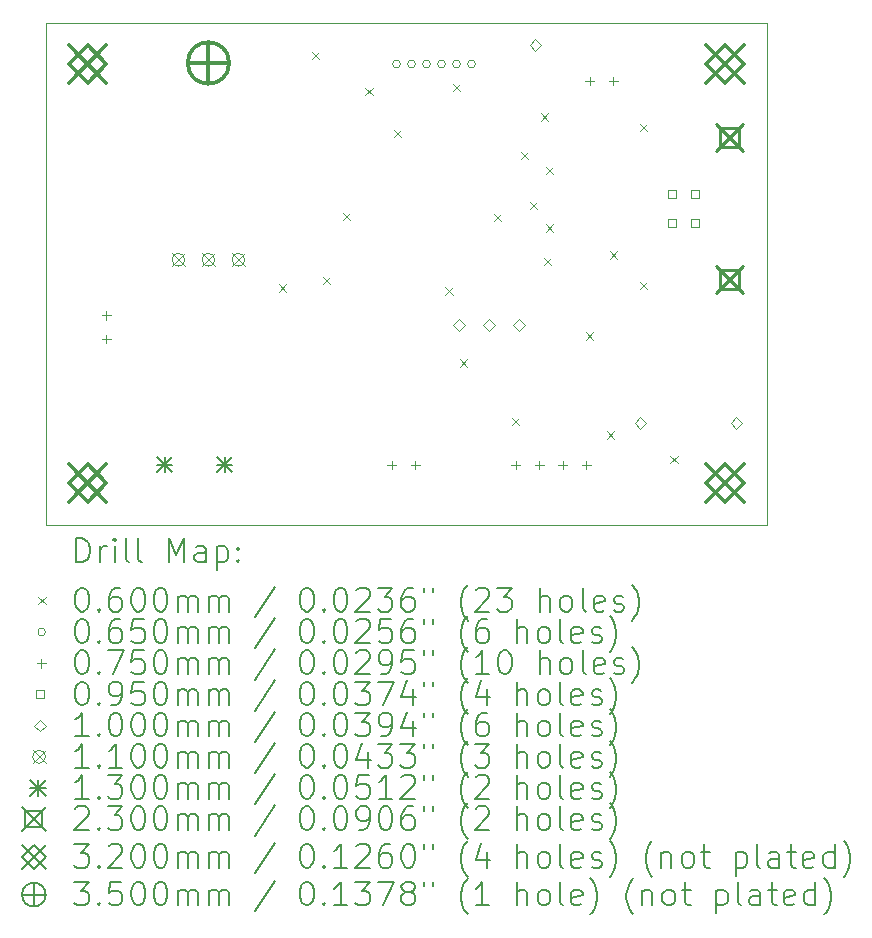
<source format=gbr>
%TF.GenerationSoftware,KiCad,Pcbnew,8.0.5*%
%TF.CreationDate,2024-10-04T09:10:24+03:00*%
%TF.ProjectId,shutter,73687574-7465-4722-9e6b-696361645f70,rev?*%
%TF.SameCoordinates,Original*%
%TF.FileFunction,Drillmap*%
%TF.FilePolarity,Positive*%
%FSLAX45Y45*%
G04 Gerber Fmt 4.5, Leading zero omitted, Abs format (unit mm)*
G04 Created by KiCad (PCBNEW 8.0.5) date 2024-10-04 09:10:24*
%MOMM*%
%LPD*%
G01*
G04 APERTURE LIST*
%ADD10C,0.100000*%
%ADD11C,0.200000*%
%ADD12C,0.110000*%
%ADD13C,0.130000*%
%ADD14C,0.230000*%
%ADD15C,0.320000*%
%ADD16C,0.350000*%
G04 APERTURE END LIST*
D10*
X11250000Y-11300000D02*
X17350000Y-11300000D01*
X17350000Y-7050000D02*
X11250000Y-7050000D01*
X17350000Y-11300000D02*
X17350000Y-7050000D01*
X11250000Y-7050000D02*
X11250000Y-11300000D01*
D11*
D10*
X13218640Y-9266400D02*
X13278640Y-9326400D01*
X13278640Y-9266400D02*
X13218640Y-9326400D01*
X13503120Y-7295360D02*
X13563120Y-7355360D01*
X13563120Y-7295360D02*
X13503120Y-7355360D01*
X13592020Y-9205440D02*
X13652020Y-9265440D01*
X13652020Y-9205440D02*
X13592020Y-9265440D01*
X13764740Y-8661880D02*
X13824740Y-8721880D01*
X13824740Y-8661880D02*
X13764740Y-8721880D01*
X13953250Y-7603250D02*
X14013250Y-7663250D01*
X14013250Y-7603250D02*
X13953250Y-7663250D01*
X14192500Y-7956800D02*
X14252500Y-8016800D01*
X14252500Y-7956800D02*
X14192500Y-8016800D01*
X14630880Y-9291800D02*
X14690880Y-9351800D01*
X14690880Y-9291800D02*
X14630880Y-9351800D01*
X14695000Y-7570000D02*
X14755000Y-7630000D01*
X14755000Y-7570000D02*
X14695000Y-7630000D01*
X14752800Y-9901400D02*
X14812800Y-9961400D01*
X14812800Y-9901400D02*
X14752800Y-9961400D01*
X15042360Y-8672040D02*
X15102360Y-8732040D01*
X15102360Y-8672040D02*
X15042360Y-8732040D01*
X15194760Y-10399240D02*
X15254760Y-10459240D01*
X15254760Y-10399240D02*
X15194760Y-10459240D01*
X15270000Y-8145000D02*
X15330000Y-8205000D01*
X15330000Y-8145000D02*
X15270000Y-8205000D01*
X15347160Y-8570440D02*
X15407160Y-8630440D01*
X15407160Y-8570440D02*
X15347160Y-8630440D01*
X15438600Y-7818600D02*
X15498600Y-7878600D01*
X15498600Y-7818600D02*
X15438600Y-7878600D01*
X15466540Y-9045420D02*
X15526540Y-9105420D01*
X15526540Y-9045420D02*
X15466540Y-9105420D01*
X15479240Y-8270000D02*
X15539240Y-8330000D01*
X15539240Y-8270000D02*
X15479240Y-8330000D01*
X15479240Y-8758400D02*
X15539240Y-8818400D01*
X15539240Y-8758400D02*
X15479240Y-8818400D01*
X15819600Y-9672800D02*
X15879600Y-9732800D01*
X15879600Y-9672800D02*
X15819600Y-9732800D01*
X15997400Y-10511000D02*
X16057400Y-10571000D01*
X16057400Y-10511000D02*
X15997400Y-10571000D01*
X16022800Y-8987000D02*
X16082800Y-9047000D01*
X16082800Y-8987000D02*
X16022800Y-9047000D01*
X16276800Y-7910000D02*
X16336800Y-7970000D01*
X16336800Y-7910000D02*
X16276800Y-7970000D01*
X16276800Y-9246080D02*
X16336800Y-9306080D01*
X16336800Y-9246080D02*
X16276800Y-9306080D01*
X16535880Y-10716740D02*
X16595880Y-10776740D01*
X16595880Y-10716740D02*
X16535880Y-10776740D01*
X14249000Y-7400000D02*
G75*
G02*
X14184000Y-7400000I-32500J0D01*
G01*
X14184000Y-7400000D02*
G75*
G02*
X14249000Y-7400000I32500J0D01*
G01*
X14376000Y-7400000D02*
G75*
G02*
X14311000Y-7400000I-32500J0D01*
G01*
X14311000Y-7400000D02*
G75*
G02*
X14376000Y-7400000I32500J0D01*
G01*
X14503000Y-7400000D02*
G75*
G02*
X14438000Y-7400000I-32500J0D01*
G01*
X14438000Y-7400000D02*
G75*
G02*
X14503000Y-7400000I32500J0D01*
G01*
X14630000Y-7400000D02*
G75*
G02*
X14565000Y-7400000I-32500J0D01*
G01*
X14565000Y-7400000D02*
G75*
G02*
X14630000Y-7400000I32500J0D01*
G01*
X14757000Y-7400000D02*
G75*
G02*
X14692000Y-7400000I-32500J0D01*
G01*
X14692000Y-7400000D02*
G75*
G02*
X14757000Y-7400000I32500J0D01*
G01*
X14884000Y-7400000D02*
G75*
G02*
X14819000Y-7400000I-32500J0D01*
G01*
X14819000Y-7400000D02*
G75*
G02*
X14884000Y-7400000I32500J0D01*
G01*
X11760200Y-9490700D02*
X11760200Y-9565700D01*
X11722700Y-9528200D02*
X11797700Y-9528200D01*
X11760200Y-9690700D02*
X11760200Y-9765700D01*
X11722700Y-9728200D02*
X11797700Y-9728200D01*
X14176400Y-10757500D02*
X14176400Y-10832500D01*
X14138900Y-10795000D02*
X14213900Y-10795000D01*
X14376400Y-10757500D02*
X14376400Y-10832500D01*
X14338900Y-10795000D02*
X14413900Y-10795000D01*
X15224200Y-10757500D02*
X15224200Y-10832500D01*
X15186700Y-10795000D02*
X15261700Y-10795000D01*
X15424200Y-10757500D02*
X15424200Y-10832500D01*
X15386700Y-10795000D02*
X15461700Y-10795000D01*
X15624200Y-10757500D02*
X15624200Y-10832500D01*
X15586700Y-10795000D02*
X15661700Y-10795000D01*
X15824200Y-10757500D02*
X15824200Y-10832500D01*
X15786700Y-10795000D02*
X15861700Y-10795000D01*
X15852800Y-7506300D02*
X15852800Y-7581300D01*
X15815300Y-7543800D02*
X15890300Y-7543800D01*
X16052800Y-7506300D02*
X16052800Y-7581300D01*
X16015300Y-7543800D02*
X16090300Y-7543800D01*
X16579838Y-8533588D02*
X16579838Y-8466412D01*
X16512662Y-8466412D01*
X16512662Y-8533588D01*
X16579838Y-8533588D01*
X16579838Y-8783588D02*
X16579838Y-8716412D01*
X16512662Y-8716412D01*
X16512662Y-8783588D01*
X16579838Y-8783588D01*
X16779838Y-8533588D02*
X16779838Y-8466412D01*
X16712662Y-8466412D01*
X16712662Y-8533588D01*
X16779838Y-8533588D01*
X16779838Y-8783588D02*
X16779838Y-8716412D01*
X16712662Y-8716412D01*
X16712662Y-8783588D01*
X16779838Y-8783588D01*
X14742160Y-9661360D02*
X14792160Y-9611360D01*
X14742160Y-9561360D01*
X14692160Y-9611360D01*
X14742160Y-9661360D01*
X14996160Y-9661360D02*
X15046160Y-9611360D01*
X14996160Y-9561360D01*
X14946160Y-9611360D01*
X14996160Y-9661360D01*
X15250160Y-9661360D02*
X15300160Y-9611360D01*
X15250160Y-9561360D01*
X15200160Y-9611360D01*
X15250160Y-9661360D01*
X15392400Y-7289000D02*
X15442400Y-7239000D01*
X15392400Y-7189000D01*
X15342400Y-7239000D01*
X15392400Y-7289000D01*
X16281400Y-10489400D02*
X16331400Y-10439400D01*
X16281400Y-10389400D01*
X16231400Y-10439400D01*
X16281400Y-10489400D01*
X17094200Y-10489400D02*
X17144200Y-10439400D01*
X17094200Y-10389400D01*
X17044200Y-10439400D01*
X17094200Y-10489400D01*
D12*
X12314800Y-9002400D02*
X12424800Y-9112400D01*
X12424800Y-9002400D02*
X12314800Y-9112400D01*
X12424800Y-9057400D02*
G75*
G02*
X12314800Y-9057400I-55000J0D01*
G01*
X12314800Y-9057400D02*
G75*
G02*
X12424800Y-9057400I55000J0D01*
G01*
X12568800Y-9002400D02*
X12678800Y-9112400D01*
X12678800Y-9002400D02*
X12568800Y-9112400D01*
X12678800Y-9057400D02*
G75*
G02*
X12568800Y-9057400I-55000J0D01*
G01*
X12568800Y-9057400D02*
G75*
G02*
X12678800Y-9057400I55000J0D01*
G01*
X12822800Y-9002400D02*
X12932800Y-9112400D01*
X12932800Y-9002400D02*
X12822800Y-9112400D01*
X12932800Y-9057400D02*
G75*
G02*
X12822800Y-9057400I-55000J0D01*
G01*
X12822800Y-9057400D02*
G75*
G02*
X12932800Y-9057400I55000J0D01*
G01*
D13*
X12189300Y-10726600D02*
X12319300Y-10856600D01*
X12319300Y-10726600D02*
X12189300Y-10856600D01*
X12254300Y-10726600D02*
X12254300Y-10856600D01*
X12189300Y-10791600D02*
X12319300Y-10791600D01*
X12697300Y-10726600D02*
X12827300Y-10856600D01*
X12827300Y-10726600D02*
X12697300Y-10856600D01*
X12762300Y-10726600D02*
X12762300Y-10856600D01*
X12697300Y-10791600D02*
X12827300Y-10791600D01*
D14*
X16917250Y-7910000D02*
X17147250Y-8140000D01*
X17147250Y-7910000D02*
X16917250Y-8140000D01*
X17113568Y-8106318D02*
X17113568Y-7943682D01*
X16950932Y-7943682D01*
X16950932Y-8106318D01*
X17113568Y-8106318D01*
X16917250Y-9110000D02*
X17147250Y-9340000D01*
X17147250Y-9110000D02*
X16917250Y-9340000D01*
X17113568Y-9306318D02*
X17113568Y-9143682D01*
X16950932Y-9143682D01*
X16950932Y-9306318D01*
X17113568Y-9306318D01*
D15*
X11440000Y-7240000D02*
X11760000Y-7560000D01*
X11760000Y-7240000D02*
X11440000Y-7560000D01*
X11600000Y-7560000D02*
X11760000Y-7400000D01*
X11600000Y-7240000D01*
X11440000Y-7400000D01*
X11600000Y-7560000D01*
X11440000Y-10790000D02*
X11760000Y-11110000D01*
X11760000Y-10790000D02*
X11440000Y-11110000D01*
X11600000Y-11110000D02*
X11760000Y-10950000D01*
X11600000Y-10790000D01*
X11440000Y-10950000D01*
X11600000Y-11110000D01*
X16840000Y-7240000D02*
X17160000Y-7560000D01*
X17160000Y-7240000D02*
X16840000Y-7560000D01*
X17000000Y-7560000D02*
X17160000Y-7400000D01*
X17000000Y-7240000D01*
X16840000Y-7400000D01*
X17000000Y-7560000D01*
X16840000Y-10790000D02*
X17160000Y-11110000D01*
X17160000Y-10790000D02*
X16840000Y-11110000D01*
X17000000Y-11110000D02*
X17160000Y-10950000D01*
X17000000Y-10790000D01*
X16840000Y-10950000D01*
X17000000Y-11110000D01*
D16*
X12623800Y-7216400D02*
X12623800Y-7566400D01*
X12448800Y-7391400D02*
X12798800Y-7391400D01*
X12798800Y-7391400D02*
G75*
G02*
X12448800Y-7391400I-175000J0D01*
G01*
X12448800Y-7391400D02*
G75*
G02*
X12798800Y-7391400I175000J0D01*
G01*
D11*
X11505777Y-11616484D02*
X11505777Y-11416484D01*
X11505777Y-11416484D02*
X11553396Y-11416484D01*
X11553396Y-11416484D02*
X11581967Y-11426008D01*
X11581967Y-11426008D02*
X11601015Y-11445055D01*
X11601015Y-11445055D02*
X11610539Y-11464103D01*
X11610539Y-11464103D02*
X11620062Y-11502198D01*
X11620062Y-11502198D02*
X11620062Y-11530769D01*
X11620062Y-11530769D02*
X11610539Y-11568865D01*
X11610539Y-11568865D02*
X11601015Y-11587912D01*
X11601015Y-11587912D02*
X11581967Y-11606960D01*
X11581967Y-11606960D02*
X11553396Y-11616484D01*
X11553396Y-11616484D02*
X11505777Y-11616484D01*
X11705777Y-11616484D02*
X11705777Y-11483150D01*
X11705777Y-11521246D02*
X11715301Y-11502198D01*
X11715301Y-11502198D02*
X11724824Y-11492674D01*
X11724824Y-11492674D02*
X11743872Y-11483150D01*
X11743872Y-11483150D02*
X11762920Y-11483150D01*
X11829586Y-11616484D02*
X11829586Y-11483150D01*
X11829586Y-11416484D02*
X11820062Y-11426008D01*
X11820062Y-11426008D02*
X11829586Y-11435531D01*
X11829586Y-11435531D02*
X11839110Y-11426008D01*
X11839110Y-11426008D02*
X11829586Y-11416484D01*
X11829586Y-11416484D02*
X11829586Y-11435531D01*
X11953396Y-11616484D02*
X11934348Y-11606960D01*
X11934348Y-11606960D02*
X11924824Y-11587912D01*
X11924824Y-11587912D02*
X11924824Y-11416484D01*
X12058158Y-11616484D02*
X12039110Y-11606960D01*
X12039110Y-11606960D02*
X12029586Y-11587912D01*
X12029586Y-11587912D02*
X12029586Y-11416484D01*
X12286729Y-11616484D02*
X12286729Y-11416484D01*
X12286729Y-11416484D02*
X12353396Y-11559341D01*
X12353396Y-11559341D02*
X12420062Y-11416484D01*
X12420062Y-11416484D02*
X12420062Y-11616484D01*
X12601015Y-11616484D02*
X12601015Y-11511722D01*
X12601015Y-11511722D02*
X12591491Y-11492674D01*
X12591491Y-11492674D02*
X12572443Y-11483150D01*
X12572443Y-11483150D02*
X12534348Y-11483150D01*
X12534348Y-11483150D02*
X12515301Y-11492674D01*
X12601015Y-11606960D02*
X12581967Y-11616484D01*
X12581967Y-11616484D02*
X12534348Y-11616484D01*
X12534348Y-11616484D02*
X12515301Y-11606960D01*
X12515301Y-11606960D02*
X12505777Y-11587912D01*
X12505777Y-11587912D02*
X12505777Y-11568865D01*
X12505777Y-11568865D02*
X12515301Y-11549817D01*
X12515301Y-11549817D02*
X12534348Y-11540293D01*
X12534348Y-11540293D02*
X12581967Y-11540293D01*
X12581967Y-11540293D02*
X12601015Y-11530769D01*
X12696253Y-11483150D02*
X12696253Y-11683150D01*
X12696253Y-11492674D02*
X12715301Y-11483150D01*
X12715301Y-11483150D02*
X12753396Y-11483150D01*
X12753396Y-11483150D02*
X12772443Y-11492674D01*
X12772443Y-11492674D02*
X12781967Y-11502198D01*
X12781967Y-11502198D02*
X12791491Y-11521246D01*
X12791491Y-11521246D02*
X12791491Y-11578388D01*
X12791491Y-11578388D02*
X12781967Y-11597436D01*
X12781967Y-11597436D02*
X12772443Y-11606960D01*
X12772443Y-11606960D02*
X12753396Y-11616484D01*
X12753396Y-11616484D02*
X12715301Y-11616484D01*
X12715301Y-11616484D02*
X12696253Y-11606960D01*
X12877205Y-11597436D02*
X12886729Y-11606960D01*
X12886729Y-11606960D02*
X12877205Y-11616484D01*
X12877205Y-11616484D02*
X12867682Y-11606960D01*
X12867682Y-11606960D02*
X12877205Y-11597436D01*
X12877205Y-11597436D02*
X12877205Y-11616484D01*
X12877205Y-11492674D02*
X12886729Y-11502198D01*
X12886729Y-11502198D02*
X12877205Y-11511722D01*
X12877205Y-11511722D02*
X12867682Y-11502198D01*
X12867682Y-11502198D02*
X12877205Y-11492674D01*
X12877205Y-11492674D02*
X12877205Y-11511722D01*
D10*
X11185000Y-11915000D02*
X11245000Y-11975000D01*
X11245000Y-11915000D02*
X11185000Y-11975000D01*
D11*
X11543872Y-11836484D02*
X11562920Y-11836484D01*
X11562920Y-11836484D02*
X11581967Y-11846008D01*
X11581967Y-11846008D02*
X11591491Y-11855531D01*
X11591491Y-11855531D02*
X11601015Y-11874579D01*
X11601015Y-11874579D02*
X11610539Y-11912674D01*
X11610539Y-11912674D02*
X11610539Y-11960293D01*
X11610539Y-11960293D02*
X11601015Y-11998388D01*
X11601015Y-11998388D02*
X11591491Y-12017436D01*
X11591491Y-12017436D02*
X11581967Y-12026960D01*
X11581967Y-12026960D02*
X11562920Y-12036484D01*
X11562920Y-12036484D02*
X11543872Y-12036484D01*
X11543872Y-12036484D02*
X11524824Y-12026960D01*
X11524824Y-12026960D02*
X11515301Y-12017436D01*
X11515301Y-12017436D02*
X11505777Y-11998388D01*
X11505777Y-11998388D02*
X11496253Y-11960293D01*
X11496253Y-11960293D02*
X11496253Y-11912674D01*
X11496253Y-11912674D02*
X11505777Y-11874579D01*
X11505777Y-11874579D02*
X11515301Y-11855531D01*
X11515301Y-11855531D02*
X11524824Y-11846008D01*
X11524824Y-11846008D02*
X11543872Y-11836484D01*
X11696253Y-12017436D02*
X11705777Y-12026960D01*
X11705777Y-12026960D02*
X11696253Y-12036484D01*
X11696253Y-12036484D02*
X11686729Y-12026960D01*
X11686729Y-12026960D02*
X11696253Y-12017436D01*
X11696253Y-12017436D02*
X11696253Y-12036484D01*
X11877205Y-11836484D02*
X11839110Y-11836484D01*
X11839110Y-11836484D02*
X11820062Y-11846008D01*
X11820062Y-11846008D02*
X11810539Y-11855531D01*
X11810539Y-11855531D02*
X11791491Y-11884103D01*
X11791491Y-11884103D02*
X11781967Y-11922198D01*
X11781967Y-11922198D02*
X11781967Y-11998388D01*
X11781967Y-11998388D02*
X11791491Y-12017436D01*
X11791491Y-12017436D02*
X11801015Y-12026960D01*
X11801015Y-12026960D02*
X11820062Y-12036484D01*
X11820062Y-12036484D02*
X11858158Y-12036484D01*
X11858158Y-12036484D02*
X11877205Y-12026960D01*
X11877205Y-12026960D02*
X11886729Y-12017436D01*
X11886729Y-12017436D02*
X11896253Y-11998388D01*
X11896253Y-11998388D02*
X11896253Y-11950769D01*
X11896253Y-11950769D02*
X11886729Y-11931722D01*
X11886729Y-11931722D02*
X11877205Y-11922198D01*
X11877205Y-11922198D02*
X11858158Y-11912674D01*
X11858158Y-11912674D02*
X11820062Y-11912674D01*
X11820062Y-11912674D02*
X11801015Y-11922198D01*
X11801015Y-11922198D02*
X11791491Y-11931722D01*
X11791491Y-11931722D02*
X11781967Y-11950769D01*
X12020062Y-11836484D02*
X12039110Y-11836484D01*
X12039110Y-11836484D02*
X12058158Y-11846008D01*
X12058158Y-11846008D02*
X12067682Y-11855531D01*
X12067682Y-11855531D02*
X12077205Y-11874579D01*
X12077205Y-11874579D02*
X12086729Y-11912674D01*
X12086729Y-11912674D02*
X12086729Y-11960293D01*
X12086729Y-11960293D02*
X12077205Y-11998388D01*
X12077205Y-11998388D02*
X12067682Y-12017436D01*
X12067682Y-12017436D02*
X12058158Y-12026960D01*
X12058158Y-12026960D02*
X12039110Y-12036484D01*
X12039110Y-12036484D02*
X12020062Y-12036484D01*
X12020062Y-12036484D02*
X12001015Y-12026960D01*
X12001015Y-12026960D02*
X11991491Y-12017436D01*
X11991491Y-12017436D02*
X11981967Y-11998388D01*
X11981967Y-11998388D02*
X11972443Y-11960293D01*
X11972443Y-11960293D02*
X11972443Y-11912674D01*
X11972443Y-11912674D02*
X11981967Y-11874579D01*
X11981967Y-11874579D02*
X11991491Y-11855531D01*
X11991491Y-11855531D02*
X12001015Y-11846008D01*
X12001015Y-11846008D02*
X12020062Y-11836484D01*
X12210539Y-11836484D02*
X12229586Y-11836484D01*
X12229586Y-11836484D02*
X12248634Y-11846008D01*
X12248634Y-11846008D02*
X12258158Y-11855531D01*
X12258158Y-11855531D02*
X12267682Y-11874579D01*
X12267682Y-11874579D02*
X12277205Y-11912674D01*
X12277205Y-11912674D02*
X12277205Y-11960293D01*
X12277205Y-11960293D02*
X12267682Y-11998388D01*
X12267682Y-11998388D02*
X12258158Y-12017436D01*
X12258158Y-12017436D02*
X12248634Y-12026960D01*
X12248634Y-12026960D02*
X12229586Y-12036484D01*
X12229586Y-12036484D02*
X12210539Y-12036484D01*
X12210539Y-12036484D02*
X12191491Y-12026960D01*
X12191491Y-12026960D02*
X12181967Y-12017436D01*
X12181967Y-12017436D02*
X12172443Y-11998388D01*
X12172443Y-11998388D02*
X12162920Y-11960293D01*
X12162920Y-11960293D02*
X12162920Y-11912674D01*
X12162920Y-11912674D02*
X12172443Y-11874579D01*
X12172443Y-11874579D02*
X12181967Y-11855531D01*
X12181967Y-11855531D02*
X12191491Y-11846008D01*
X12191491Y-11846008D02*
X12210539Y-11836484D01*
X12362920Y-12036484D02*
X12362920Y-11903150D01*
X12362920Y-11922198D02*
X12372443Y-11912674D01*
X12372443Y-11912674D02*
X12391491Y-11903150D01*
X12391491Y-11903150D02*
X12420063Y-11903150D01*
X12420063Y-11903150D02*
X12439110Y-11912674D01*
X12439110Y-11912674D02*
X12448634Y-11931722D01*
X12448634Y-11931722D02*
X12448634Y-12036484D01*
X12448634Y-11931722D02*
X12458158Y-11912674D01*
X12458158Y-11912674D02*
X12477205Y-11903150D01*
X12477205Y-11903150D02*
X12505777Y-11903150D01*
X12505777Y-11903150D02*
X12524824Y-11912674D01*
X12524824Y-11912674D02*
X12534348Y-11931722D01*
X12534348Y-11931722D02*
X12534348Y-12036484D01*
X12629586Y-12036484D02*
X12629586Y-11903150D01*
X12629586Y-11922198D02*
X12639110Y-11912674D01*
X12639110Y-11912674D02*
X12658158Y-11903150D01*
X12658158Y-11903150D02*
X12686729Y-11903150D01*
X12686729Y-11903150D02*
X12705777Y-11912674D01*
X12705777Y-11912674D02*
X12715301Y-11931722D01*
X12715301Y-11931722D02*
X12715301Y-12036484D01*
X12715301Y-11931722D02*
X12724824Y-11912674D01*
X12724824Y-11912674D02*
X12743872Y-11903150D01*
X12743872Y-11903150D02*
X12772443Y-11903150D01*
X12772443Y-11903150D02*
X12791491Y-11912674D01*
X12791491Y-11912674D02*
X12801015Y-11931722D01*
X12801015Y-11931722D02*
X12801015Y-12036484D01*
X13191491Y-11826960D02*
X13020063Y-12084103D01*
X13448634Y-11836484D02*
X13467682Y-11836484D01*
X13467682Y-11836484D02*
X13486729Y-11846008D01*
X13486729Y-11846008D02*
X13496253Y-11855531D01*
X13496253Y-11855531D02*
X13505777Y-11874579D01*
X13505777Y-11874579D02*
X13515301Y-11912674D01*
X13515301Y-11912674D02*
X13515301Y-11960293D01*
X13515301Y-11960293D02*
X13505777Y-11998388D01*
X13505777Y-11998388D02*
X13496253Y-12017436D01*
X13496253Y-12017436D02*
X13486729Y-12026960D01*
X13486729Y-12026960D02*
X13467682Y-12036484D01*
X13467682Y-12036484D02*
X13448634Y-12036484D01*
X13448634Y-12036484D02*
X13429586Y-12026960D01*
X13429586Y-12026960D02*
X13420063Y-12017436D01*
X13420063Y-12017436D02*
X13410539Y-11998388D01*
X13410539Y-11998388D02*
X13401015Y-11960293D01*
X13401015Y-11960293D02*
X13401015Y-11912674D01*
X13401015Y-11912674D02*
X13410539Y-11874579D01*
X13410539Y-11874579D02*
X13420063Y-11855531D01*
X13420063Y-11855531D02*
X13429586Y-11846008D01*
X13429586Y-11846008D02*
X13448634Y-11836484D01*
X13601015Y-12017436D02*
X13610539Y-12026960D01*
X13610539Y-12026960D02*
X13601015Y-12036484D01*
X13601015Y-12036484D02*
X13591491Y-12026960D01*
X13591491Y-12026960D02*
X13601015Y-12017436D01*
X13601015Y-12017436D02*
X13601015Y-12036484D01*
X13734348Y-11836484D02*
X13753396Y-11836484D01*
X13753396Y-11836484D02*
X13772444Y-11846008D01*
X13772444Y-11846008D02*
X13781967Y-11855531D01*
X13781967Y-11855531D02*
X13791491Y-11874579D01*
X13791491Y-11874579D02*
X13801015Y-11912674D01*
X13801015Y-11912674D02*
X13801015Y-11960293D01*
X13801015Y-11960293D02*
X13791491Y-11998388D01*
X13791491Y-11998388D02*
X13781967Y-12017436D01*
X13781967Y-12017436D02*
X13772444Y-12026960D01*
X13772444Y-12026960D02*
X13753396Y-12036484D01*
X13753396Y-12036484D02*
X13734348Y-12036484D01*
X13734348Y-12036484D02*
X13715301Y-12026960D01*
X13715301Y-12026960D02*
X13705777Y-12017436D01*
X13705777Y-12017436D02*
X13696253Y-11998388D01*
X13696253Y-11998388D02*
X13686729Y-11960293D01*
X13686729Y-11960293D02*
X13686729Y-11912674D01*
X13686729Y-11912674D02*
X13696253Y-11874579D01*
X13696253Y-11874579D02*
X13705777Y-11855531D01*
X13705777Y-11855531D02*
X13715301Y-11846008D01*
X13715301Y-11846008D02*
X13734348Y-11836484D01*
X13877206Y-11855531D02*
X13886729Y-11846008D01*
X13886729Y-11846008D02*
X13905777Y-11836484D01*
X13905777Y-11836484D02*
X13953396Y-11836484D01*
X13953396Y-11836484D02*
X13972444Y-11846008D01*
X13972444Y-11846008D02*
X13981967Y-11855531D01*
X13981967Y-11855531D02*
X13991491Y-11874579D01*
X13991491Y-11874579D02*
X13991491Y-11893627D01*
X13991491Y-11893627D02*
X13981967Y-11922198D01*
X13981967Y-11922198D02*
X13867682Y-12036484D01*
X13867682Y-12036484D02*
X13991491Y-12036484D01*
X14058158Y-11836484D02*
X14181967Y-11836484D01*
X14181967Y-11836484D02*
X14115301Y-11912674D01*
X14115301Y-11912674D02*
X14143872Y-11912674D01*
X14143872Y-11912674D02*
X14162920Y-11922198D01*
X14162920Y-11922198D02*
X14172444Y-11931722D01*
X14172444Y-11931722D02*
X14181967Y-11950769D01*
X14181967Y-11950769D02*
X14181967Y-11998388D01*
X14181967Y-11998388D02*
X14172444Y-12017436D01*
X14172444Y-12017436D02*
X14162920Y-12026960D01*
X14162920Y-12026960D02*
X14143872Y-12036484D01*
X14143872Y-12036484D02*
X14086729Y-12036484D01*
X14086729Y-12036484D02*
X14067682Y-12026960D01*
X14067682Y-12026960D02*
X14058158Y-12017436D01*
X14353396Y-11836484D02*
X14315301Y-11836484D01*
X14315301Y-11836484D02*
X14296253Y-11846008D01*
X14296253Y-11846008D02*
X14286729Y-11855531D01*
X14286729Y-11855531D02*
X14267682Y-11884103D01*
X14267682Y-11884103D02*
X14258158Y-11922198D01*
X14258158Y-11922198D02*
X14258158Y-11998388D01*
X14258158Y-11998388D02*
X14267682Y-12017436D01*
X14267682Y-12017436D02*
X14277206Y-12026960D01*
X14277206Y-12026960D02*
X14296253Y-12036484D01*
X14296253Y-12036484D02*
X14334348Y-12036484D01*
X14334348Y-12036484D02*
X14353396Y-12026960D01*
X14353396Y-12026960D02*
X14362920Y-12017436D01*
X14362920Y-12017436D02*
X14372444Y-11998388D01*
X14372444Y-11998388D02*
X14372444Y-11950769D01*
X14372444Y-11950769D02*
X14362920Y-11931722D01*
X14362920Y-11931722D02*
X14353396Y-11922198D01*
X14353396Y-11922198D02*
X14334348Y-11912674D01*
X14334348Y-11912674D02*
X14296253Y-11912674D01*
X14296253Y-11912674D02*
X14277206Y-11922198D01*
X14277206Y-11922198D02*
X14267682Y-11931722D01*
X14267682Y-11931722D02*
X14258158Y-11950769D01*
X14448634Y-11836484D02*
X14448634Y-11874579D01*
X14524825Y-11836484D02*
X14524825Y-11874579D01*
X14820063Y-12112674D02*
X14810539Y-12103150D01*
X14810539Y-12103150D02*
X14791491Y-12074579D01*
X14791491Y-12074579D02*
X14781968Y-12055531D01*
X14781968Y-12055531D02*
X14772444Y-12026960D01*
X14772444Y-12026960D02*
X14762920Y-11979341D01*
X14762920Y-11979341D02*
X14762920Y-11941246D01*
X14762920Y-11941246D02*
X14772444Y-11893627D01*
X14772444Y-11893627D02*
X14781968Y-11865055D01*
X14781968Y-11865055D02*
X14791491Y-11846008D01*
X14791491Y-11846008D02*
X14810539Y-11817436D01*
X14810539Y-11817436D02*
X14820063Y-11807912D01*
X14886729Y-11855531D02*
X14896253Y-11846008D01*
X14896253Y-11846008D02*
X14915301Y-11836484D01*
X14915301Y-11836484D02*
X14962920Y-11836484D01*
X14962920Y-11836484D02*
X14981968Y-11846008D01*
X14981968Y-11846008D02*
X14991491Y-11855531D01*
X14991491Y-11855531D02*
X15001015Y-11874579D01*
X15001015Y-11874579D02*
X15001015Y-11893627D01*
X15001015Y-11893627D02*
X14991491Y-11922198D01*
X14991491Y-11922198D02*
X14877206Y-12036484D01*
X14877206Y-12036484D02*
X15001015Y-12036484D01*
X15067682Y-11836484D02*
X15191491Y-11836484D01*
X15191491Y-11836484D02*
X15124825Y-11912674D01*
X15124825Y-11912674D02*
X15153396Y-11912674D01*
X15153396Y-11912674D02*
X15172444Y-11922198D01*
X15172444Y-11922198D02*
X15181968Y-11931722D01*
X15181968Y-11931722D02*
X15191491Y-11950769D01*
X15191491Y-11950769D02*
X15191491Y-11998388D01*
X15191491Y-11998388D02*
X15181968Y-12017436D01*
X15181968Y-12017436D02*
X15172444Y-12026960D01*
X15172444Y-12026960D02*
X15153396Y-12036484D01*
X15153396Y-12036484D02*
X15096253Y-12036484D01*
X15096253Y-12036484D02*
X15077206Y-12026960D01*
X15077206Y-12026960D02*
X15067682Y-12017436D01*
X15429587Y-12036484D02*
X15429587Y-11836484D01*
X15515301Y-12036484D02*
X15515301Y-11931722D01*
X15515301Y-11931722D02*
X15505777Y-11912674D01*
X15505777Y-11912674D02*
X15486730Y-11903150D01*
X15486730Y-11903150D02*
X15458158Y-11903150D01*
X15458158Y-11903150D02*
X15439110Y-11912674D01*
X15439110Y-11912674D02*
X15429587Y-11922198D01*
X15639110Y-12036484D02*
X15620063Y-12026960D01*
X15620063Y-12026960D02*
X15610539Y-12017436D01*
X15610539Y-12017436D02*
X15601015Y-11998388D01*
X15601015Y-11998388D02*
X15601015Y-11941246D01*
X15601015Y-11941246D02*
X15610539Y-11922198D01*
X15610539Y-11922198D02*
X15620063Y-11912674D01*
X15620063Y-11912674D02*
X15639110Y-11903150D01*
X15639110Y-11903150D02*
X15667682Y-11903150D01*
X15667682Y-11903150D02*
X15686730Y-11912674D01*
X15686730Y-11912674D02*
X15696253Y-11922198D01*
X15696253Y-11922198D02*
X15705777Y-11941246D01*
X15705777Y-11941246D02*
X15705777Y-11998388D01*
X15705777Y-11998388D02*
X15696253Y-12017436D01*
X15696253Y-12017436D02*
X15686730Y-12026960D01*
X15686730Y-12026960D02*
X15667682Y-12036484D01*
X15667682Y-12036484D02*
X15639110Y-12036484D01*
X15820063Y-12036484D02*
X15801015Y-12026960D01*
X15801015Y-12026960D02*
X15791491Y-12007912D01*
X15791491Y-12007912D02*
X15791491Y-11836484D01*
X15972444Y-12026960D02*
X15953396Y-12036484D01*
X15953396Y-12036484D02*
X15915301Y-12036484D01*
X15915301Y-12036484D02*
X15896253Y-12026960D01*
X15896253Y-12026960D02*
X15886730Y-12007912D01*
X15886730Y-12007912D02*
X15886730Y-11931722D01*
X15886730Y-11931722D02*
X15896253Y-11912674D01*
X15896253Y-11912674D02*
X15915301Y-11903150D01*
X15915301Y-11903150D02*
X15953396Y-11903150D01*
X15953396Y-11903150D02*
X15972444Y-11912674D01*
X15972444Y-11912674D02*
X15981968Y-11931722D01*
X15981968Y-11931722D02*
X15981968Y-11950769D01*
X15981968Y-11950769D02*
X15886730Y-11969817D01*
X16058158Y-12026960D02*
X16077206Y-12036484D01*
X16077206Y-12036484D02*
X16115301Y-12036484D01*
X16115301Y-12036484D02*
X16134349Y-12026960D01*
X16134349Y-12026960D02*
X16143872Y-12007912D01*
X16143872Y-12007912D02*
X16143872Y-11998388D01*
X16143872Y-11998388D02*
X16134349Y-11979341D01*
X16134349Y-11979341D02*
X16115301Y-11969817D01*
X16115301Y-11969817D02*
X16086730Y-11969817D01*
X16086730Y-11969817D02*
X16067682Y-11960293D01*
X16067682Y-11960293D02*
X16058158Y-11941246D01*
X16058158Y-11941246D02*
X16058158Y-11931722D01*
X16058158Y-11931722D02*
X16067682Y-11912674D01*
X16067682Y-11912674D02*
X16086730Y-11903150D01*
X16086730Y-11903150D02*
X16115301Y-11903150D01*
X16115301Y-11903150D02*
X16134349Y-11912674D01*
X16210539Y-12112674D02*
X16220063Y-12103150D01*
X16220063Y-12103150D02*
X16239111Y-12074579D01*
X16239111Y-12074579D02*
X16248634Y-12055531D01*
X16248634Y-12055531D02*
X16258158Y-12026960D01*
X16258158Y-12026960D02*
X16267682Y-11979341D01*
X16267682Y-11979341D02*
X16267682Y-11941246D01*
X16267682Y-11941246D02*
X16258158Y-11893627D01*
X16258158Y-11893627D02*
X16248634Y-11865055D01*
X16248634Y-11865055D02*
X16239111Y-11846008D01*
X16239111Y-11846008D02*
X16220063Y-11817436D01*
X16220063Y-11817436D02*
X16210539Y-11807912D01*
D10*
X11245000Y-12209000D02*
G75*
G02*
X11180000Y-12209000I-32500J0D01*
G01*
X11180000Y-12209000D02*
G75*
G02*
X11245000Y-12209000I32500J0D01*
G01*
D11*
X11543872Y-12100484D02*
X11562920Y-12100484D01*
X11562920Y-12100484D02*
X11581967Y-12110008D01*
X11581967Y-12110008D02*
X11591491Y-12119531D01*
X11591491Y-12119531D02*
X11601015Y-12138579D01*
X11601015Y-12138579D02*
X11610539Y-12176674D01*
X11610539Y-12176674D02*
X11610539Y-12224293D01*
X11610539Y-12224293D02*
X11601015Y-12262388D01*
X11601015Y-12262388D02*
X11591491Y-12281436D01*
X11591491Y-12281436D02*
X11581967Y-12290960D01*
X11581967Y-12290960D02*
X11562920Y-12300484D01*
X11562920Y-12300484D02*
X11543872Y-12300484D01*
X11543872Y-12300484D02*
X11524824Y-12290960D01*
X11524824Y-12290960D02*
X11515301Y-12281436D01*
X11515301Y-12281436D02*
X11505777Y-12262388D01*
X11505777Y-12262388D02*
X11496253Y-12224293D01*
X11496253Y-12224293D02*
X11496253Y-12176674D01*
X11496253Y-12176674D02*
X11505777Y-12138579D01*
X11505777Y-12138579D02*
X11515301Y-12119531D01*
X11515301Y-12119531D02*
X11524824Y-12110008D01*
X11524824Y-12110008D02*
X11543872Y-12100484D01*
X11696253Y-12281436D02*
X11705777Y-12290960D01*
X11705777Y-12290960D02*
X11696253Y-12300484D01*
X11696253Y-12300484D02*
X11686729Y-12290960D01*
X11686729Y-12290960D02*
X11696253Y-12281436D01*
X11696253Y-12281436D02*
X11696253Y-12300484D01*
X11877205Y-12100484D02*
X11839110Y-12100484D01*
X11839110Y-12100484D02*
X11820062Y-12110008D01*
X11820062Y-12110008D02*
X11810539Y-12119531D01*
X11810539Y-12119531D02*
X11791491Y-12148103D01*
X11791491Y-12148103D02*
X11781967Y-12186198D01*
X11781967Y-12186198D02*
X11781967Y-12262388D01*
X11781967Y-12262388D02*
X11791491Y-12281436D01*
X11791491Y-12281436D02*
X11801015Y-12290960D01*
X11801015Y-12290960D02*
X11820062Y-12300484D01*
X11820062Y-12300484D02*
X11858158Y-12300484D01*
X11858158Y-12300484D02*
X11877205Y-12290960D01*
X11877205Y-12290960D02*
X11886729Y-12281436D01*
X11886729Y-12281436D02*
X11896253Y-12262388D01*
X11896253Y-12262388D02*
X11896253Y-12214769D01*
X11896253Y-12214769D02*
X11886729Y-12195722D01*
X11886729Y-12195722D02*
X11877205Y-12186198D01*
X11877205Y-12186198D02*
X11858158Y-12176674D01*
X11858158Y-12176674D02*
X11820062Y-12176674D01*
X11820062Y-12176674D02*
X11801015Y-12186198D01*
X11801015Y-12186198D02*
X11791491Y-12195722D01*
X11791491Y-12195722D02*
X11781967Y-12214769D01*
X12077205Y-12100484D02*
X11981967Y-12100484D01*
X11981967Y-12100484D02*
X11972443Y-12195722D01*
X11972443Y-12195722D02*
X11981967Y-12186198D01*
X11981967Y-12186198D02*
X12001015Y-12176674D01*
X12001015Y-12176674D02*
X12048634Y-12176674D01*
X12048634Y-12176674D02*
X12067682Y-12186198D01*
X12067682Y-12186198D02*
X12077205Y-12195722D01*
X12077205Y-12195722D02*
X12086729Y-12214769D01*
X12086729Y-12214769D02*
X12086729Y-12262388D01*
X12086729Y-12262388D02*
X12077205Y-12281436D01*
X12077205Y-12281436D02*
X12067682Y-12290960D01*
X12067682Y-12290960D02*
X12048634Y-12300484D01*
X12048634Y-12300484D02*
X12001015Y-12300484D01*
X12001015Y-12300484D02*
X11981967Y-12290960D01*
X11981967Y-12290960D02*
X11972443Y-12281436D01*
X12210539Y-12100484D02*
X12229586Y-12100484D01*
X12229586Y-12100484D02*
X12248634Y-12110008D01*
X12248634Y-12110008D02*
X12258158Y-12119531D01*
X12258158Y-12119531D02*
X12267682Y-12138579D01*
X12267682Y-12138579D02*
X12277205Y-12176674D01*
X12277205Y-12176674D02*
X12277205Y-12224293D01*
X12277205Y-12224293D02*
X12267682Y-12262388D01*
X12267682Y-12262388D02*
X12258158Y-12281436D01*
X12258158Y-12281436D02*
X12248634Y-12290960D01*
X12248634Y-12290960D02*
X12229586Y-12300484D01*
X12229586Y-12300484D02*
X12210539Y-12300484D01*
X12210539Y-12300484D02*
X12191491Y-12290960D01*
X12191491Y-12290960D02*
X12181967Y-12281436D01*
X12181967Y-12281436D02*
X12172443Y-12262388D01*
X12172443Y-12262388D02*
X12162920Y-12224293D01*
X12162920Y-12224293D02*
X12162920Y-12176674D01*
X12162920Y-12176674D02*
X12172443Y-12138579D01*
X12172443Y-12138579D02*
X12181967Y-12119531D01*
X12181967Y-12119531D02*
X12191491Y-12110008D01*
X12191491Y-12110008D02*
X12210539Y-12100484D01*
X12362920Y-12300484D02*
X12362920Y-12167150D01*
X12362920Y-12186198D02*
X12372443Y-12176674D01*
X12372443Y-12176674D02*
X12391491Y-12167150D01*
X12391491Y-12167150D02*
X12420063Y-12167150D01*
X12420063Y-12167150D02*
X12439110Y-12176674D01*
X12439110Y-12176674D02*
X12448634Y-12195722D01*
X12448634Y-12195722D02*
X12448634Y-12300484D01*
X12448634Y-12195722D02*
X12458158Y-12176674D01*
X12458158Y-12176674D02*
X12477205Y-12167150D01*
X12477205Y-12167150D02*
X12505777Y-12167150D01*
X12505777Y-12167150D02*
X12524824Y-12176674D01*
X12524824Y-12176674D02*
X12534348Y-12195722D01*
X12534348Y-12195722D02*
X12534348Y-12300484D01*
X12629586Y-12300484D02*
X12629586Y-12167150D01*
X12629586Y-12186198D02*
X12639110Y-12176674D01*
X12639110Y-12176674D02*
X12658158Y-12167150D01*
X12658158Y-12167150D02*
X12686729Y-12167150D01*
X12686729Y-12167150D02*
X12705777Y-12176674D01*
X12705777Y-12176674D02*
X12715301Y-12195722D01*
X12715301Y-12195722D02*
X12715301Y-12300484D01*
X12715301Y-12195722D02*
X12724824Y-12176674D01*
X12724824Y-12176674D02*
X12743872Y-12167150D01*
X12743872Y-12167150D02*
X12772443Y-12167150D01*
X12772443Y-12167150D02*
X12791491Y-12176674D01*
X12791491Y-12176674D02*
X12801015Y-12195722D01*
X12801015Y-12195722D02*
X12801015Y-12300484D01*
X13191491Y-12090960D02*
X13020063Y-12348103D01*
X13448634Y-12100484D02*
X13467682Y-12100484D01*
X13467682Y-12100484D02*
X13486729Y-12110008D01*
X13486729Y-12110008D02*
X13496253Y-12119531D01*
X13496253Y-12119531D02*
X13505777Y-12138579D01*
X13505777Y-12138579D02*
X13515301Y-12176674D01*
X13515301Y-12176674D02*
X13515301Y-12224293D01*
X13515301Y-12224293D02*
X13505777Y-12262388D01*
X13505777Y-12262388D02*
X13496253Y-12281436D01*
X13496253Y-12281436D02*
X13486729Y-12290960D01*
X13486729Y-12290960D02*
X13467682Y-12300484D01*
X13467682Y-12300484D02*
X13448634Y-12300484D01*
X13448634Y-12300484D02*
X13429586Y-12290960D01*
X13429586Y-12290960D02*
X13420063Y-12281436D01*
X13420063Y-12281436D02*
X13410539Y-12262388D01*
X13410539Y-12262388D02*
X13401015Y-12224293D01*
X13401015Y-12224293D02*
X13401015Y-12176674D01*
X13401015Y-12176674D02*
X13410539Y-12138579D01*
X13410539Y-12138579D02*
X13420063Y-12119531D01*
X13420063Y-12119531D02*
X13429586Y-12110008D01*
X13429586Y-12110008D02*
X13448634Y-12100484D01*
X13601015Y-12281436D02*
X13610539Y-12290960D01*
X13610539Y-12290960D02*
X13601015Y-12300484D01*
X13601015Y-12300484D02*
X13591491Y-12290960D01*
X13591491Y-12290960D02*
X13601015Y-12281436D01*
X13601015Y-12281436D02*
X13601015Y-12300484D01*
X13734348Y-12100484D02*
X13753396Y-12100484D01*
X13753396Y-12100484D02*
X13772444Y-12110008D01*
X13772444Y-12110008D02*
X13781967Y-12119531D01*
X13781967Y-12119531D02*
X13791491Y-12138579D01*
X13791491Y-12138579D02*
X13801015Y-12176674D01*
X13801015Y-12176674D02*
X13801015Y-12224293D01*
X13801015Y-12224293D02*
X13791491Y-12262388D01*
X13791491Y-12262388D02*
X13781967Y-12281436D01*
X13781967Y-12281436D02*
X13772444Y-12290960D01*
X13772444Y-12290960D02*
X13753396Y-12300484D01*
X13753396Y-12300484D02*
X13734348Y-12300484D01*
X13734348Y-12300484D02*
X13715301Y-12290960D01*
X13715301Y-12290960D02*
X13705777Y-12281436D01*
X13705777Y-12281436D02*
X13696253Y-12262388D01*
X13696253Y-12262388D02*
X13686729Y-12224293D01*
X13686729Y-12224293D02*
X13686729Y-12176674D01*
X13686729Y-12176674D02*
X13696253Y-12138579D01*
X13696253Y-12138579D02*
X13705777Y-12119531D01*
X13705777Y-12119531D02*
X13715301Y-12110008D01*
X13715301Y-12110008D02*
X13734348Y-12100484D01*
X13877206Y-12119531D02*
X13886729Y-12110008D01*
X13886729Y-12110008D02*
X13905777Y-12100484D01*
X13905777Y-12100484D02*
X13953396Y-12100484D01*
X13953396Y-12100484D02*
X13972444Y-12110008D01*
X13972444Y-12110008D02*
X13981967Y-12119531D01*
X13981967Y-12119531D02*
X13991491Y-12138579D01*
X13991491Y-12138579D02*
X13991491Y-12157627D01*
X13991491Y-12157627D02*
X13981967Y-12186198D01*
X13981967Y-12186198D02*
X13867682Y-12300484D01*
X13867682Y-12300484D02*
X13991491Y-12300484D01*
X14172444Y-12100484D02*
X14077206Y-12100484D01*
X14077206Y-12100484D02*
X14067682Y-12195722D01*
X14067682Y-12195722D02*
X14077206Y-12186198D01*
X14077206Y-12186198D02*
X14096253Y-12176674D01*
X14096253Y-12176674D02*
X14143872Y-12176674D01*
X14143872Y-12176674D02*
X14162920Y-12186198D01*
X14162920Y-12186198D02*
X14172444Y-12195722D01*
X14172444Y-12195722D02*
X14181967Y-12214769D01*
X14181967Y-12214769D02*
X14181967Y-12262388D01*
X14181967Y-12262388D02*
X14172444Y-12281436D01*
X14172444Y-12281436D02*
X14162920Y-12290960D01*
X14162920Y-12290960D02*
X14143872Y-12300484D01*
X14143872Y-12300484D02*
X14096253Y-12300484D01*
X14096253Y-12300484D02*
X14077206Y-12290960D01*
X14077206Y-12290960D02*
X14067682Y-12281436D01*
X14353396Y-12100484D02*
X14315301Y-12100484D01*
X14315301Y-12100484D02*
X14296253Y-12110008D01*
X14296253Y-12110008D02*
X14286729Y-12119531D01*
X14286729Y-12119531D02*
X14267682Y-12148103D01*
X14267682Y-12148103D02*
X14258158Y-12186198D01*
X14258158Y-12186198D02*
X14258158Y-12262388D01*
X14258158Y-12262388D02*
X14267682Y-12281436D01*
X14267682Y-12281436D02*
X14277206Y-12290960D01*
X14277206Y-12290960D02*
X14296253Y-12300484D01*
X14296253Y-12300484D02*
X14334348Y-12300484D01*
X14334348Y-12300484D02*
X14353396Y-12290960D01*
X14353396Y-12290960D02*
X14362920Y-12281436D01*
X14362920Y-12281436D02*
X14372444Y-12262388D01*
X14372444Y-12262388D02*
X14372444Y-12214769D01*
X14372444Y-12214769D02*
X14362920Y-12195722D01*
X14362920Y-12195722D02*
X14353396Y-12186198D01*
X14353396Y-12186198D02*
X14334348Y-12176674D01*
X14334348Y-12176674D02*
X14296253Y-12176674D01*
X14296253Y-12176674D02*
X14277206Y-12186198D01*
X14277206Y-12186198D02*
X14267682Y-12195722D01*
X14267682Y-12195722D02*
X14258158Y-12214769D01*
X14448634Y-12100484D02*
X14448634Y-12138579D01*
X14524825Y-12100484D02*
X14524825Y-12138579D01*
X14820063Y-12376674D02*
X14810539Y-12367150D01*
X14810539Y-12367150D02*
X14791491Y-12338579D01*
X14791491Y-12338579D02*
X14781968Y-12319531D01*
X14781968Y-12319531D02*
X14772444Y-12290960D01*
X14772444Y-12290960D02*
X14762920Y-12243341D01*
X14762920Y-12243341D02*
X14762920Y-12205246D01*
X14762920Y-12205246D02*
X14772444Y-12157627D01*
X14772444Y-12157627D02*
X14781968Y-12129055D01*
X14781968Y-12129055D02*
X14791491Y-12110008D01*
X14791491Y-12110008D02*
X14810539Y-12081436D01*
X14810539Y-12081436D02*
X14820063Y-12071912D01*
X14981968Y-12100484D02*
X14943872Y-12100484D01*
X14943872Y-12100484D02*
X14924825Y-12110008D01*
X14924825Y-12110008D02*
X14915301Y-12119531D01*
X14915301Y-12119531D02*
X14896253Y-12148103D01*
X14896253Y-12148103D02*
X14886729Y-12186198D01*
X14886729Y-12186198D02*
X14886729Y-12262388D01*
X14886729Y-12262388D02*
X14896253Y-12281436D01*
X14896253Y-12281436D02*
X14905777Y-12290960D01*
X14905777Y-12290960D02*
X14924825Y-12300484D01*
X14924825Y-12300484D02*
X14962920Y-12300484D01*
X14962920Y-12300484D02*
X14981968Y-12290960D01*
X14981968Y-12290960D02*
X14991491Y-12281436D01*
X14991491Y-12281436D02*
X15001015Y-12262388D01*
X15001015Y-12262388D02*
X15001015Y-12214769D01*
X15001015Y-12214769D02*
X14991491Y-12195722D01*
X14991491Y-12195722D02*
X14981968Y-12186198D01*
X14981968Y-12186198D02*
X14962920Y-12176674D01*
X14962920Y-12176674D02*
X14924825Y-12176674D01*
X14924825Y-12176674D02*
X14905777Y-12186198D01*
X14905777Y-12186198D02*
X14896253Y-12195722D01*
X14896253Y-12195722D02*
X14886729Y-12214769D01*
X15239110Y-12300484D02*
X15239110Y-12100484D01*
X15324825Y-12300484D02*
X15324825Y-12195722D01*
X15324825Y-12195722D02*
X15315301Y-12176674D01*
X15315301Y-12176674D02*
X15296253Y-12167150D01*
X15296253Y-12167150D02*
X15267682Y-12167150D01*
X15267682Y-12167150D02*
X15248634Y-12176674D01*
X15248634Y-12176674D02*
X15239110Y-12186198D01*
X15448634Y-12300484D02*
X15429587Y-12290960D01*
X15429587Y-12290960D02*
X15420063Y-12281436D01*
X15420063Y-12281436D02*
X15410539Y-12262388D01*
X15410539Y-12262388D02*
X15410539Y-12205246D01*
X15410539Y-12205246D02*
X15420063Y-12186198D01*
X15420063Y-12186198D02*
X15429587Y-12176674D01*
X15429587Y-12176674D02*
X15448634Y-12167150D01*
X15448634Y-12167150D02*
X15477206Y-12167150D01*
X15477206Y-12167150D02*
X15496253Y-12176674D01*
X15496253Y-12176674D02*
X15505777Y-12186198D01*
X15505777Y-12186198D02*
X15515301Y-12205246D01*
X15515301Y-12205246D02*
X15515301Y-12262388D01*
X15515301Y-12262388D02*
X15505777Y-12281436D01*
X15505777Y-12281436D02*
X15496253Y-12290960D01*
X15496253Y-12290960D02*
X15477206Y-12300484D01*
X15477206Y-12300484D02*
X15448634Y-12300484D01*
X15629587Y-12300484D02*
X15610539Y-12290960D01*
X15610539Y-12290960D02*
X15601015Y-12271912D01*
X15601015Y-12271912D02*
X15601015Y-12100484D01*
X15781968Y-12290960D02*
X15762920Y-12300484D01*
X15762920Y-12300484D02*
X15724825Y-12300484D01*
X15724825Y-12300484D02*
X15705777Y-12290960D01*
X15705777Y-12290960D02*
X15696253Y-12271912D01*
X15696253Y-12271912D02*
X15696253Y-12195722D01*
X15696253Y-12195722D02*
X15705777Y-12176674D01*
X15705777Y-12176674D02*
X15724825Y-12167150D01*
X15724825Y-12167150D02*
X15762920Y-12167150D01*
X15762920Y-12167150D02*
X15781968Y-12176674D01*
X15781968Y-12176674D02*
X15791491Y-12195722D01*
X15791491Y-12195722D02*
X15791491Y-12214769D01*
X15791491Y-12214769D02*
X15696253Y-12233817D01*
X15867682Y-12290960D02*
X15886730Y-12300484D01*
X15886730Y-12300484D02*
X15924825Y-12300484D01*
X15924825Y-12300484D02*
X15943872Y-12290960D01*
X15943872Y-12290960D02*
X15953396Y-12271912D01*
X15953396Y-12271912D02*
X15953396Y-12262388D01*
X15953396Y-12262388D02*
X15943872Y-12243341D01*
X15943872Y-12243341D02*
X15924825Y-12233817D01*
X15924825Y-12233817D02*
X15896253Y-12233817D01*
X15896253Y-12233817D02*
X15877206Y-12224293D01*
X15877206Y-12224293D02*
X15867682Y-12205246D01*
X15867682Y-12205246D02*
X15867682Y-12195722D01*
X15867682Y-12195722D02*
X15877206Y-12176674D01*
X15877206Y-12176674D02*
X15896253Y-12167150D01*
X15896253Y-12167150D02*
X15924825Y-12167150D01*
X15924825Y-12167150D02*
X15943872Y-12176674D01*
X16020063Y-12376674D02*
X16029587Y-12367150D01*
X16029587Y-12367150D02*
X16048634Y-12338579D01*
X16048634Y-12338579D02*
X16058158Y-12319531D01*
X16058158Y-12319531D02*
X16067682Y-12290960D01*
X16067682Y-12290960D02*
X16077206Y-12243341D01*
X16077206Y-12243341D02*
X16077206Y-12205246D01*
X16077206Y-12205246D02*
X16067682Y-12157627D01*
X16067682Y-12157627D02*
X16058158Y-12129055D01*
X16058158Y-12129055D02*
X16048634Y-12110008D01*
X16048634Y-12110008D02*
X16029587Y-12081436D01*
X16029587Y-12081436D02*
X16020063Y-12071912D01*
D10*
X11207500Y-12435500D02*
X11207500Y-12510500D01*
X11170000Y-12473000D02*
X11245000Y-12473000D01*
D11*
X11543872Y-12364484D02*
X11562920Y-12364484D01*
X11562920Y-12364484D02*
X11581967Y-12374008D01*
X11581967Y-12374008D02*
X11591491Y-12383531D01*
X11591491Y-12383531D02*
X11601015Y-12402579D01*
X11601015Y-12402579D02*
X11610539Y-12440674D01*
X11610539Y-12440674D02*
X11610539Y-12488293D01*
X11610539Y-12488293D02*
X11601015Y-12526388D01*
X11601015Y-12526388D02*
X11591491Y-12545436D01*
X11591491Y-12545436D02*
X11581967Y-12554960D01*
X11581967Y-12554960D02*
X11562920Y-12564484D01*
X11562920Y-12564484D02*
X11543872Y-12564484D01*
X11543872Y-12564484D02*
X11524824Y-12554960D01*
X11524824Y-12554960D02*
X11515301Y-12545436D01*
X11515301Y-12545436D02*
X11505777Y-12526388D01*
X11505777Y-12526388D02*
X11496253Y-12488293D01*
X11496253Y-12488293D02*
X11496253Y-12440674D01*
X11496253Y-12440674D02*
X11505777Y-12402579D01*
X11505777Y-12402579D02*
X11515301Y-12383531D01*
X11515301Y-12383531D02*
X11524824Y-12374008D01*
X11524824Y-12374008D02*
X11543872Y-12364484D01*
X11696253Y-12545436D02*
X11705777Y-12554960D01*
X11705777Y-12554960D02*
X11696253Y-12564484D01*
X11696253Y-12564484D02*
X11686729Y-12554960D01*
X11686729Y-12554960D02*
X11696253Y-12545436D01*
X11696253Y-12545436D02*
X11696253Y-12564484D01*
X11772443Y-12364484D02*
X11905777Y-12364484D01*
X11905777Y-12364484D02*
X11820062Y-12564484D01*
X12077205Y-12364484D02*
X11981967Y-12364484D01*
X11981967Y-12364484D02*
X11972443Y-12459722D01*
X11972443Y-12459722D02*
X11981967Y-12450198D01*
X11981967Y-12450198D02*
X12001015Y-12440674D01*
X12001015Y-12440674D02*
X12048634Y-12440674D01*
X12048634Y-12440674D02*
X12067682Y-12450198D01*
X12067682Y-12450198D02*
X12077205Y-12459722D01*
X12077205Y-12459722D02*
X12086729Y-12478769D01*
X12086729Y-12478769D02*
X12086729Y-12526388D01*
X12086729Y-12526388D02*
X12077205Y-12545436D01*
X12077205Y-12545436D02*
X12067682Y-12554960D01*
X12067682Y-12554960D02*
X12048634Y-12564484D01*
X12048634Y-12564484D02*
X12001015Y-12564484D01*
X12001015Y-12564484D02*
X11981967Y-12554960D01*
X11981967Y-12554960D02*
X11972443Y-12545436D01*
X12210539Y-12364484D02*
X12229586Y-12364484D01*
X12229586Y-12364484D02*
X12248634Y-12374008D01*
X12248634Y-12374008D02*
X12258158Y-12383531D01*
X12258158Y-12383531D02*
X12267682Y-12402579D01*
X12267682Y-12402579D02*
X12277205Y-12440674D01*
X12277205Y-12440674D02*
X12277205Y-12488293D01*
X12277205Y-12488293D02*
X12267682Y-12526388D01*
X12267682Y-12526388D02*
X12258158Y-12545436D01*
X12258158Y-12545436D02*
X12248634Y-12554960D01*
X12248634Y-12554960D02*
X12229586Y-12564484D01*
X12229586Y-12564484D02*
X12210539Y-12564484D01*
X12210539Y-12564484D02*
X12191491Y-12554960D01*
X12191491Y-12554960D02*
X12181967Y-12545436D01*
X12181967Y-12545436D02*
X12172443Y-12526388D01*
X12172443Y-12526388D02*
X12162920Y-12488293D01*
X12162920Y-12488293D02*
X12162920Y-12440674D01*
X12162920Y-12440674D02*
X12172443Y-12402579D01*
X12172443Y-12402579D02*
X12181967Y-12383531D01*
X12181967Y-12383531D02*
X12191491Y-12374008D01*
X12191491Y-12374008D02*
X12210539Y-12364484D01*
X12362920Y-12564484D02*
X12362920Y-12431150D01*
X12362920Y-12450198D02*
X12372443Y-12440674D01*
X12372443Y-12440674D02*
X12391491Y-12431150D01*
X12391491Y-12431150D02*
X12420063Y-12431150D01*
X12420063Y-12431150D02*
X12439110Y-12440674D01*
X12439110Y-12440674D02*
X12448634Y-12459722D01*
X12448634Y-12459722D02*
X12448634Y-12564484D01*
X12448634Y-12459722D02*
X12458158Y-12440674D01*
X12458158Y-12440674D02*
X12477205Y-12431150D01*
X12477205Y-12431150D02*
X12505777Y-12431150D01*
X12505777Y-12431150D02*
X12524824Y-12440674D01*
X12524824Y-12440674D02*
X12534348Y-12459722D01*
X12534348Y-12459722D02*
X12534348Y-12564484D01*
X12629586Y-12564484D02*
X12629586Y-12431150D01*
X12629586Y-12450198D02*
X12639110Y-12440674D01*
X12639110Y-12440674D02*
X12658158Y-12431150D01*
X12658158Y-12431150D02*
X12686729Y-12431150D01*
X12686729Y-12431150D02*
X12705777Y-12440674D01*
X12705777Y-12440674D02*
X12715301Y-12459722D01*
X12715301Y-12459722D02*
X12715301Y-12564484D01*
X12715301Y-12459722D02*
X12724824Y-12440674D01*
X12724824Y-12440674D02*
X12743872Y-12431150D01*
X12743872Y-12431150D02*
X12772443Y-12431150D01*
X12772443Y-12431150D02*
X12791491Y-12440674D01*
X12791491Y-12440674D02*
X12801015Y-12459722D01*
X12801015Y-12459722D02*
X12801015Y-12564484D01*
X13191491Y-12354960D02*
X13020063Y-12612103D01*
X13448634Y-12364484D02*
X13467682Y-12364484D01*
X13467682Y-12364484D02*
X13486729Y-12374008D01*
X13486729Y-12374008D02*
X13496253Y-12383531D01*
X13496253Y-12383531D02*
X13505777Y-12402579D01*
X13505777Y-12402579D02*
X13515301Y-12440674D01*
X13515301Y-12440674D02*
X13515301Y-12488293D01*
X13515301Y-12488293D02*
X13505777Y-12526388D01*
X13505777Y-12526388D02*
X13496253Y-12545436D01*
X13496253Y-12545436D02*
X13486729Y-12554960D01*
X13486729Y-12554960D02*
X13467682Y-12564484D01*
X13467682Y-12564484D02*
X13448634Y-12564484D01*
X13448634Y-12564484D02*
X13429586Y-12554960D01*
X13429586Y-12554960D02*
X13420063Y-12545436D01*
X13420063Y-12545436D02*
X13410539Y-12526388D01*
X13410539Y-12526388D02*
X13401015Y-12488293D01*
X13401015Y-12488293D02*
X13401015Y-12440674D01*
X13401015Y-12440674D02*
X13410539Y-12402579D01*
X13410539Y-12402579D02*
X13420063Y-12383531D01*
X13420063Y-12383531D02*
X13429586Y-12374008D01*
X13429586Y-12374008D02*
X13448634Y-12364484D01*
X13601015Y-12545436D02*
X13610539Y-12554960D01*
X13610539Y-12554960D02*
X13601015Y-12564484D01*
X13601015Y-12564484D02*
X13591491Y-12554960D01*
X13591491Y-12554960D02*
X13601015Y-12545436D01*
X13601015Y-12545436D02*
X13601015Y-12564484D01*
X13734348Y-12364484D02*
X13753396Y-12364484D01*
X13753396Y-12364484D02*
X13772444Y-12374008D01*
X13772444Y-12374008D02*
X13781967Y-12383531D01*
X13781967Y-12383531D02*
X13791491Y-12402579D01*
X13791491Y-12402579D02*
X13801015Y-12440674D01*
X13801015Y-12440674D02*
X13801015Y-12488293D01*
X13801015Y-12488293D02*
X13791491Y-12526388D01*
X13791491Y-12526388D02*
X13781967Y-12545436D01*
X13781967Y-12545436D02*
X13772444Y-12554960D01*
X13772444Y-12554960D02*
X13753396Y-12564484D01*
X13753396Y-12564484D02*
X13734348Y-12564484D01*
X13734348Y-12564484D02*
X13715301Y-12554960D01*
X13715301Y-12554960D02*
X13705777Y-12545436D01*
X13705777Y-12545436D02*
X13696253Y-12526388D01*
X13696253Y-12526388D02*
X13686729Y-12488293D01*
X13686729Y-12488293D02*
X13686729Y-12440674D01*
X13686729Y-12440674D02*
X13696253Y-12402579D01*
X13696253Y-12402579D02*
X13705777Y-12383531D01*
X13705777Y-12383531D02*
X13715301Y-12374008D01*
X13715301Y-12374008D02*
X13734348Y-12364484D01*
X13877206Y-12383531D02*
X13886729Y-12374008D01*
X13886729Y-12374008D02*
X13905777Y-12364484D01*
X13905777Y-12364484D02*
X13953396Y-12364484D01*
X13953396Y-12364484D02*
X13972444Y-12374008D01*
X13972444Y-12374008D02*
X13981967Y-12383531D01*
X13981967Y-12383531D02*
X13991491Y-12402579D01*
X13991491Y-12402579D02*
X13991491Y-12421627D01*
X13991491Y-12421627D02*
X13981967Y-12450198D01*
X13981967Y-12450198D02*
X13867682Y-12564484D01*
X13867682Y-12564484D02*
X13991491Y-12564484D01*
X14086729Y-12564484D02*
X14124825Y-12564484D01*
X14124825Y-12564484D02*
X14143872Y-12554960D01*
X14143872Y-12554960D02*
X14153396Y-12545436D01*
X14153396Y-12545436D02*
X14172444Y-12516865D01*
X14172444Y-12516865D02*
X14181967Y-12478769D01*
X14181967Y-12478769D02*
X14181967Y-12402579D01*
X14181967Y-12402579D02*
X14172444Y-12383531D01*
X14172444Y-12383531D02*
X14162920Y-12374008D01*
X14162920Y-12374008D02*
X14143872Y-12364484D01*
X14143872Y-12364484D02*
X14105777Y-12364484D01*
X14105777Y-12364484D02*
X14086729Y-12374008D01*
X14086729Y-12374008D02*
X14077206Y-12383531D01*
X14077206Y-12383531D02*
X14067682Y-12402579D01*
X14067682Y-12402579D02*
X14067682Y-12450198D01*
X14067682Y-12450198D02*
X14077206Y-12469246D01*
X14077206Y-12469246D02*
X14086729Y-12478769D01*
X14086729Y-12478769D02*
X14105777Y-12488293D01*
X14105777Y-12488293D02*
X14143872Y-12488293D01*
X14143872Y-12488293D02*
X14162920Y-12478769D01*
X14162920Y-12478769D02*
X14172444Y-12469246D01*
X14172444Y-12469246D02*
X14181967Y-12450198D01*
X14362920Y-12364484D02*
X14267682Y-12364484D01*
X14267682Y-12364484D02*
X14258158Y-12459722D01*
X14258158Y-12459722D02*
X14267682Y-12450198D01*
X14267682Y-12450198D02*
X14286729Y-12440674D01*
X14286729Y-12440674D02*
X14334348Y-12440674D01*
X14334348Y-12440674D02*
X14353396Y-12450198D01*
X14353396Y-12450198D02*
X14362920Y-12459722D01*
X14362920Y-12459722D02*
X14372444Y-12478769D01*
X14372444Y-12478769D02*
X14372444Y-12526388D01*
X14372444Y-12526388D02*
X14362920Y-12545436D01*
X14362920Y-12545436D02*
X14353396Y-12554960D01*
X14353396Y-12554960D02*
X14334348Y-12564484D01*
X14334348Y-12564484D02*
X14286729Y-12564484D01*
X14286729Y-12564484D02*
X14267682Y-12554960D01*
X14267682Y-12554960D02*
X14258158Y-12545436D01*
X14448634Y-12364484D02*
X14448634Y-12402579D01*
X14524825Y-12364484D02*
X14524825Y-12402579D01*
X14820063Y-12640674D02*
X14810539Y-12631150D01*
X14810539Y-12631150D02*
X14791491Y-12602579D01*
X14791491Y-12602579D02*
X14781968Y-12583531D01*
X14781968Y-12583531D02*
X14772444Y-12554960D01*
X14772444Y-12554960D02*
X14762920Y-12507341D01*
X14762920Y-12507341D02*
X14762920Y-12469246D01*
X14762920Y-12469246D02*
X14772444Y-12421627D01*
X14772444Y-12421627D02*
X14781968Y-12393055D01*
X14781968Y-12393055D02*
X14791491Y-12374008D01*
X14791491Y-12374008D02*
X14810539Y-12345436D01*
X14810539Y-12345436D02*
X14820063Y-12335912D01*
X15001015Y-12564484D02*
X14886729Y-12564484D01*
X14943872Y-12564484D02*
X14943872Y-12364484D01*
X14943872Y-12364484D02*
X14924825Y-12393055D01*
X14924825Y-12393055D02*
X14905777Y-12412103D01*
X14905777Y-12412103D02*
X14886729Y-12421627D01*
X15124825Y-12364484D02*
X15143872Y-12364484D01*
X15143872Y-12364484D02*
X15162920Y-12374008D01*
X15162920Y-12374008D02*
X15172444Y-12383531D01*
X15172444Y-12383531D02*
X15181968Y-12402579D01*
X15181968Y-12402579D02*
X15191491Y-12440674D01*
X15191491Y-12440674D02*
X15191491Y-12488293D01*
X15191491Y-12488293D02*
X15181968Y-12526388D01*
X15181968Y-12526388D02*
X15172444Y-12545436D01*
X15172444Y-12545436D02*
X15162920Y-12554960D01*
X15162920Y-12554960D02*
X15143872Y-12564484D01*
X15143872Y-12564484D02*
X15124825Y-12564484D01*
X15124825Y-12564484D02*
X15105777Y-12554960D01*
X15105777Y-12554960D02*
X15096253Y-12545436D01*
X15096253Y-12545436D02*
X15086729Y-12526388D01*
X15086729Y-12526388D02*
X15077206Y-12488293D01*
X15077206Y-12488293D02*
X15077206Y-12440674D01*
X15077206Y-12440674D02*
X15086729Y-12402579D01*
X15086729Y-12402579D02*
X15096253Y-12383531D01*
X15096253Y-12383531D02*
X15105777Y-12374008D01*
X15105777Y-12374008D02*
X15124825Y-12364484D01*
X15429587Y-12564484D02*
X15429587Y-12364484D01*
X15515301Y-12564484D02*
X15515301Y-12459722D01*
X15515301Y-12459722D02*
X15505777Y-12440674D01*
X15505777Y-12440674D02*
X15486730Y-12431150D01*
X15486730Y-12431150D02*
X15458158Y-12431150D01*
X15458158Y-12431150D02*
X15439110Y-12440674D01*
X15439110Y-12440674D02*
X15429587Y-12450198D01*
X15639110Y-12564484D02*
X15620063Y-12554960D01*
X15620063Y-12554960D02*
X15610539Y-12545436D01*
X15610539Y-12545436D02*
X15601015Y-12526388D01*
X15601015Y-12526388D02*
X15601015Y-12469246D01*
X15601015Y-12469246D02*
X15610539Y-12450198D01*
X15610539Y-12450198D02*
X15620063Y-12440674D01*
X15620063Y-12440674D02*
X15639110Y-12431150D01*
X15639110Y-12431150D02*
X15667682Y-12431150D01*
X15667682Y-12431150D02*
X15686730Y-12440674D01*
X15686730Y-12440674D02*
X15696253Y-12450198D01*
X15696253Y-12450198D02*
X15705777Y-12469246D01*
X15705777Y-12469246D02*
X15705777Y-12526388D01*
X15705777Y-12526388D02*
X15696253Y-12545436D01*
X15696253Y-12545436D02*
X15686730Y-12554960D01*
X15686730Y-12554960D02*
X15667682Y-12564484D01*
X15667682Y-12564484D02*
X15639110Y-12564484D01*
X15820063Y-12564484D02*
X15801015Y-12554960D01*
X15801015Y-12554960D02*
X15791491Y-12535912D01*
X15791491Y-12535912D02*
X15791491Y-12364484D01*
X15972444Y-12554960D02*
X15953396Y-12564484D01*
X15953396Y-12564484D02*
X15915301Y-12564484D01*
X15915301Y-12564484D02*
X15896253Y-12554960D01*
X15896253Y-12554960D02*
X15886730Y-12535912D01*
X15886730Y-12535912D02*
X15886730Y-12459722D01*
X15886730Y-12459722D02*
X15896253Y-12440674D01*
X15896253Y-12440674D02*
X15915301Y-12431150D01*
X15915301Y-12431150D02*
X15953396Y-12431150D01*
X15953396Y-12431150D02*
X15972444Y-12440674D01*
X15972444Y-12440674D02*
X15981968Y-12459722D01*
X15981968Y-12459722D02*
X15981968Y-12478769D01*
X15981968Y-12478769D02*
X15886730Y-12497817D01*
X16058158Y-12554960D02*
X16077206Y-12564484D01*
X16077206Y-12564484D02*
X16115301Y-12564484D01*
X16115301Y-12564484D02*
X16134349Y-12554960D01*
X16134349Y-12554960D02*
X16143872Y-12535912D01*
X16143872Y-12535912D02*
X16143872Y-12526388D01*
X16143872Y-12526388D02*
X16134349Y-12507341D01*
X16134349Y-12507341D02*
X16115301Y-12497817D01*
X16115301Y-12497817D02*
X16086730Y-12497817D01*
X16086730Y-12497817D02*
X16067682Y-12488293D01*
X16067682Y-12488293D02*
X16058158Y-12469246D01*
X16058158Y-12469246D02*
X16058158Y-12459722D01*
X16058158Y-12459722D02*
X16067682Y-12440674D01*
X16067682Y-12440674D02*
X16086730Y-12431150D01*
X16086730Y-12431150D02*
X16115301Y-12431150D01*
X16115301Y-12431150D02*
X16134349Y-12440674D01*
X16210539Y-12640674D02*
X16220063Y-12631150D01*
X16220063Y-12631150D02*
X16239111Y-12602579D01*
X16239111Y-12602579D02*
X16248634Y-12583531D01*
X16248634Y-12583531D02*
X16258158Y-12554960D01*
X16258158Y-12554960D02*
X16267682Y-12507341D01*
X16267682Y-12507341D02*
X16267682Y-12469246D01*
X16267682Y-12469246D02*
X16258158Y-12421627D01*
X16258158Y-12421627D02*
X16248634Y-12393055D01*
X16248634Y-12393055D02*
X16239111Y-12374008D01*
X16239111Y-12374008D02*
X16220063Y-12345436D01*
X16220063Y-12345436D02*
X16210539Y-12335912D01*
D10*
X11231088Y-12770588D02*
X11231088Y-12703412D01*
X11163912Y-12703412D01*
X11163912Y-12770588D01*
X11231088Y-12770588D01*
D11*
X11543872Y-12628484D02*
X11562920Y-12628484D01*
X11562920Y-12628484D02*
X11581967Y-12638008D01*
X11581967Y-12638008D02*
X11591491Y-12647531D01*
X11591491Y-12647531D02*
X11601015Y-12666579D01*
X11601015Y-12666579D02*
X11610539Y-12704674D01*
X11610539Y-12704674D02*
X11610539Y-12752293D01*
X11610539Y-12752293D02*
X11601015Y-12790388D01*
X11601015Y-12790388D02*
X11591491Y-12809436D01*
X11591491Y-12809436D02*
X11581967Y-12818960D01*
X11581967Y-12818960D02*
X11562920Y-12828484D01*
X11562920Y-12828484D02*
X11543872Y-12828484D01*
X11543872Y-12828484D02*
X11524824Y-12818960D01*
X11524824Y-12818960D02*
X11515301Y-12809436D01*
X11515301Y-12809436D02*
X11505777Y-12790388D01*
X11505777Y-12790388D02*
X11496253Y-12752293D01*
X11496253Y-12752293D02*
X11496253Y-12704674D01*
X11496253Y-12704674D02*
X11505777Y-12666579D01*
X11505777Y-12666579D02*
X11515301Y-12647531D01*
X11515301Y-12647531D02*
X11524824Y-12638008D01*
X11524824Y-12638008D02*
X11543872Y-12628484D01*
X11696253Y-12809436D02*
X11705777Y-12818960D01*
X11705777Y-12818960D02*
X11696253Y-12828484D01*
X11696253Y-12828484D02*
X11686729Y-12818960D01*
X11686729Y-12818960D02*
X11696253Y-12809436D01*
X11696253Y-12809436D02*
X11696253Y-12828484D01*
X11801015Y-12828484D02*
X11839110Y-12828484D01*
X11839110Y-12828484D02*
X11858158Y-12818960D01*
X11858158Y-12818960D02*
X11867682Y-12809436D01*
X11867682Y-12809436D02*
X11886729Y-12780865D01*
X11886729Y-12780865D02*
X11896253Y-12742769D01*
X11896253Y-12742769D02*
X11896253Y-12666579D01*
X11896253Y-12666579D02*
X11886729Y-12647531D01*
X11886729Y-12647531D02*
X11877205Y-12638008D01*
X11877205Y-12638008D02*
X11858158Y-12628484D01*
X11858158Y-12628484D02*
X11820062Y-12628484D01*
X11820062Y-12628484D02*
X11801015Y-12638008D01*
X11801015Y-12638008D02*
X11791491Y-12647531D01*
X11791491Y-12647531D02*
X11781967Y-12666579D01*
X11781967Y-12666579D02*
X11781967Y-12714198D01*
X11781967Y-12714198D02*
X11791491Y-12733246D01*
X11791491Y-12733246D02*
X11801015Y-12742769D01*
X11801015Y-12742769D02*
X11820062Y-12752293D01*
X11820062Y-12752293D02*
X11858158Y-12752293D01*
X11858158Y-12752293D02*
X11877205Y-12742769D01*
X11877205Y-12742769D02*
X11886729Y-12733246D01*
X11886729Y-12733246D02*
X11896253Y-12714198D01*
X12077205Y-12628484D02*
X11981967Y-12628484D01*
X11981967Y-12628484D02*
X11972443Y-12723722D01*
X11972443Y-12723722D02*
X11981967Y-12714198D01*
X11981967Y-12714198D02*
X12001015Y-12704674D01*
X12001015Y-12704674D02*
X12048634Y-12704674D01*
X12048634Y-12704674D02*
X12067682Y-12714198D01*
X12067682Y-12714198D02*
X12077205Y-12723722D01*
X12077205Y-12723722D02*
X12086729Y-12742769D01*
X12086729Y-12742769D02*
X12086729Y-12790388D01*
X12086729Y-12790388D02*
X12077205Y-12809436D01*
X12077205Y-12809436D02*
X12067682Y-12818960D01*
X12067682Y-12818960D02*
X12048634Y-12828484D01*
X12048634Y-12828484D02*
X12001015Y-12828484D01*
X12001015Y-12828484D02*
X11981967Y-12818960D01*
X11981967Y-12818960D02*
X11972443Y-12809436D01*
X12210539Y-12628484D02*
X12229586Y-12628484D01*
X12229586Y-12628484D02*
X12248634Y-12638008D01*
X12248634Y-12638008D02*
X12258158Y-12647531D01*
X12258158Y-12647531D02*
X12267682Y-12666579D01*
X12267682Y-12666579D02*
X12277205Y-12704674D01*
X12277205Y-12704674D02*
X12277205Y-12752293D01*
X12277205Y-12752293D02*
X12267682Y-12790388D01*
X12267682Y-12790388D02*
X12258158Y-12809436D01*
X12258158Y-12809436D02*
X12248634Y-12818960D01*
X12248634Y-12818960D02*
X12229586Y-12828484D01*
X12229586Y-12828484D02*
X12210539Y-12828484D01*
X12210539Y-12828484D02*
X12191491Y-12818960D01*
X12191491Y-12818960D02*
X12181967Y-12809436D01*
X12181967Y-12809436D02*
X12172443Y-12790388D01*
X12172443Y-12790388D02*
X12162920Y-12752293D01*
X12162920Y-12752293D02*
X12162920Y-12704674D01*
X12162920Y-12704674D02*
X12172443Y-12666579D01*
X12172443Y-12666579D02*
X12181967Y-12647531D01*
X12181967Y-12647531D02*
X12191491Y-12638008D01*
X12191491Y-12638008D02*
X12210539Y-12628484D01*
X12362920Y-12828484D02*
X12362920Y-12695150D01*
X12362920Y-12714198D02*
X12372443Y-12704674D01*
X12372443Y-12704674D02*
X12391491Y-12695150D01*
X12391491Y-12695150D02*
X12420063Y-12695150D01*
X12420063Y-12695150D02*
X12439110Y-12704674D01*
X12439110Y-12704674D02*
X12448634Y-12723722D01*
X12448634Y-12723722D02*
X12448634Y-12828484D01*
X12448634Y-12723722D02*
X12458158Y-12704674D01*
X12458158Y-12704674D02*
X12477205Y-12695150D01*
X12477205Y-12695150D02*
X12505777Y-12695150D01*
X12505777Y-12695150D02*
X12524824Y-12704674D01*
X12524824Y-12704674D02*
X12534348Y-12723722D01*
X12534348Y-12723722D02*
X12534348Y-12828484D01*
X12629586Y-12828484D02*
X12629586Y-12695150D01*
X12629586Y-12714198D02*
X12639110Y-12704674D01*
X12639110Y-12704674D02*
X12658158Y-12695150D01*
X12658158Y-12695150D02*
X12686729Y-12695150D01*
X12686729Y-12695150D02*
X12705777Y-12704674D01*
X12705777Y-12704674D02*
X12715301Y-12723722D01*
X12715301Y-12723722D02*
X12715301Y-12828484D01*
X12715301Y-12723722D02*
X12724824Y-12704674D01*
X12724824Y-12704674D02*
X12743872Y-12695150D01*
X12743872Y-12695150D02*
X12772443Y-12695150D01*
X12772443Y-12695150D02*
X12791491Y-12704674D01*
X12791491Y-12704674D02*
X12801015Y-12723722D01*
X12801015Y-12723722D02*
X12801015Y-12828484D01*
X13191491Y-12618960D02*
X13020063Y-12876103D01*
X13448634Y-12628484D02*
X13467682Y-12628484D01*
X13467682Y-12628484D02*
X13486729Y-12638008D01*
X13486729Y-12638008D02*
X13496253Y-12647531D01*
X13496253Y-12647531D02*
X13505777Y-12666579D01*
X13505777Y-12666579D02*
X13515301Y-12704674D01*
X13515301Y-12704674D02*
X13515301Y-12752293D01*
X13515301Y-12752293D02*
X13505777Y-12790388D01*
X13505777Y-12790388D02*
X13496253Y-12809436D01*
X13496253Y-12809436D02*
X13486729Y-12818960D01*
X13486729Y-12818960D02*
X13467682Y-12828484D01*
X13467682Y-12828484D02*
X13448634Y-12828484D01*
X13448634Y-12828484D02*
X13429586Y-12818960D01*
X13429586Y-12818960D02*
X13420063Y-12809436D01*
X13420063Y-12809436D02*
X13410539Y-12790388D01*
X13410539Y-12790388D02*
X13401015Y-12752293D01*
X13401015Y-12752293D02*
X13401015Y-12704674D01*
X13401015Y-12704674D02*
X13410539Y-12666579D01*
X13410539Y-12666579D02*
X13420063Y-12647531D01*
X13420063Y-12647531D02*
X13429586Y-12638008D01*
X13429586Y-12638008D02*
X13448634Y-12628484D01*
X13601015Y-12809436D02*
X13610539Y-12818960D01*
X13610539Y-12818960D02*
X13601015Y-12828484D01*
X13601015Y-12828484D02*
X13591491Y-12818960D01*
X13591491Y-12818960D02*
X13601015Y-12809436D01*
X13601015Y-12809436D02*
X13601015Y-12828484D01*
X13734348Y-12628484D02*
X13753396Y-12628484D01*
X13753396Y-12628484D02*
X13772444Y-12638008D01*
X13772444Y-12638008D02*
X13781967Y-12647531D01*
X13781967Y-12647531D02*
X13791491Y-12666579D01*
X13791491Y-12666579D02*
X13801015Y-12704674D01*
X13801015Y-12704674D02*
X13801015Y-12752293D01*
X13801015Y-12752293D02*
X13791491Y-12790388D01*
X13791491Y-12790388D02*
X13781967Y-12809436D01*
X13781967Y-12809436D02*
X13772444Y-12818960D01*
X13772444Y-12818960D02*
X13753396Y-12828484D01*
X13753396Y-12828484D02*
X13734348Y-12828484D01*
X13734348Y-12828484D02*
X13715301Y-12818960D01*
X13715301Y-12818960D02*
X13705777Y-12809436D01*
X13705777Y-12809436D02*
X13696253Y-12790388D01*
X13696253Y-12790388D02*
X13686729Y-12752293D01*
X13686729Y-12752293D02*
X13686729Y-12704674D01*
X13686729Y-12704674D02*
X13696253Y-12666579D01*
X13696253Y-12666579D02*
X13705777Y-12647531D01*
X13705777Y-12647531D02*
X13715301Y-12638008D01*
X13715301Y-12638008D02*
X13734348Y-12628484D01*
X13867682Y-12628484D02*
X13991491Y-12628484D01*
X13991491Y-12628484D02*
X13924825Y-12704674D01*
X13924825Y-12704674D02*
X13953396Y-12704674D01*
X13953396Y-12704674D02*
X13972444Y-12714198D01*
X13972444Y-12714198D02*
X13981967Y-12723722D01*
X13981967Y-12723722D02*
X13991491Y-12742769D01*
X13991491Y-12742769D02*
X13991491Y-12790388D01*
X13991491Y-12790388D02*
X13981967Y-12809436D01*
X13981967Y-12809436D02*
X13972444Y-12818960D01*
X13972444Y-12818960D02*
X13953396Y-12828484D01*
X13953396Y-12828484D02*
X13896253Y-12828484D01*
X13896253Y-12828484D02*
X13877206Y-12818960D01*
X13877206Y-12818960D02*
X13867682Y-12809436D01*
X14058158Y-12628484D02*
X14191491Y-12628484D01*
X14191491Y-12628484D02*
X14105777Y-12828484D01*
X14353396Y-12695150D02*
X14353396Y-12828484D01*
X14305777Y-12618960D02*
X14258158Y-12761817D01*
X14258158Y-12761817D02*
X14381967Y-12761817D01*
X14448634Y-12628484D02*
X14448634Y-12666579D01*
X14524825Y-12628484D02*
X14524825Y-12666579D01*
X14820063Y-12904674D02*
X14810539Y-12895150D01*
X14810539Y-12895150D02*
X14791491Y-12866579D01*
X14791491Y-12866579D02*
X14781968Y-12847531D01*
X14781968Y-12847531D02*
X14772444Y-12818960D01*
X14772444Y-12818960D02*
X14762920Y-12771341D01*
X14762920Y-12771341D02*
X14762920Y-12733246D01*
X14762920Y-12733246D02*
X14772444Y-12685627D01*
X14772444Y-12685627D02*
X14781968Y-12657055D01*
X14781968Y-12657055D02*
X14791491Y-12638008D01*
X14791491Y-12638008D02*
X14810539Y-12609436D01*
X14810539Y-12609436D02*
X14820063Y-12599912D01*
X14981968Y-12695150D02*
X14981968Y-12828484D01*
X14934348Y-12618960D02*
X14886729Y-12761817D01*
X14886729Y-12761817D02*
X15010539Y-12761817D01*
X15239110Y-12828484D02*
X15239110Y-12628484D01*
X15324825Y-12828484D02*
X15324825Y-12723722D01*
X15324825Y-12723722D02*
X15315301Y-12704674D01*
X15315301Y-12704674D02*
X15296253Y-12695150D01*
X15296253Y-12695150D02*
X15267682Y-12695150D01*
X15267682Y-12695150D02*
X15248634Y-12704674D01*
X15248634Y-12704674D02*
X15239110Y-12714198D01*
X15448634Y-12828484D02*
X15429587Y-12818960D01*
X15429587Y-12818960D02*
X15420063Y-12809436D01*
X15420063Y-12809436D02*
X15410539Y-12790388D01*
X15410539Y-12790388D02*
X15410539Y-12733246D01*
X15410539Y-12733246D02*
X15420063Y-12714198D01*
X15420063Y-12714198D02*
X15429587Y-12704674D01*
X15429587Y-12704674D02*
X15448634Y-12695150D01*
X15448634Y-12695150D02*
X15477206Y-12695150D01*
X15477206Y-12695150D02*
X15496253Y-12704674D01*
X15496253Y-12704674D02*
X15505777Y-12714198D01*
X15505777Y-12714198D02*
X15515301Y-12733246D01*
X15515301Y-12733246D02*
X15515301Y-12790388D01*
X15515301Y-12790388D02*
X15505777Y-12809436D01*
X15505777Y-12809436D02*
X15496253Y-12818960D01*
X15496253Y-12818960D02*
X15477206Y-12828484D01*
X15477206Y-12828484D02*
X15448634Y-12828484D01*
X15629587Y-12828484D02*
X15610539Y-12818960D01*
X15610539Y-12818960D02*
X15601015Y-12799912D01*
X15601015Y-12799912D02*
X15601015Y-12628484D01*
X15781968Y-12818960D02*
X15762920Y-12828484D01*
X15762920Y-12828484D02*
X15724825Y-12828484D01*
X15724825Y-12828484D02*
X15705777Y-12818960D01*
X15705777Y-12818960D02*
X15696253Y-12799912D01*
X15696253Y-12799912D02*
X15696253Y-12723722D01*
X15696253Y-12723722D02*
X15705777Y-12704674D01*
X15705777Y-12704674D02*
X15724825Y-12695150D01*
X15724825Y-12695150D02*
X15762920Y-12695150D01*
X15762920Y-12695150D02*
X15781968Y-12704674D01*
X15781968Y-12704674D02*
X15791491Y-12723722D01*
X15791491Y-12723722D02*
X15791491Y-12742769D01*
X15791491Y-12742769D02*
X15696253Y-12761817D01*
X15867682Y-12818960D02*
X15886730Y-12828484D01*
X15886730Y-12828484D02*
X15924825Y-12828484D01*
X15924825Y-12828484D02*
X15943872Y-12818960D01*
X15943872Y-12818960D02*
X15953396Y-12799912D01*
X15953396Y-12799912D02*
X15953396Y-12790388D01*
X15953396Y-12790388D02*
X15943872Y-12771341D01*
X15943872Y-12771341D02*
X15924825Y-12761817D01*
X15924825Y-12761817D02*
X15896253Y-12761817D01*
X15896253Y-12761817D02*
X15877206Y-12752293D01*
X15877206Y-12752293D02*
X15867682Y-12733246D01*
X15867682Y-12733246D02*
X15867682Y-12723722D01*
X15867682Y-12723722D02*
X15877206Y-12704674D01*
X15877206Y-12704674D02*
X15896253Y-12695150D01*
X15896253Y-12695150D02*
X15924825Y-12695150D01*
X15924825Y-12695150D02*
X15943872Y-12704674D01*
X16020063Y-12904674D02*
X16029587Y-12895150D01*
X16029587Y-12895150D02*
X16048634Y-12866579D01*
X16048634Y-12866579D02*
X16058158Y-12847531D01*
X16058158Y-12847531D02*
X16067682Y-12818960D01*
X16067682Y-12818960D02*
X16077206Y-12771341D01*
X16077206Y-12771341D02*
X16077206Y-12733246D01*
X16077206Y-12733246D02*
X16067682Y-12685627D01*
X16067682Y-12685627D02*
X16058158Y-12657055D01*
X16058158Y-12657055D02*
X16048634Y-12638008D01*
X16048634Y-12638008D02*
X16029587Y-12609436D01*
X16029587Y-12609436D02*
X16020063Y-12599912D01*
D10*
X11195000Y-13051000D02*
X11245000Y-13001000D01*
X11195000Y-12951000D01*
X11145000Y-13001000D01*
X11195000Y-13051000D01*
D11*
X11610539Y-13092484D02*
X11496253Y-13092484D01*
X11553396Y-13092484D02*
X11553396Y-12892484D01*
X11553396Y-12892484D02*
X11534348Y-12921055D01*
X11534348Y-12921055D02*
X11515301Y-12940103D01*
X11515301Y-12940103D02*
X11496253Y-12949627D01*
X11696253Y-13073436D02*
X11705777Y-13082960D01*
X11705777Y-13082960D02*
X11696253Y-13092484D01*
X11696253Y-13092484D02*
X11686729Y-13082960D01*
X11686729Y-13082960D02*
X11696253Y-13073436D01*
X11696253Y-13073436D02*
X11696253Y-13092484D01*
X11829586Y-12892484D02*
X11848634Y-12892484D01*
X11848634Y-12892484D02*
X11867682Y-12902008D01*
X11867682Y-12902008D02*
X11877205Y-12911531D01*
X11877205Y-12911531D02*
X11886729Y-12930579D01*
X11886729Y-12930579D02*
X11896253Y-12968674D01*
X11896253Y-12968674D02*
X11896253Y-13016293D01*
X11896253Y-13016293D02*
X11886729Y-13054388D01*
X11886729Y-13054388D02*
X11877205Y-13073436D01*
X11877205Y-13073436D02*
X11867682Y-13082960D01*
X11867682Y-13082960D02*
X11848634Y-13092484D01*
X11848634Y-13092484D02*
X11829586Y-13092484D01*
X11829586Y-13092484D02*
X11810539Y-13082960D01*
X11810539Y-13082960D02*
X11801015Y-13073436D01*
X11801015Y-13073436D02*
X11791491Y-13054388D01*
X11791491Y-13054388D02*
X11781967Y-13016293D01*
X11781967Y-13016293D02*
X11781967Y-12968674D01*
X11781967Y-12968674D02*
X11791491Y-12930579D01*
X11791491Y-12930579D02*
X11801015Y-12911531D01*
X11801015Y-12911531D02*
X11810539Y-12902008D01*
X11810539Y-12902008D02*
X11829586Y-12892484D01*
X12020062Y-12892484D02*
X12039110Y-12892484D01*
X12039110Y-12892484D02*
X12058158Y-12902008D01*
X12058158Y-12902008D02*
X12067682Y-12911531D01*
X12067682Y-12911531D02*
X12077205Y-12930579D01*
X12077205Y-12930579D02*
X12086729Y-12968674D01*
X12086729Y-12968674D02*
X12086729Y-13016293D01*
X12086729Y-13016293D02*
X12077205Y-13054388D01*
X12077205Y-13054388D02*
X12067682Y-13073436D01*
X12067682Y-13073436D02*
X12058158Y-13082960D01*
X12058158Y-13082960D02*
X12039110Y-13092484D01*
X12039110Y-13092484D02*
X12020062Y-13092484D01*
X12020062Y-13092484D02*
X12001015Y-13082960D01*
X12001015Y-13082960D02*
X11991491Y-13073436D01*
X11991491Y-13073436D02*
X11981967Y-13054388D01*
X11981967Y-13054388D02*
X11972443Y-13016293D01*
X11972443Y-13016293D02*
X11972443Y-12968674D01*
X11972443Y-12968674D02*
X11981967Y-12930579D01*
X11981967Y-12930579D02*
X11991491Y-12911531D01*
X11991491Y-12911531D02*
X12001015Y-12902008D01*
X12001015Y-12902008D02*
X12020062Y-12892484D01*
X12210539Y-12892484D02*
X12229586Y-12892484D01*
X12229586Y-12892484D02*
X12248634Y-12902008D01*
X12248634Y-12902008D02*
X12258158Y-12911531D01*
X12258158Y-12911531D02*
X12267682Y-12930579D01*
X12267682Y-12930579D02*
X12277205Y-12968674D01*
X12277205Y-12968674D02*
X12277205Y-13016293D01*
X12277205Y-13016293D02*
X12267682Y-13054388D01*
X12267682Y-13054388D02*
X12258158Y-13073436D01*
X12258158Y-13073436D02*
X12248634Y-13082960D01*
X12248634Y-13082960D02*
X12229586Y-13092484D01*
X12229586Y-13092484D02*
X12210539Y-13092484D01*
X12210539Y-13092484D02*
X12191491Y-13082960D01*
X12191491Y-13082960D02*
X12181967Y-13073436D01*
X12181967Y-13073436D02*
X12172443Y-13054388D01*
X12172443Y-13054388D02*
X12162920Y-13016293D01*
X12162920Y-13016293D02*
X12162920Y-12968674D01*
X12162920Y-12968674D02*
X12172443Y-12930579D01*
X12172443Y-12930579D02*
X12181967Y-12911531D01*
X12181967Y-12911531D02*
X12191491Y-12902008D01*
X12191491Y-12902008D02*
X12210539Y-12892484D01*
X12362920Y-13092484D02*
X12362920Y-12959150D01*
X12362920Y-12978198D02*
X12372443Y-12968674D01*
X12372443Y-12968674D02*
X12391491Y-12959150D01*
X12391491Y-12959150D02*
X12420063Y-12959150D01*
X12420063Y-12959150D02*
X12439110Y-12968674D01*
X12439110Y-12968674D02*
X12448634Y-12987722D01*
X12448634Y-12987722D02*
X12448634Y-13092484D01*
X12448634Y-12987722D02*
X12458158Y-12968674D01*
X12458158Y-12968674D02*
X12477205Y-12959150D01*
X12477205Y-12959150D02*
X12505777Y-12959150D01*
X12505777Y-12959150D02*
X12524824Y-12968674D01*
X12524824Y-12968674D02*
X12534348Y-12987722D01*
X12534348Y-12987722D02*
X12534348Y-13092484D01*
X12629586Y-13092484D02*
X12629586Y-12959150D01*
X12629586Y-12978198D02*
X12639110Y-12968674D01*
X12639110Y-12968674D02*
X12658158Y-12959150D01*
X12658158Y-12959150D02*
X12686729Y-12959150D01*
X12686729Y-12959150D02*
X12705777Y-12968674D01*
X12705777Y-12968674D02*
X12715301Y-12987722D01*
X12715301Y-12987722D02*
X12715301Y-13092484D01*
X12715301Y-12987722D02*
X12724824Y-12968674D01*
X12724824Y-12968674D02*
X12743872Y-12959150D01*
X12743872Y-12959150D02*
X12772443Y-12959150D01*
X12772443Y-12959150D02*
X12791491Y-12968674D01*
X12791491Y-12968674D02*
X12801015Y-12987722D01*
X12801015Y-12987722D02*
X12801015Y-13092484D01*
X13191491Y-12882960D02*
X13020063Y-13140103D01*
X13448634Y-12892484D02*
X13467682Y-12892484D01*
X13467682Y-12892484D02*
X13486729Y-12902008D01*
X13486729Y-12902008D02*
X13496253Y-12911531D01*
X13496253Y-12911531D02*
X13505777Y-12930579D01*
X13505777Y-12930579D02*
X13515301Y-12968674D01*
X13515301Y-12968674D02*
X13515301Y-13016293D01*
X13515301Y-13016293D02*
X13505777Y-13054388D01*
X13505777Y-13054388D02*
X13496253Y-13073436D01*
X13496253Y-13073436D02*
X13486729Y-13082960D01*
X13486729Y-13082960D02*
X13467682Y-13092484D01*
X13467682Y-13092484D02*
X13448634Y-13092484D01*
X13448634Y-13092484D02*
X13429586Y-13082960D01*
X13429586Y-13082960D02*
X13420063Y-13073436D01*
X13420063Y-13073436D02*
X13410539Y-13054388D01*
X13410539Y-13054388D02*
X13401015Y-13016293D01*
X13401015Y-13016293D02*
X13401015Y-12968674D01*
X13401015Y-12968674D02*
X13410539Y-12930579D01*
X13410539Y-12930579D02*
X13420063Y-12911531D01*
X13420063Y-12911531D02*
X13429586Y-12902008D01*
X13429586Y-12902008D02*
X13448634Y-12892484D01*
X13601015Y-13073436D02*
X13610539Y-13082960D01*
X13610539Y-13082960D02*
X13601015Y-13092484D01*
X13601015Y-13092484D02*
X13591491Y-13082960D01*
X13591491Y-13082960D02*
X13601015Y-13073436D01*
X13601015Y-13073436D02*
X13601015Y-13092484D01*
X13734348Y-12892484D02*
X13753396Y-12892484D01*
X13753396Y-12892484D02*
X13772444Y-12902008D01*
X13772444Y-12902008D02*
X13781967Y-12911531D01*
X13781967Y-12911531D02*
X13791491Y-12930579D01*
X13791491Y-12930579D02*
X13801015Y-12968674D01*
X13801015Y-12968674D02*
X13801015Y-13016293D01*
X13801015Y-13016293D02*
X13791491Y-13054388D01*
X13791491Y-13054388D02*
X13781967Y-13073436D01*
X13781967Y-13073436D02*
X13772444Y-13082960D01*
X13772444Y-13082960D02*
X13753396Y-13092484D01*
X13753396Y-13092484D02*
X13734348Y-13092484D01*
X13734348Y-13092484D02*
X13715301Y-13082960D01*
X13715301Y-13082960D02*
X13705777Y-13073436D01*
X13705777Y-13073436D02*
X13696253Y-13054388D01*
X13696253Y-13054388D02*
X13686729Y-13016293D01*
X13686729Y-13016293D02*
X13686729Y-12968674D01*
X13686729Y-12968674D02*
X13696253Y-12930579D01*
X13696253Y-12930579D02*
X13705777Y-12911531D01*
X13705777Y-12911531D02*
X13715301Y-12902008D01*
X13715301Y-12902008D02*
X13734348Y-12892484D01*
X13867682Y-12892484D02*
X13991491Y-12892484D01*
X13991491Y-12892484D02*
X13924825Y-12968674D01*
X13924825Y-12968674D02*
X13953396Y-12968674D01*
X13953396Y-12968674D02*
X13972444Y-12978198D01*
X13972444Y-12978198D02*
X13981967Y-12987722D01*
X13981967Y-12987722D02*
X13991491Y-13006769D01*
X13991491Y-13006769D02*
X13991491Y-13054388D01*
X13991491Y-13054388D02*
X13981967Y-13073436D01*
X13981967Y-13073436D02*
X13972444Y-13082960D01*
X13972444Y-13082960D02*
X13953396Y-13092484D01*
X13953396Y-13092484D02*
X13896253Y-13092484D01*
X13896253Y-13092484D02*
X13877206Y-13082960D01*
X13877206Y-13082960D02*
X13867682Y-13073436D01*
X14086729Y-13092484D02*
X14124825Y-13092484D01*
X14124825Y-13092484D02*
X14143872Y-13082960D01*
X14143872Y-13082960D02*
X14153396Y-13073436D01*
X14153396Y-13073436D02*
X14172444Y-13044865D01*
X14172444Y-13044865D02*
X14181967Y-13006769D01*
X14181967Y-13006769D02*
X14181967Y-12930579D01*
X14181967Y-12930579D02*
X14172444Y-12911531D01*
X14172444Y-12911531D02*
X14162920Y-12902008D01*
X14162920Y-12902008D02*
X14143872Y-12892484D01*
X14143872Y-12892484D02*
X14105777Y-12892484D01*
X14105777Y-12892484D02*
X14086729Y-12902008D01*
X14086729Y-12902008D02*
X14077206Y-12911531D01*
X14077206Y-12911531D02*
X14067682Y-12930579D01*
X14067682Y-12930579D02*
X14067682Y-12978198D01*
X14067682Y-12978198D02*
X14077206Y-12997246D01*
X14077206Y-12997246D02*
X14086729Y-13006769D01*
X14086729Y-13006769D02*
X14105777Y-13016293D01*
X14105777Y-13016293D02*
X14143872Y-13016293D01*
X14143872Y-13016293D02*
X14162920Y-13006769D01*
X14162920Y-13006769D02*
X14172444Y-12997246D01*
X14172444Y-12997246D02*
X14181967Y-12978198D01*
X14353396Y-12959150D02*
X14353396Y-13092484D01*
X14305777Y-12882960D02*
X14258158Y-13025817D01*
X14258158Y-13025817D02*
X14381967Y-13025817D01*
X14448634Y-12892484D02*
X14448634Y-12930579D01*
X14524825Y-12892484D02*
X14524825Y-12930579D01*
X14820063Y-13168674D02*
X14810539Y-13159150D01*
X14810539Y-13159150D02*
X14791491Y-13130579D01*
X14791491Y-13130579D02*
X14781968Y-13111531D01*
X14781968Y-13111531D02*
X14772444Y-13082960D01*
X14772444Y-13082960D02*
X14762920Y-13035341D01*
X14762920Y-13035341D02*
X14762920Y-12997246D01*
X14762920Y-12997246D02*
X14772444Y-12949627D01*
X14772444Y-12949627D02*
X14781968Y-12921055D01*
X14781968Y-12921055D02*
X14791491Y-12902008D01*
X14791491Y-12902008D02*
X14810539Y-12873436D01*
X14810539Y-12873436D02*
X14820063Y-12863912D01*
X14981968Y-12892484D02*
X14943872Y-12892484D01*
X14943872Y-12892484D02*
X14924825Y-12902008D01*
X14924825Y-12902008D02*
X14915301Y-12911531D01*
X14915301Y-12911531D02*
X14896253Y-12940103D01*
X14896253Y-12940103D02*
X14886729Y-12978198D01*
X14886729Y-12978198D02*
X14886729Y-13054388D01*
X14886729Y-13054388D02*
X14896253Y-13073436D01*
X14896253Y-13073436D02*
X14905777Y-13082960D01*
X14905777Y-13082960D02*
X14924825Y-13092484D01*
X14924825Y-13092484D02*
X14962920Y-13092484D01*
X14962920Y-13092484D02*
X14981968Y-13082960D01*
X14981968Y-13082960D02*
X14991491Y-13073436D01*
X14991491Y-13073436D02*
X15001015Y-13054388D01*
X15001015Y-13054388D02*
X15001015Y-13006769D01*
X15001015Y-13006769D02*
X14991491Y-12987722D01*
X14991491Y-12987722D02*
X14981968Y-12978198D01*
X14981968Y-12978198D02*
X14962920Y-12968674D01*
X14962920Y-12968674D02*
X14924825Y-12968674D01*
X14924825Y-12968674D02*
X14905777Y-12978198D01*
X14905777Y-12978198D02*
X14896253Y-12987722D01*
X14896253Y-12987722D02*
X14886729Y-13006769D01*
X15239110Y-13092484D02*
X15239110Y-12892484D01*
X15324825Y-13092484D02*
X15324825Y-12987722D01*
X15324825Y-12987722D02*
X15315301Y-12968674D01*
X15315301Y-12968674D02*
X15296253Y-12959150D01*
X15296253Y-12959150D02*
X15267682Y-12959150D01*
X15267682Y-12959150D02*
X15248634Y-12968674D01*
X15248634Y-12968674D02*
X15239110Y-12978198D01*
X15448634Y-13092484D02*
X15429587Y-13082960D01*
X15429587Y-13082960D02*
X15420063Y-13073436D01*
X15420063Y-13073436D02*
X15410539Y-13054388D01*
X15410539Y-13054388D02*
X15410539Y-12997246D01*
X15410539Y-12997246D02*
X15420063Y-12978198D01*
X15420063Y-12978198D02*
X15429587Y-12968674D01*
X15429587Y-12968674D02*
X15448634Y-12959150D01*
X15448634Y-12959150D02*
X15477206Y-12959150D01*
X15477206Y-12959150D02*
X15496253Y-12968674D01*
X15496253Y-12968674D02*
X15505777Y-12978198D01*
X15505777Y-12978198D02*
X15515301Y-12997246D01*
X15515301Y-12997246D02*
X15515301Y-13054388D01*
X15515301Y-13054388D02*
X15505777Y-13073436D01*
X15505777Y-13073436D02*
X15496253Y-13082960D01*
X15496253Y-13082960D02*
X15477206Y-13092484D01*
X15477206Y-13092484D02*
X15448634Y-13092484D01*
X15629587Y-13092484D02*
X15610539Y-13082960D01*
X15610539Y-13082960D02*
X15601015Y-13063912D01*
X15601015Y-13063912D02*
X15601015Y-12892484D01*
X15781968Y-13082960D02*
X15762920Y-13092484D01*
X15762920Y-13092484D02*
X15724825Y-13092484D01*
X15724825Y-13092484D02*
X15705777Y-13082960D01*
X15705777Y-13082960D02*
X15696253Y-13063912D01*
X15696253Y-13063912D02*
X15696253Y-12987722D01*
X15696253Y-12987722D02*
X15705777Y-12968674D01*
X15705777Y-12968674D02*
X15724825Y-12959150D01*
X15724825Y-12959150D02*
X15762920Y-12959150D01*
X15762920Y-12959150D02*
X15781968Y-12968674D01*
X15781968Y-12968674D02*
X15791491Y-12987722D01*
X15791491Y-12987722D02*
X15791491Y-13006769D01*
X15791491Y-13006769D02*
X15696253Y-13025817D01*
X15867682Y-13082960D02*
X15886730Y-13092484D01*
X15886730Y-13092484D02*
X15924825Y-13092484D01*
X15924825Y-13092484D02*
X15943872Y-13082960D01*
X15943872Y-13082960D02*
X15953396Y-13063912D01*
X15953396Y-13063912D02*
X15953396Y-13054388D01*
X15953396Y-13054388D02*
X15943872Y-13035341D01*
X15943872Y-13035341D02*
X15924825Y-13025817D01*
X15924825Y-13025817D02*
X15896253Y-13025817D01*
X15896253Y-13025817D02*
X15877206Y-13016293D01*
X15877206Y-13016293D02*
X15867682Y-12997246D01*
X15867682Y-12997246D02*
X15867682Y-12987722D01*
X15867682Y-12987722D02*
X15877206Y-12968674D01*
X15877206Y-12968674D02*
X15896253Y-12959150D01*
X15896253Y-12959150D02*
X15924825Y-12959150D01*
X15924825Y-12959150D02*
X15943872Y-12968674D01*
X16020063Y-13168674D02*
X16029587Y-13159150D01*
X16029587Y-13159150D02*
X16048634Y-13130579D01*
X16048634Y-13130579D02*
X16058158Y-13111531D01*
X16058158Y-13111531D02*
X16067682Y-13082960D01*
X16067682Y-13082960D02*
X16077206Y-13035341D01*
X16077206Y-13035341D02*
X16077206Y-12997246D01*
X16077206Y-12997246D02*
X16067682Y-12949627D01*
X16067682Y-12949627D02*
X16058158Y-12921055D01*
X16058158Y-12921055D02*
X16048634Y-12902008D01*
X16048634Y-12902008D02*
X16029587Y-12873436D01*
X16029587Y-12873436D02*
X16020063Y-12863912D01*
D12*
X11135000Y-13210000D02*
X11245000Y-13320000D01*
X11245000Y-13210000D02*
X11135000Y-13320000D01*
X11245000Y-13265000D02*
G75*
G02*
X11135000Y-13265000I-55000J0D01*
G01*
X11135000Y-13265000D02*
G75*
G02*
X11245000Y-13265000I55000J0D01*
G01*
D11*
X11610539Y-13356484D02*
X11496253Y-13356484D01*
X11553396Y-13356484D02*
X11553396Y-13156484D01*
X11553396Y-13156484D02*
X11534348Y-13185055D01*
X11534348Y-13185055D02*
X11515301Y-13204103D01*
X11515301Y-13204103D02*
X11496253Y-13213627D01*
X11696253Y-13337436D02*
X11705777Y-13346960D01*
X11705777Y-13346960D02*
X11696253Y-13356484D01*
X11696253Y-13356484D02*
X11686729Y-13346960D01*
X11686729Y-13346960D02*
X11696253Y-13337436D01*
X11696253Y-13337436D02*
X11696253Y-13356484D01*
X11896253Y-13356484D02*
X11781967Y-13356484D01*
X11839110Y-13356484D02*
X11839110Y-13156484D01*
X11839110Y-13156484D02*
X11820062Y-13185055D01*
X11820062Y-13185055D02*
X11801015Y-13204103D01*
X11801015Y-13204103D02*
X11781967Y-13213627D01*
X12020062Y-13156484D02*
X12039110Y-13156484D01*
X12039110Y-13156484D02*
X12058158Y-13166008D01*
X12058158Y-13166008D02*
X12067682Y-13175531D01*
X12067682Y-13175531D02*
X12077205Y-13194579D01*
X12077205Y-13194579D02*
X12086729Y-13232674D01*
X12086729Y-13232674D02*
X12086729Y-13280293D01*
X12086729Y-13280293D02*
X12077205Y-13318388D01*
X12077205Y-13318388D02*
X12067682Y-13337436D01*
X12067682Y-13337436D02*
X12058158Y-13346960D01*
X12058158Y-13346960D02*
X12039110Y-13356484D01*
X12039110Y-13356484D02*
X12020062Y-13356484D01*
X12020062Y-13356484D02*
X12001015Y-13346960D01*
X12001015Y-13346960D02*
X11991491Y-13337436D01*
X11991491Y-13337436D02*
X11981967Y-13318388D01*
X11981967Y-13318388D02*
X11972443Y-13280293D01*
X11972443Y-13280293D02*
X11972443Y-13232674D01*
X11972443Y-13232674D02*
X11981967Y-13194579D01*
X11981967Y-13194579D02*
X11991491Y-13175531D01*
X11991491Y-13175531D02*
X12001015Y-13166008D01*
X12001015Y-13166008D02*
X12020062Y-13156484D01*
X12210539Y-13156484D02*
X12229586Y-13156484D01*
X12229586Y-13156484D02*
X12248634Y-13166008D01*
X12248634Y-13166008D02*
X12258158Y-13175531D01*
X12258158Y-13175531D02*
X12267682Y-13194579D01*
X12267682Y-13194579D02*
X12277205Y-13232674D01*
X12277205Y-13232674D02*
X12277205Y-13280293D01*
X12277205Y-13280293D02*
X12267682Y-13318388D01*
X12267682Y-13318388D02*
X12258158Y-13337436D01*
X12258158Y-13337436D02*
X12248634Y-13346960D01*
X12248634Y-13346960D02*
X12229586Y-13356484D01*
X12229586Y-13356484D02*
X12210539Y-13356484D01*
X12210539Y-13356484D02*
X12191491Y-13346960D01*
X12191491Y-13346960D02*
X12181967Y-13337436D01*
X12181967Y-13337436D02*
X12172443Y-13318388D01*
X12172443Y-13318388D02*
X12162920Y-13280293D01*
X12162920Y-13280293D02*
X12162920Y-13232674D01*
X12162920Y-13232674D02*
X12172443Y-13194579D01*
X12172443Y-13194579D02*
X12181967Y-13175531D01*
X12181967Y-13175531D02*
X12191491Y-13166008D01*
X12191491Y-13166008D02*
X12210539Y-13156484D01*
X12362920Y-13356484D02*
X12362920Y-13223150D01*
X12362920Y-13242198D02*
X12372443Y-13232674D01*
X12372443Y-13232674D02*
X12391491Y-13223150D01*
X12391491Y-13223150D02*
X12420063Y-13223150D01*
X12420063Y-13223150D02*
X12439110Y-13232674D01*
X12439110Y-13232674D02*
X12448634Y-13251722D01*
X12448634Y-13251722D02*
X12448634Y-13356484D01*
X12448634Y-13251722D02*
X12458158Y-13232674D01*
X12458158Y-13232674D02*
X12477205Y-13223150D01*
X12477205Y-13223150D02*
X12505777Y-13223150D01*
X12505777Y-13223150D02*
X12524824Y-13232674D01*
X12524824Y-13232674D02*
X12534348Y-13251722D01*
X12534348Y-13251722D02*
X12534348Y-13356484D01*
X12629586Y-13356484D02*
X12629586Y-13223150D01*
X12629586Y-13242198D02*
X12639110Y-13232674D01*
X12639110Y-13232674D02*
X12658158Y-13223150D01*
X12658158Y-13223150D02*
X12686729Y-13223150D01*
X12686729Y-13223150D02*
X12705777Y-13232674D01*
X12705777Y-13232674D02*
X12715301Y-13251722D01*
X12715301Y-13251722D02*
X12715301Y-13356484D01*
X12715301Y-13251722D02*
X12724824Y-13232674D01*
X12724824Y-13232674D02*
X12743872Y-13223150D01*
X12743872Y-13223150D02*
X12772443Y-13223150D01*
X12772443Y-13223150D02*
X12791491Y-13232674D01*
X12791491Y-13232674D02*
X12801015Y-13251722D01*
X12801015Y-13251722D02*
X12801015Y-13356484D01*
X13191491Y-13146960D02*
X13020063Y-13404103D01*
X13448634Y-13156484D02*
X13467682Y-13156484D01*
X13467682Y-13156484D02*
X13486729Y-13166008D01*
X13486729Y-13166008D02*
X13496253Y-13175531D01*
X13496253Y-13175531D02*
X13505777Y-13194579D01*
X13505777Y-13194579D02*
X13515301Y-13232674D01*
X13515301Y-13232674D02*
X13515301Y-13280293D01*
X13515301Y-13280293D02*
X13505777Y-13318388D01*
X13505777Y-13318388D02*
X13496253Y-13337436D01*
X13496253Y-13337436D02*
X13486729Y-13346960D01*
X13486729Y-13346960D02*
X13467682Y-13356484D01*
X13467682Y-13356484D02*
X13448634Y-13356484D01*
X13448634Y-13356484D02*
X13429586Y-13346960D01*
X13429586Y-13346960D02*
X13420063Y-13337436D01*
X13420063Y-13337436D02*
X13410539Y-13318388D01*
X13410539Y-13318388D02*
X13401015Y-13280293D01*
X13401015Y-13280293D02*
X13401015Y-13232674D01*
X13401015Y-13232674D02*
X13410539Y-13194579D01*
X13410539Y-13194579D02*
X13420063Y-13175531D01*
X13420063Y-13175531D02*
X13429586Y-13166008D01*
X13429586Y-13166008D02*
X13448634Y-13156484D01*
X13601015Y-13337436D02*
X13610539Y-13346960D01*
X13610539Y-13346960D02*
X13601015Y-13356484D01*
X13601015Y-13356484D02*
X13591491Y-13346960D01*
X13591491Y-13346960D02*
X13601015Y-13337436D01*
X13601015Y-13337436D02*
X13601015Y-13356484D01*
X13734348Y-13156484D02*
X13753396Y-13156484D01*
X13753396Y-13156484D02*
X13772444Y-13166008D01*
X13772444Y-13166008D02*
X13781967Y-13175531D01*
X13781967Y-13175531D02*
X13791491Y-13194579D01*
X13791491Y-13194579D02*
X13801015Y-13232674D01*
X13801015Y-13232674D02*
X13801015Y-13280293D01*
X13801015Y-13280293D02*
X13791491Y-13318388D01*
X13791491Y-13318388D02*
X13781967Y-13337436D01*
X13781967Y-13337436D02*
X13772444Y-13346960D01*
X13772444Y-13346960D02*
X13753396Y-13356484D01*
X13753396Y-13356484D02*
X13734348Y-13356484D01*
X13734348Y-13356484D02*
X13715301Y-13346960D01*
X13715301Y-13346960D02*
X13705777Y-13337436D01*
X13705777Y-13337436D02*
X13696253Y-13318388D01*
X13696253Y-13318388D02*
X13686729Y-13280293D01*
X13686729Y-13280293D02*
X13686729Y-13232674D01*
X13686729Y-13232674D02*
X13696253Y-13194579D01*
X13696253Y-13194579D02*
X13705777Y-13175531D01*
X13705777Y-13175531D02*
X13715301Y-13166008D01*
X13715301Y-13166008D02*
X13734348Y-13156484D01*
X13972444Y-13223150D02*
X13972444Y-13356484D01*
X13924825Y-13146960D02*
X13877206Y-13289817D01*
X13877206Y-13289817D02*
X14001015Y-13289817D01*
X14058158Y-13156484D02*
X14181967Y-13156484D01*
X14181967Y-13156484D02*
X14115301Y-13232674D01*
X14115301Y-13232674D02*
X14143872Y-13232674D01*
X14143872Y-13232674D02*
X14162920Y-13242198D01*
X14162920Y-13242198D02*
X14172444Y-13251722D01*
X14172444Y-13251722D02*
X14181967Y-13270769D01*
X14181967Y-13270769D02*
X14181967Y-13318388D01*
X14181967Y-13318388D02*
X14172444Y-13337436D01*
X14172444Y-13337436D02*
X14162920Y-13346960D01*
X14162920Y-13346960D02*
X14143872Y-13356484D01*
X14143872Y-13356484D02*
X14086729Y-13356484D01*
X14086729Y-13356484D02*
X14067682Y-13346960D01*
X14067682Y-13346960D02*
X14058158Y-13337436D01*
X14248634Y-13156484D02*
X14372444Y-13156484D01*
X14372444Y-13156484D02*
X14305777Y-13232674D01*
X14305777Y-13232674D02*
X14334348Y-13232674D01*
X14334348Y-13232674D02*
X14353396Y-13242198D01*
X14353396Y-13242198D02*
X14362920Y-13251722D01*
X14362920Y-13251722D02*
X14372444Y-13270769D01*
X14372444Y-13270769D02*
X14372444Y-13318388D01*
X14372444Y-13318388D02*
X14362920Y-13337436D01*
X14362920Y-13337436D02*
X14353396Y-13346960D01*
X14353396Y-13346960D02*
X14334348Y-13356484D01*
X14334348Y-13356484D02*
X14277206Y-13356484D01*
X14277206Y-13356484D02*
X14258158Y-13346960D01*
X14258158Y-13346960D02*
X14248634Y-13337436D01*
X14448634Y-13156484D02*
X14448634Y-13194579D01*
X14524825Y-13156484D02*
X14524825Y-13194579D01*
X14820063Y-13432674D02*
X14810539Y-13423150D01*
X14810539Y-13423150D02*
X14791491Y-13394579D01*
X14791491Y-13394579D02*
X14781968Y-13375531D01*
X14781968Y-13375531D02*
X14772444Y-13346960D01*
X14772444Y-13346960D02*
X14762920Y-13299341D01*
X14762920Y-13299341D02*
X14762920Y-13261246D01*
X14762920Y-13261246D02*
X14772444Y-13213627D01*
X14772444Y-13213627D02*
X14781968Y-13185055D01*
X14781968Y-13185055D02*
X14791491Y-13166008D01*
X14791491Y-13166008D02*
X14810539Y-13137436D01*
X14810539Y-13137436D02*
X14820063Y-13127912D01*
X14877206Y-13156484D02*
X15001015Y-13156484D01*
X15001015Y-13156484D02*
X14934348Y-13232674D01*
X14934348Y-13232674D02*
X14962920Y-13232674D01*
X14962920Y-13232674D02*
X14981968Y-13242198D01*
X14981968Y-13242198D02*
X14991491Y-13251722D01*
X14991491Y-13251722D02*
X15001015Y-13270769D01*
X15001015Y-13270769D02*
X15001015Y-13318388D01*
X15001015Y-13318388D02*
X14991491Y-13337436D01*
X14991491Y-13337436D02*
X14981968Y-13346960D01*
X14981968Y-13346960D02*
X14962920Y-13356484D01*
X14962920Y-13356484D02*
X14905777Y-13356484D01*
X14905777Y-13356484D02*
X14886729Y-13346960D01*
X14886729Y-13346960D02*
X14877206Y-13337436D01*
X15239110Y-13356484D02*
X15239110Y-13156484D01*
X15324825Y-13356484D02*
X15324825Y-13251722D01*
X15324825Y-13251722D02*
X15315301Y-13232674D01*
X15315301Y-13232674D02*
X15296253Y-13223150D01*
X15296253Y-13223150D02*
X15267682Y-13223150D01*
X15267682Y-13223150D02*
X15248634Y-13232674D01*
X15248634Y-13232674D02*
X15239110Y-13242198D01*
X15448634Y-13356484D02*
X15429587Y-13346960D01*
X15429587Y-13346960D02*
X15420063Y-13337436D01*
X15420063Y-13337436D02*
X15410539Y-13318388D01*
X15410539Y-13318388D02*
X15410539Y-13261246D01*
X15410539Y-13261246D02*
X15420063Y-13242198D01*
X15420063Y-13242198D02*
X15429587Y-13232674D01*
X15429587Y-13232674D02*
X15448634Y-13223150D01*
X15448634Y-13223150D02*
X15477206Y-13223150D01*
X15477206Y-13223150D02*
X15496253Y-13232674D01*
X15496253Y-13232674D02*
X15505777Y-13242198D01*
X15505777Y-13242198D02*
X15515301Y-13261246D01*
X15515301Y-13261246D02*
X15515301Y-13318388D01*
X15515301Y-13318388D02*
X15505777Y-13337436D01*
X15505777Y-13337436D02*
X15496253Y-13346960D01*
X15496253Y-13346960D02*
X15477206Y-13356484D01*
X15477206Y-13356484D02*
X15448634Y-13356484D01*
X15629587Y-13356484D02*
X15610539Y-13346960D01*
X15610539Y-13346960D02*
X15601015Y-13327912D01*
X15601015Y-13327912D02*
X15601015Y-13156484D01*
X15781968Y-13346960D02*
X15762920Y-13356484D01*
X15762920Y-13356484D02*
X15724825Y-13356484D01*
X15724825Y-13356484D02*
X15705777Y-13346960D01*
X15705777Y-13346960D02*
X15696253Y-13327912D01*
X15696253Y-13327912D02*
X15696253Y-13251722D01*
X15696253Y-13251722D02*
X15705777Y-13232674D01*
X15705777Y-13232674D02*
X15724825Y-13223150D01*
X15724825Y-13223150D02*
X15762920Y-13223150D01*
X15762920Y-13223150D02*
X15781968Y-13232674D01*
X15781968Y-13232674D02*
X15791491Y-13251722D01*
X15791491Y-13251722D02*
X15791491Y-13270769D01*
X15791491Y-13270769D02*
X15696253Y-13289817D01*
X15867682Y-13346960D02*
X15886730Y-13356484D01*
X15886730Y-13356484D02*
X15924825Y-13356484D01*
X15924825Y-13356484D02*
X15943872Y-13346960D01*
X15943872Y-13346960D02*
X15953396Y-13327912D01*
X15953396Y-13327912D02*
X15953396Y-13318388D01*
X15953396Y-13318388D02*
X15943872Y-13299341D01*
X15943872Y-13299341D02*
X15924825Y-13289817D01*
X15924825Y-13289817D02*
X15896253Y-13289817D01*
X15896253Y-13289817D02*
X15877206Y-13280293D01*
X15877206Y-13280293D02*
X15867682Y-13261246D01*
X15867682Y-13261246D02*
X15867682Y-13251722D01*
X15867682Y-13251722D02*
X15877206Y-13232674D01*
X15877206Y-13232674D02*
X15896253Y-13223150D01*
X15896253Y-13223150D02*
X15924825Y-13223150D01*
X15924825Y-13223150D02*
X15943872Y-13232674D01*
X16020063Y-13432674D02*
X16029587Y-13423150D01*
X16029587Y-13423150D02*
X16048634Y-13394579D01*
X16048634Y-13394579D02*
X16058158Y-13375531D01*
X16058158Y-13375531D02*
X16067682Y-13346960D01*
X16067682Y-13346960D02*
X16077206Y-13299341D01*
X16077206Y-13299341D02*
X16077206Y-13261246D01*
X16077206Y-13261246D02*
X16067682Y-13213627D01*
X16067682Y-13213627D02*
X16058158Y-13185055D01*
X16058158Y-13185055D02*
X16048634Y-13166008D01*
X16048634Y-13166008D02*
X16029587Y-13137436D01*
X16029587Y-13137436D02*
X16020063Y-13127912D01*
D13*
X11115000Y-13464000D02*
X11245000Y-13594000D01*
X11245000Y-13464000D02*
X11115000Y-13594000D01*
X11180000Y-13464000D02*
X11180000Y-13594000D01*
X11115000Y-13529000D02*
X11245000Y-13529000D01*
D11*
X11610539Y-13620484D02*
X11496253Y-13620484D01*
X11553396Y-13620484D02*
X11553396Y-13420484D01*
X11553396Y-13420484D02*
X11534348Y-13449055D01*
X11534348Y-13449055D02*
X11515301Y-13468103D01*
X11515301Y-13468103D02*
X11496253Y-13477627D01*
X11696253Y-13601436D02*
X11705777Y-13610960D01*
X11705777Y-13610960D02*
X11696253Y-13620484D01*
X11696253Y-13620484D02*
X11686729Y-13610960D01*
X11686729Y-13610960D02*
X11696253Y-13601436D01*
X11696253Y-13601436D02*
X11696253Y-13620484D01*
X11772443Y-13420484D02*
X11896253Y-13420484D01*
X11896253Y-13420484D02*
X11829586Y-13496674D01*
X11829586Y-13496674D02*
X11858158Y-13496674D01*
X11858158Y-13496674D02*
X11877205Y-13506198D01*
X11877205Y-13506198D02*
X11886729Y-13515722D01*
X11886729Y-13515722D02*
X11896253Y-13534769D01*
X11896253Y-13534769D02*
X11896253Y-13582388D01*
X11896253Y-13582388D02*
X11886729Y-13601436D01*
X11886729Y-13601436D02*
X11877205Y-13610960D01*
X11877205Y-13610960D02*
X11858158Y-13620484D01*
X11858158Y-13620484D02*
X11801015Y-13620484D01*
X11801015Y-13620484D02*
X11781967Y-13610960D01*
X11781967Y-13610960D02*
X11772443Y-13601436D01*
X12020062Y-13420484D02*
X12039110Y-13420484D01*
X12039110Y-13420484D02*
X12058158Y-13430008D01*
X12058158Y-13430008D02*
X12067682Y-13439531D01*
X12067682Y-13439531D02*
X12077205Y-13458579D01*
X12077205Y-13458579D02*
X12086729Y-13496674D01*
X12086729Y-13496674D02*
X12086729Y-13544293D01*
X12086729Y-13544293D02*
X12077205Y-13582388D01*
X12077205Y-13582388D02*
X12067682Y-13601436D01*
X12067682Y-13601436D02*
X12058158Y-13610960D01*
X12058158Y-13610960D02*
X12039110Y-13620484D01*
X12039110Y-13620484D02*
X12020062Y-13620484D01*
X12020062Y-13620484D02*
X12001015Y-13610960D01*
X12001015Y-13610960D02*
X11991491Y-13601436D01*
X11991491Y-13601436D02*
X11981967Y-13582388D01*
X11981967Y-13582388D02*
X11972443Y-13544293D01*
X11972443Y-13544293D02*
X11972443Y-13496674D01*
X11972443Y-13496674D02*
X11981967Y-13458579D01*
X11981967Y-13458579D02*
X11991491Y-13439531D01*
X11991491Y-13439531D02*
X12001015Y-13430008D01*
X12001015Y-13430008D02*
X12020062Y-13420484D01*
X12210539Y-13420484D02*
X12229586Y-13420484D01*
X12229586Y-13420484D02*
X12248634Y-13430008D01*
X12248634Y-13430008D02*
X12258158Y-13439531D01*
X12258158Y-13439531D02*
X12267682Y-13458579D01*
X12267682Y-13458579D02*
X12277205Y-13496674D01*
X12277205Y-13496674D02*
X12277205Y-13544293D01*
X12277205Y-13544293D02*
X12267682Y-13582388D01*
X12267682Y-13582388D02*
X12258158Y-13601436D01*
X12258158Y-13601436D02*
X12248634Y-13610960D01*
X12248634Y-13610960D02*
X12229586Y-13620484D01*
X12229586Y-13620484D02*
X12210539Y-13620484D01*
X12210539Y-13620484D02*
X12191491Y-13610960D01*
X12191491Y-13610960D02*
X12181967Y-13601436D01*
X12181967Y-13601436D02*
X12172443Y-13582388D01*
X12172443Y-13582388D02*
X12162920Y-13544293D01*
X12162920Y-13544293D02*
X12162920Y-13496674D01*
X12162920Y-13496674D02*
X12172443Y-13458579D01*
X12172443Y-13458579D02*
X12181967Y-13439531D01*
X12181967Y-13439531D02*
X12191491Y-13430008D01*
X12191491Y-13430008D02*
X12210539Y-13420484D01*
X12362920Y-13620484D02*
X12362920Y-13487150D01*
X12362920Y-13506198D02*
X12372443Y-13496674D01*
X12372443Y-13496674D02*
X12391491Y-13487150D01*
X12391491Y-13487150D02*
X12420063Y-13487150D01*
X12420063Y-13487150D02*
X12439110Y-13496674D01*
X12439110Y-13496674D02*
X12448634Y-13515722D01*
X12448634Y-13515722D02*
X12448634Y-13620484D01*
X12448634Y-13515722D02*
X12458158Y-13496674D01*
X12458158Y-13496674D02*
X12477205Y-13487150D01*
X12477205Y-13487150D02*
X12505777Y-13487150D01*
X12505777Y-13487150D02*
X12524824Y-13496674D01*
X12524824Y-13496674D02*
X12534348Y-13515722D01*
X12534348Y-13515722D02*
X12534348Y-13620484D01*
X12629586Y-13620484D02*
X12629586Y-13487150D01*
X12629586Y-13506198D02*
X12639110Y-13496674D01*
X12639110Y-13496674D02*
X12658158Y-13487150D01*
X12658158Y-13487150D02*
X12686729Y-13487150D01*
X12686729Y-13487150D02*
X12705777Y-13496674D01*
X12705777Y-13496674D02*
X12715301Y-13515722D01*
X12715301Y-13515722D02*
X12715301Y-13620484D01*
X12715301Y-13515722D02*
X12724824Y-13496674D01*
X12724824Y-13496674D02*
X12743872Y-13487150D01*
X12743872Y-13487150D02*
X12772443Y-13487150D01*
X12772443Y-13487150D02*
X12791491Y-13496674D01*
X12791491Y-13496674D02*
X12801015Y-13515722D01*
X12801015Y-13515722D02*
X12801015Y-13620484D01*
X13191491Y-13410960D02*
X13020063Y-13668103D01*
X13448634Y-13420484D02*
X13467682Y-13420484D01*
X13467682Y-13420484D02*
X13486729Y-13430008D01*
X13486729Y-13430008D02*
X13496253Y-13439531D01*
X13496253Y-13439531D02*
X13505777Y-13458579D01*
X13505777Y-13458579D02*
X13515301Y-13496674D01*
X13515301Y-13496674D02*
X13515301Y-13544293D01*
X13515301Y-13544293D02*
X13505777Y-13582388D01*
X13505777Y-13582388D02*
X13496253Y-13601436D01*
X13496253Y-13601436D02*
X13486729Y-13610960D01*
X13486729Y-13610960D02*
X13467682Y-13620484D01*
X13467682Y-13620484D02*
X13448634Y-13620484D01*
X13448634Y-13620484D02*
X13429586Y-13610960D01*
X13429586Y-13610960D02*
X13420063Y-13601436D01*
X13420063Y-13601436D02*
X13410539Y-13582388D01*
X13410539Y-13582388D02*
X13401015Y-13544293D01*
X13401015Y-13544293D02*
X13401015Y-13496674D01*
X13401015Y-13496674D02*
X13410539Y-13458579D01*
X13410539Y-13458579D02*
X13420063Y-13439531D01*
X13420063Y-13439531D02*
X13429586Y-13430008D01*
X13429586Y-13430008D02*
X13448634Y-13420484D01*
X13601015Y-13601436D02*
X13610539Y-13610960D01*
X13610539Y-13610960D02*
X13601015Y-13620484D01*
X13601015Y-13620484D02*
X13591491Y-13610960D01*
X13591491Y-13610960D02*
X13601015Y-13601436D01*
X13601015Y-13601436D02*
X13601015Y-13620484D01*
X13734348Y-13420484D02*
X13753396Y-13420484D01*
X13753396Y-13420484D02*
X13772444Y-13430008D01*
X13772444Y-13430008D02*
X13781967Y-13439531D01*
X13781967Y-13439531D02*
X13791491Y-13458579D01*
X13791491Y-13458579D02*
X13801015Y-13496674D01*
X13801015Y-13496674D02*
X13801015Y-13544293D01*
X13801015Y-13544293D02*
X13791491Y-13582388D01*
X13791491Y-13582388D02*
X13781967Y-13601436D01*
X13781967Y-13601436D02*
X13772444Y-13610960D01*
X13772444Y-13610960D02*
X13753396Y-13620484D01*
X13753396Y-13620484D02*
X13734348Y-13620484D01*
X13734348Y-13620484D02*
X13715301Y-13610960D01*
X13715301Y-13610960D02*
X13705777Y-13601436D01*
X13705777Y-13601436D02*
X13696253Y-13582388D01*
X13696253Y-13582388D02*
X13686729Y-13544293D01*
X13686729Y-13544293D02*
X13686729Y-13496674D01*
X13686729Y-13496674D02*
X13696253Y-13458579D01*
X13696253Y-13458579D02*
X13705777Y-13439531D01*
X13705777Y-13439531D02*
X13715301Y-13430008D01*
X13715301Y-13430008D02*
X13734348Y-13420484D01*
X13981967Y-13420484D02*
X13886729Y-13420484D01*
X13886729Y-13420484D02*
X13877206Y-13515722D01*
X13877206Y-13515722D02*
X13886729Y-13506198D01*
X13886729Y-13506198D02*
X13905777Y-13496674D01*
X13905777Y-13496674D02*
X13953396Y-13496674D01*
X13953396Y-13496674D02*
X13972444Y-13506198D01*
X13972444Y-13506198D02*
X13981967Y-13515722D01*
X13981967Y-13515722D02*
X13991491Y-13534769D01*
X13991491Y-13534769D02*
X13991491Y-13582388D01*
X13991491Y-13582388D02*
X13981967Y-13601436D01*
X13981967Y-13601436D02*
X13972444Y-13610960D01*
X13972444Y-13610960D02*
X13953396Y-13620484D01*
X13953396Y-13620484D02*
X13905777Y-13620484D01*
X13905777Y-13620484D02*
X13886729Y-13610960D01*
X13886729Y-13610960D02*
X13877206Y-13601436D01*
X14181967Y-13620484D02*
X14067682Y-13620484D01*
X14124825Y-13620484D02*
X14124825Y-13420484D01*
X14124825Y-13420484D02*
X14105777Y-13449055D01*
X14105777Y-13449055D02*
X14086729Y-13468103D01*
X14086729Y-13468103D02*
X14067682Y-13477627D01*
X14258158Y-13439531D02*
X14267682Y-13430008D01*
X14267682Y-13430008D02*
X14286729Y-13420484D01*
X14286729Y-13420484D02*
X14334348Y-13420484D01*
X14334348Y-13420484D02*
X14353396Y-13430008D01*
X14353396Y-13430008D02*
X14362920Y-13439531D01*
X14362920Y-13439531D02*
X14372444Y-13458579D01*
X14372444Y-13458579D02*
X14372444Y-13477627D01*
X14372444Y-13477627D02*
X14362920Y-13506198D01*
X14362920Y-13506198D02*
X14248634Y-13620484D01*
X14248634Y-13620484D02*
X14372444Y-13620484D01*
X14448634Y-13420484D02*
X14448634Y-13458579D01*
X14524825Y-13420484D02*
X14524825Y-13458579D01*
X14820063Y-13696674D02*
X14810539Y-13687150D01*
X14810539Y-13687150D02*
X14791491Y-13658579D01*
X14791491Y-13658579D02*
X14781968Y-13639531D01*
X14781968Y-13639531D02*
X14772444Y-13610960D01*
X14772444Y-13610960D02*
X14762920Y-13563341D01*
X14762920Y-13563341D02*
X14762920Y-13525246D01*
X14762920Y-13525246D02*
X14772444Y-13477627D01*
X14772444Y-13477627D02*
X14781968Y-13449055D01*
X14781968Y-13449055D02*
X14791491Y-13430008D01*
X14791491Y-13430008D02*
X14810539Y-13401436D01*
X14810539Y-13401436D02*
X14820063Y-13391912D01*
X14886729Y-13439531D02*
X14896253Y-13430008D01*
X14896253Y-13430008D02*
X14915301Y-13420484D01*
X14915301Y-13420484D02*
X14962920Y-13420484D01*
X14962920Y-13420484D02*
X14981968Y-13430008D01*
X14981968Y-13430008D02*
X14991491Y-13439531D01*
X14991491Y-13439531D02*
X15001015Y-13458579D01*
X15001015Y-13458579D02*
X15001015Y-13477627D01*
X15001015Y-13477627D02*
X14991491Y-13506198D01*
X14991491Y-13506198D02*
X14877206Y-13620484D01*
X14877206Y-13620484D02*
X15001015Y-13620484D01*
X15239110Y-13620484D02*
X15239110Y-13420484D01*
X15324825Y-13620484D02*
X15324825Y-13515722D01*
X15324825Y-13515722D02*
X15315301Y-13496674D01*
X15315301Y-13496674D02*
X15296253Y-13487150D01*
X15296253Y-13487150D02*
X15267682Y-13487150D01*
X15267682Y-13487150D02*
X15248634Y-13496674D01*
X15248634Y-13496674D02*
X15239110Y-13506198D01*
X15448634Y-13620484D02*
X15429587Y-13610960D01*
X15429587Y-13610960D02*
X15420063Y-13601436D01*
X15420063Y-13601436D02*
X15410539Y-13582388D01*
X15410539Y-13582388D02*
X15410539Y-13525246D01*
X15410539Y-13525246D02*
X15420063Y-13506198D01*
X15420063Y-13506198D02*
X15429587Y-13496674D01*
X15429587Y-13496674D02*
X15448634Y-13487150D01*
X15448634Y-13487150D02*
X15477206Y-13487150D01*
X15477206Y-13487150D02*
X15496253Y-13496674D01*
X15496253Y-13496674D02*
X15505777Y-13506198D01*
X15505777Y-13506198D02*
X15515301Y-13525246D01*
X15515301Y-13525246D02*
X15515301Y-13582388D01*
X15515301Y-13582388D02*
X15505777Y-13601436D01*
X15505777Y-13601436D02*
X15496253Y-13610960D01*
X15496253Y-13610960D02*
X15477206Y-13620484D01*
X15477206Y-13620484D02*
X15448634Y-13620484D01*
X15629587Y-13620484D02*
X15610539Y-13610960D01*
X15610539Y-13610960D02*
X15601015Y-13591912D01*
X15601015Y-13591912D02*
X15601015Y-13420484D01*
X15781968Y-13610960D02*
X15762920Y-13620484D01*
X15762920Y-13620484D02*
X15724825Y-13620484D01*
X15724825Y-13620484D02*
X15705777Y-13610960D01*
X15705777Y-13610960D02*
X15696253Y-13591912D01*
X15696253Y-13591912D02*
X15696253Y-13515722D01*
X15696253Y-13515722D02*
X15705777Y-13496674D01*
X15705777Y-13496674D02*
X15724825Y-13487150D01*
X15724825Y-13487150D02*
X15762920Y-13487150D01*
X15762920Y-13487150D02*
X15781968Y-13496674D01*
X15781968Y-13496674D02*
X15791491Y-13515722D01*
X15791491Y-13515722D02*
X15791491Y-13534769D01*
X15791491Y-13534769D02*
X15696253Y-13553817D01*
X15867682Y-13610960D02*
X15886730Y-13620484D01*
X15886730Y-13620484D02*
X15924825Y-13620484D01*
X15924825Y-13620484D02*
X15943872Y-13610960D01*
X15943872Y-13610960D02*
X15953396Y-13591912D01*
X15953396Y-13591912D02*
X15953396Y-13582388D01*
X15953396Y-13582388D02*
X15943872Y-13563341D01*
X15943872Y-13563341D02*
X15924825Y-13553817D01*
X15924825Y-13553817D02*
X15896253Y-13553817D01*
X15896253Y-13553817D02*
X15877206Y-13544293D01*
X15877206Y-13544293D02*
X15867682Y-13525246D01*
X15867682Y-13525246D02*
X15867682Y-13515722D01*
X15867682Y-13515722D02*
X15877206Y-13496674D01*
X15877206Y-13496674D02*
X15896253Y-13487150D01*
X15896253Y-13487150D02*
X15924825Y-13487150D01*
X15924825Y-13487150D02*
X15943872Y-13496674D01*
X16020063Y-13696674D02*
X16029587Y-13687150D01*
X16029587Y-13687150D02*
X16048634Y-13658579D01*
X16048634Y-13658579D02*
X16058158Y-13639531D01*
X16058158Y-13639531D02*
X16067682Y-13610960D01*
X16067682Y-13610960D02*
X16077206Y-13563341D01*
X16077206Y-13563341D02*
X16077206Y-13525246D01*
X16077206Y-13525246D02*
X16067682Y-13477627D01*
X16067682Y-13477627D02*
X16058158Y-13449055D01*
X16058158Y-13449055D02*
X16048634Y-13430008D01*
X16048634Y-13430008D02*
X16029587Y-13401436D01*
X16029587Y-13401436D02*
X16020063Y-13391912D01*
X11045000Y-13693000D02*
X11245000Y-13893000D01*
X11245000Y-13693000D02*
X11045000Y-13893000D01*
X11215711Y-13863711D02*
X11215711Y-13722289D01*
X11074289Y-13722289D01*
X11074289Y-13863711D01*
X11215711Y-13863711D01*
X11496253Y-13703531D02*
X11505777Y-13694008D01*
X11505777Y-13694008D02*
X11524824Y-13684484D01*
X11524824Y-13684484D02*
X11572443Y-13684484D01*
X11572443Y-13684484D02*
X11591491Y-13694008D01*
X11591491Y-13694008D02*
X11601015Y-13703531D01*
X11601015Y-13703531D02*
X11610539Y-13722579D01*
X11610539Y-13722579D02*
X11610539Y-13741627D01*
X11610539Y-13741627D02*
X11601015Y-13770198D01*
X11601015Y-13770198D02*
X11486729Y-13884484D01*
X11486729Y-13884484D02*
X11610539Y-13884484D01*
X11696253Y-13865436D02*
X11705777Y-13874960D01*
X11705777Y-13874960D02*
X11696253Y-13884484D01*
X11696253Y-13884484D02*
X11686729Y-13874960D01*
X11686729Y-13874960D02*
X11696253Y-13865436D01*
X11696253Y-13865436D02*
X11696253Y-13884484D01*
X11772443Y-13684484D02*
X11896253Y-13684484D01*
X11896253Y-13684484D02*
X11829586Y-13760674D01*
X11829586Y-13760674D02*
X11858158Y-13760674D01*
X11858158Y-13760674D02*
X11877205Y-13770198D01*
X11877205Y-13770198D02*
X11886729Y-13779722D01*
X11886729Y-13779722D02*
X11896253Y-13798769D01*
X11896253Y-13798769D02*
X11896253Y-13846388D01*
X11896253Y-13846388D02*
X11886729Y-13865436D01*
X11886729Y-13865436D02*
X11877205Y-13874960D01*
X11877205Y-13874960D02*
X11858158Y-13884484D01*
X11858158Y-13884484D02*
X11801015Y-13884484D01*
X11801015Y-13884484D02*
X11781967Y-13874960D01*
X11781967Y-13874960D02*
X11772443Y-13865436D01*
X12020062Y-13684484D02*
X12039110Y-13684484D01*
X12039110Y-13684484D02*
X12058158Y-13694008D01*
X12058158Y-13694008D02*
X12067682Y-13703531D01*
X12067682Y-13703531D02*
X12077205Y-13722579D01*
X12077205Y-13722579D02*
X12086729Y-13760674D01*
X12086729Y-13760674D02*
X12086729Y-13808293D01*
X12086729Y-13808293D02*
X12077205Y-13846388D01*
X12077205Y-13846388D02*
X12067682Y-13865436D01*
X12067682Y-13865436D02*
X12058158Y-13874960D01*
X12058158Y-13874960D02*
X12039110Y-13884484D01*
X12039110Y-13884484D02*
X12020062Y-13884484D01*
X12020062Y-13884484D02*
X12001015Y-13874960D01*
X12001015Y-13874960D02*
X11991491Y-13865436D01*
X11991491Y-13865436D02*
X11981967Y-13846388D01*
X11981967Y-13846388D02*
X11972443Y-13808293D01*
X11972443Y-13808293D02*
X11972443Y-13760674D01*
X11972443Y-13760674D02*
X11981967Y-13722579D01*
X11981967Y-13722579D02*
X11991491Y-13703531D01*
X11991491Y-13703531D02*
X12001015Y-13694008D01*
X12001015Y-13694008D02*
X12020062Y-13684484D01*
X12210539Y-13684484D02*
X12229586Y-13684484D01*
X12229586Y-13684484D02*
X12248634Y-13694008D01*
X12248634Y-13694008D02*
X12258158Y-13703531D01*
X12258158Y-13703531D02*
X12267682Y-13722579D01*
X12267682Y-13722579D02*
X12277205Y-13760674D01*
X12277205Y-13760674D02*
X12277205Y-13808293D01*
X12277205Y-13808293D02*
X12267682Y-13846388D01*
X12267682Y-13846388D02*
X12258158Y-13865436D01*
X12258158Y-13865436D02*
X12248634Y-13874960D01*
X12248634Y-13874960D02*
X12229586Y-13884484D01*
X12229586Y-13884484D02*
X12210539Y-13884484D01*
X12210539Y-13884484D02*
X12191491Y-13874960D01*
X12191491Y-13874960D02*
X12181967Y-13865436D01*
X12181967Y-13865436D02*
X12172443Y-13846388D01*
X12172443Y-13846388D02*
X12162920Y-13808293D01*
X12162920Y-13808293D02*
X12162920Y-13760674D01*
X12162920Y-13760674D02*
X12172443Y-13722579D01*
X12172443Y-13722579D02*
X12181967Y-13703531D01*
X12181967Y-13703531D02*
X12191491Y-13694008D01*
X12191491Y-13694008D02*
X12210539Y-13684484D01*
X12362920Y-13884484D02*
X12362920Y-13751150D01*
X12362920Y-13770198D02*
X12372443Y-13760674D01*
X12372443Y-13760674D02*
X12391491Y-13751150D01*
X12391491Y-13751150D02*
X12420063Y-13751150D01*
X12420063Y-13751150D02*
X12439110Y-13760674D01*
X12439110Y-13760674D02*
X12448634Y-13779722D01*
X12448634Y-13779722D02*
X12448634Y-13884484D01*
X12448634Y-13779722D02*
X12458158Y-13760674D01*
X12458158Y-13760674D02*
X12477205Y-13751150D01*
X12477205Y-13751150D02*
X12505777Y-13751150D01*
X12505777Y-13751150D02*
X12524824Y-13760674D01*
X12524824Y-13760674D02*
X12534348Y-13779722D01*
X12534348Y-13779722D02*
X12534348Y-13884484D01*
X12629586Y-13884484D02*
X12629586Y-13751150D01*
X12629586Y-13770198D02*
X12639110Y-13760674D01*
X12639110Y-13760674D02*
X12658158Y-13751150D01*
X12658158Y-13751150D02*
X12686729Y-13751150D01*
X12686729Y-13751150D02*
X12705777Y-13760674D01*
X12705777Y-13760674D02*
X12715301Y-13779722D01*
X12715301Y-13779722D02*
X12715301Y-13884484D01*
X12715301Y-13779722D02*
X12724824Y-13760674D01*
X12724824Y-13760674D02*
X12743872Y-13751150D01*
X12743872Y-13751150D02*
X12772443Y-13751150D01*
X12772443Y-13751150D02*
X12791491Y-13760674D01*
X12791491Y-13760674D02*
X12801015Y-13779722D01*
X12801015Y-13779722D02*
X12801015Y-13884484D01*
X13191491Y-13674960D02*
X13020063Y-13932103D01*
X13448634Y-13684484D02*
X13467682Y-13684484D01*
X13467682Y-13684484D02*
X13486729Y-13694008D01*
X13486729Y-13694008D02*
X13496253Y-13703531D01*
X13496253Y-13703531D02*
X13505777Y-13722579D01*
X13505777Y-13722579D02*
X13515301Y-13760674D01*
X13515301Y-13760674D02*
X13515301Y-13808293D01*
X13515301Y-13808293D02*
X13505777Y-13846388D01*
X13505777Y-13846388D02*
X13496253Y-13865436D01*
X13496253Y-13865436D02*
X13486729Y-13874960D01*
X13486729Y-13874960D02*
X13467682Y-13884484D01*
X13467682Y-13884484D02*
X13448634Y-13884484D01*
X13448634Y-13884484D02*
X13429586Y-13874960D01*
X13429586Y-13874960D02*
X13420063Y-13865436D01*
X13420063Y-13865436D02*
X13410539Y-13846388D01*
X13410539Y-13846388D02*
X13401015Y-13808293D01*
X13401015Y-13808293D02*
X13401015Y-13760674D01*
X13401015Y-13760674D02*
X13410539Y-13722579D01*
X13410539Y-13722579D02*
X13420063Y-13703531D01*
X13420063Y-13703531D02*
X13429586Y-13694008D01*
X13429586Y-13694008D02*
X13448634Y-13684484D01*
X13601015Y-13865436D02*
X13610539Y-13874960D01*
X13610539Y-13874960D02*
X13601015Y-13884484D01*
X13601015Y-13884484D02*
X13591491Y-13874960D01*
X13591491Y-13874960D02*
X13601015Y-13865436D01*
X13601015Y-13865436D02*
X13601015Y-13884484D01*
X13734348Y-13684484D02*
X13753396Y-13684484D01*
X13753396Y-13684484D02*
X13772444Y-13694008D01*
X13772444Y-13694008D02*
X13781967Y-13703531D01*
X13781967Y-13703531D02*
X13791491Y-13722579D01*
X13791491Y-13722579D02*
X13801015Y-13760674D01*
X13801015Y-13760674D02*
X13801015Y-13808293D01*
X13801015Y-13808293D02*
X13791491Y-13846388D01*
X13791491Y-13846388D02*
X13781967Y-13865436D01*
X13781967Y-13865436D02*
X13772444Y-13874960D01*
X13772444Y-13874960D02*
X13753396Y-13884484D01*
X13753396Y-13884484D02*
X13734348Y-13884484D01*
X13734348Y-13884484D02*
X13715301Y-13874960D01*
X13715301Y-13874960D02*
X13705777Y-13865436D01*
X13705777Y-13865436D02*
X13696253Y-13846388D01*
X13696253Y-13846388D02*
X13686729Y-13808293D01*
X13686729Y-13808293D02*
X13686729Y-13760674D01*
X13686729Y-13760674D02*
X13696253Y-13722579D01*
X13696253Y-13722579D02*
X13705777Y-13703531D01*
X13705777Y-13703531D02*
X13715301Y-13694008D01*
X13715301Y-13694008D02*
X13734348Y-13684484D01*
X13896253Y-13884484D02*
X13934348Y-13884484D01*
X13934348Y-13884484D02*
X13953396Y-13874960D01*
X13953396Y-13874960D02*
X13962920Y-13865436D01*
X13962920Y-13865436D02*
X13981967Y-13836865D01*
X13981967Y-13836865D02*
X13991491Y-13798769D01*
X13991491Y-13798769D02*
X13991491Y-13722579D01*
X13991491Y-13722579D02*
X13981967Y-13703531D01*
X13981967Y-13703531D02*
X13972444Y-13694008D01*
X13972444Y-13694008D02*
X13953396Y-13684484D01*
X13953396Y-13684484D02*
X13915301Y-13684484D01*
X13915301Y-13684484D02*
X13896253Y-13694008D01*
X13896253Y-13694008D02*
X13886729Y-13703531D01*
X13886729Y-13703531D02*
X13877206Y-13722579D01*
X13877206Y-13722579D02*
X13877206Y-13770198D01*
X13877206Y-13770198D02*
X13886729Y-13789246D01*
X13886729Y-13789246D02*
X13896253Y-13798769D01*
X13896253Y-13798769D02*
X13915301Y-13808293D01*
X13915301Y-13808293D02*
X13953396Y-13808293D01*
X13953396Y-13808293D02*
X13972444Y-13798769D01*
X13972444Y-13798769D02*
X13981967Y-13789246D01*
X13981967Y-13789246D02*
X13991491Y-13770198D01*
X14115301Y-13684484D02*
X14134348Y-13684484D01*
X14134348Y-13684484D02*
X14153396Y-13694008D01*
X14153396Y-13694008D02*
X14162920Y-13703531D01*
X14162920Y-13703531D02*
X14172444Y-13722579D01*
X14172444Y-13722579D02*
X14181967Y-13760674D01*
X14181967Y-13760674D02*
X14181967Y-13808293D01*
X14181967Y-13808293D02*
X14172444Y-13846388D01*
X14172444Y-13846388D02*
X14162920Y-13865436D01*
X14162920Y-13865436D02*
X14153396Y-13874960D01*
X14153396Y-13874960D02*
X14134348Y-13884484D01*
X14134348Y-13884484D02*
X14115301Y-13884484D01*
X14115301Y-13884484D02*
X14096253Y-13874960D01*
X14096253Y-13874960D02*
X14086729Y-13865436D01*
X14086729Y-13865436D02*
X14077206Y-13846388D01*
X14077206Y-13846388D02*
X14067682Y-13808293D01*
X14067682Y-13808293D02*
X14067682Y-13760674D01*
X14067682Y-13760674D02*
X14077206Y-13722579D01*
X14077206Y-13722579D02*
X14086729Y-13703531D01*
X14086729Y-13703531D02*
X14096253Y-13694008D01*
X14096253Y-13694008D02*
X14115301Y-13684484D01*
X14353396Y-13684484D02*
X14315301Y-13684484D01*
X14315301Y-13684484D02*
X14296253Y-13694008D01*
X14296253Y-13694008D02*
X14286729Y-13703531D01*
X14286729Y-13703531D02*
X14267682Y-13732103D01*
X14267682Y-13732103D02*
X14258158Y-13770198D01*
X14258158Y-13770198D02*
X14258158Y-13846388D01*
X14258158Y-13846388D02*
X14267682Y-13865436D01*
X14267682Y-13865436D02*
X14277206Y-13874960D01*
X14277206Y-13874960D02*
X14296253Y-13884484D01*
X14296253Y-13884484D02*
X14334348Y-13884484D01*
X14334348Y-13884484D02*
X14353396Y-13874960D01*
X14353396Y-13874960D02*
X14362920Y-13865436D01*
X14362920Y-13865436D02*
X14372444Y-13846388D01*
X14372444Y-13846388D02*
X14372444Y-13798769D01*
X14372444Y-13798769D02*
X14362920Y-13779722D01*
X14362920Y-13779722D02*
X14353396Y-13770198D01*
X14353396Y-13770198D02*
X14334348Y-13760674D01*
X14334348Y-13760674D02*
X14296253Y-13760674D01*
X14296253Y-13760674D02*
X14277206Y-13770198D01*
X14277206Y-13770198D02*
X14267682Y-13779722D01*
X14267682Y-13779722D02*
X14258158Y-13798769D01*
X14448634Y-13684484D02*
X14448634Y-13722579D01*
X14524825Y-13684484D02*
X14524825Y-13722579D01*
X14820063Y-13960674D02*
X14810539Y-13951150D01*
X14810539Y-13951150D02*
X14791491Y-13922579D01*
X14791491Y-13922579D02*
X14781968Y-13903531D01*
X14781968Y-13903531D02*
X14772444Y-13874960D01*
X14772444Y-13874960D02*
X14762920Y-13827341D01*
X14762920Y-13827341D02*
X14762920Y-13789246D01*
X14762920Y-13789246D02*
X14772444Y-13741627D01*
X14772444Y-13741627D02*
X14781968Y-13713055D01*
X14781968Y-13713055D02*
X14791491Y-13694008D01*
X14791491Y-13694008D02*
X14810539Y-13665436D01*
X14810539Y-13665436D02*
X14820063Y-13655912D01*
X14886729Y-13703531D02*
X14896253Y-13694008D01*
X14896253Y-13694008D02*
X14915301Y-13684484D01*
X14915301Y-13684484D02*
X14962920Y-13684484D01*
X14962920Y-13684484D02*
X14981968Y-13694008D01*
X14981968Y-13694008D02*
X14991491Y-13703531D01*
X14991491Y-13703531D02*
X15001015Y-13722579D01*
X15001015Y-13722579D02*
X15001015Y-13741627D01*
X15001015Y-13741627D02*
X14991491Y-13770198D01*
X14991491Y-13770198D02*
X14877206Y-13884484D01*
X14877206Y-13884484D02*
X15001015Y-13884484D01*
X15239110Y-13884484D02*
X15239110Y-13684484D01*
X15324825Y-13884484D02*
X15324825Y-13779722D01*
X15324825Y-13779722D02*
X15315301Y-13760674D01*
X15315301Y-13760674D02*
X15296253Y-13751150D01*
X15296253Y-13751150D02*
X15267682Y-13751150D01*
X15267682Y-13751150D02*
X15248634Y-13760674D01*
X15248634Y-13760674D02*
X15239110Y-13770198D01*
X15448634Y-13884484D02*
X15429587Y-13874960D01*
X15429587Y-13874960D02*
X15420063Y-13865436D01*
X15420063Y-13865436D02*
X15410539Y-13846388D01*
X15410539Y-13846388D02*
X15410539Y-13789246D01*
X15410539Y-13789246D02*
X15420063Y-13770198D01*
X15420063Y-13770198D02*
X15429587Y-13760674D01*
X15429587Y-13760674D02*
X15448634Y-13751150D01*
X15448634Y-13751150D02*
X15477206Y-13751150D01*
X15477206Y-13751150D02*
X15496253Y-13760674D01*
X15496253Y-13760674D02*
X15505777Y-13770198D01*
X15505777Y-13770198D02*
X15515301Y-13789246D01*
X15515301Y-13789246D02*
X15515301Y-13846388D01*
X15515301Y-13846388D02*
X15505777Y-13865436D01*
X15505777Y-13865436D02*
X15496253Y-13874960D01*
X15496253Y-13874960D02*
X15477206Y-13884484D01*
X15477206Y-13884484D02*
X15448634Y-13884484D01*
X15629587Y-13884484D02*
X15610539Y-13874960D01*
X15610539Y-13874960D02*
X15601015Y-13855912D01*
X15601015Y-13855912D02*
X15601015Y-13684484D01*
X15781968Y-13874960D02*
X15762920Y-13884484D01*
X15762920Y-13884484D02*
X15724825Y-13884484D01*
X15724825Y-13884484D02*
X15705777Y-13874960D01*
X15705777Y-13874960D02*
X15696253Y-13855912D01*
X15696253Y-13855912D02*
X15696253Y-13779722D01*
X15696253Y-13779722D02*
X15705777Y-13760674D01*
X15705777Y-13760674D02*
X15724825Y-13751150D01*
X15724825Y-13751150D02*
X15762920Y-13751150D01*
X15762920Y-13751150D02*
X15781968Y-13760674D01*
X15781968Y-13760674D02*
X15791491Y-13779722D01*
X15791491Y-13779722D02*
X15791491Y-13798769D01*
X15791491Y-13798769D02*
X15696253Y-13817817D01*
X15867682Y-13874960D02*
X15886730Y-13884484D01*
X15886730Y-13884484D02*
X15924825Y-13884484D01*
X15924825Y-13884484D02*
X15943872Y-13874960D01*
X15943872Y-13874960D02*
X15953396Y-13855912D01*
X15953396Y-13855912D02*
X15953396Y-13846388D01*
X15953396Y-13846388D02*
X15943872Y-13827341D01*
X15943872Y-13827341D02*
X15924825Y-13817817D01*
X15924825Y-13817817D02*
X15896253Y-13817817D01*
X15896253Y-13817817D02*
X15877206Y-13808293D01*
X15877206Y-13808293D02*
X15867682Y-13789246D01*
X15867682Y-13789246D02*
X15867682Y-13779722D01*
X15867682Y-13779722D02*
X15877206Y-13760674D01*
X15877206Y-13760674D02*
X15896253Y-13751150D01*
X15896253Y-13751150D02*
X15924825Y-13751150D01*
X15924825Y-13751150D02*
X15943872Y-13760674D01*
X16020063Y-13960674D02*
X16029587Y-13951150D01*
X16029587Y-13951150D02*
X16048634Y-13922579D01*
X16048634Y-13922579D02*
X16058158Y-13903531D01*
X16058158Y-13903531D02*
X16067682Y-13874960D01*
X16067682Y-13874960D02*
X16077206Y-13827341D01*
X16077206Y-13827341D02*
X16077206Y-13789246D01*
X16077206Y-13789246D02*
X16067682Y-13741627D01*
X16067682Y-13741627D02*
X16058158Y-13713055D01*
X16058158Y-13713055D02*
X16048634Y-13694008D01*
X16048634Y-13694008D02*
X16029587Y-13665436D01*
X16029587Y-13665436D02*
X16020063Y-13655912D01*
X11045000Y-14013000D02*
X11245000Y-14213000D01*
X11245000Y-14013000D02*
X11045000Y-14213000D01*
X11145000Y-14213000D02*
X11245000Y-14113000D01*
X11145000Y-14013000D01*
X11045000Y-14113000D01*
X11145000Y-14213000D01*
X11486729Y-14004484D02*
X11610539Y-14004484D01*
X11610539Y-14004484D02*
X11543872Y-14080674D01*
X11543872Y-14080674D02*
X11572443Y-14080674D01*
X11572443Y-14080674D02*
X11591491Y-14090198D01*
X11591491Y-14090198D02*
X11601015Y-14099722D01*
X11601015Y-14099722D02*
X11610539Y-14118769D01*
X11610539Y-14118769D02*
X11610539Y-14166388D01*
X11610539Y-14166388D02*
X11601015Y-14185436D01*
X11601015Y-14185436D02*
X11591491Y-14194960D01*
X11591491Y-14194960D02*
X11572443Y-14204484D01*
X11572443Y-14204484D02*
X11515301Y-14204484D01*
X11515301Y-14204484D02*
X11496253Y-14194960D01*
X11496253Y-14194960D02*
X11486729Y-14185436D01*
X11696253Y-14185436D02*
X11705777Y-14194960D01*
X11705777Y-14194960D02*
X11696253Y-14204484D01*
X11696253Y-14204484D02*
X11686729Y-14194960D01*
X11686729Y-14194960D02*
X11696253Y-14185436D01*
X11696253Y-14185436D02*
X11696253Y-14204484D01*
X11781967Y-14023531D02*
X11791491Y-14014008D01*
X11791491Y-14014008D02*
X11810539Y-14004484D01*
X11810539Y-14004484D02*
X11858158Y-14004484D01*
X11858158Y-14004484D02*
X11877205Y-14014008D01*
X11877205Y-14014008D02*
X11886729Y-14023531D01*
X11886729Y-14023531D02*
X11896253Y-14042579D01*
X11896253Y-14042579D02*
X11896253Y-14061627D01*
X11896253Y-14061627D02*
X11886729Y-14090198D01*
X11886729Y-14090198D02*
X11772443Y-14204484D01*
X11772443Y-14204484D02*
X11896253Y-14204484D01*
X12020062Y-14004484D02*
X12039110Y-14004484D01*
X12039110Y-14004484D02*
X12058158Y-14014008D01*
X12058158Y-14014008D02*
X12067682Y-14023531D01*
X12067682Y-14023531D02*
X12077205Y-14042579D01*
X12077205Y-14042579D02*
X12086729Y-14080674D01*
X12086729Y-14080674D02*
X12086729Y-14128293D01*
X12086729Y-14128293D02*
X12077205Y-14166388D01*
X12077205Y-14166388D02*
X12067682Y-14185436D01*
X12067682Y-14185436D02*
X12058158Y-14194960D01*
X12058158Y-14194960D02*
X12039110Y-14204484D01*
X12039110Y-14204484D02*
X12020062Y-14204484D01*
X12020062Y-14204484D02*
X12001015Y-14194960D01*
X12001015Y-14194960D02*
X11991491Y-14185436D01*
X11991491Y-14185436D02*
X11981967Y-14166388D01*
X11981967Y-14166388D02*
X11972443Y-14128293D01*
X11972443Y-14128293D02*
X11972443Y-14080674D01*
X11972443Y-14080674D02*
X11981967Y-14042579D01*
X11981967Y-14042579D02*
X11991491Y-14023531D01*
X11991491Y-14023531D02*
X12001015Y-14014008D01*
X12001015Y-14014008D02*
X12020062Y-14004484D01*
X12210539Y-14004484D02*
X12229586Y-14004484D01*
X12229586Y-14004484D02*
X12248634Y-14014008D01*
X12248634Y-14014008D02*
X12258158Y-14023531D01*
X12258158Y-14023531D02*
X12267682Y-14042579D01*
X12267682Y-14042579D02*
X12277205Y-14080674D01*
X12277205Y-14080674D02*
X12277205Y-14128293D01*
X12277205Y-14128293D02*
X12267682Y-14166388D01*
X12267682Y-14166388D02*
X12258158Y-14185436D01*
X12258158Y-14185436D02*
X12248634Y-14194960D01*
X12248634Y-14194960D02*
X12229586Y-14204484D01*
X12229586Y-14204484D02*
X12210539Y-14204484D01*
X12210539Y-14204484D02*
X12191491Y-14194960D01*
X12191491Y-14194960D02*
X12181967Y-14185436D01*
X12181967Y-14185436D02*
X12172443Y-14166388D01*
X12172443Y-14166388D02*
X12162920Y-14128293D01*
X12162920Y-14128293D02*
X12162920Y-14080674D01*
X12162920Y-14080674D02*
X12172443Y-14042579D01*
X12172443Y-14042579D02*
X12181967Y-14023531D01*
X12181967Y-14023531D02*
X12191491Y-14014008D01*
X12191491Y-14014008D02*
X12210539Y-14004484D01*
X12362920Y-14204484D02*
X12362920Y-14071150D01*
X12362920Y-14090198D02*
X12372443Y-14080674D01*
X12372443Y-14080674D02*
X12391491Y-14071150D01*
X12391491Y-14071150D02*
X12420063Y-14071150D01*
X12420063Y-14071150D02*
X12439110Y-14080674D01*
X12439110Y-14080674D02*
X12448634Y-14099722D01*
X12448634Y-14099722D02*
X12448634Y-14204484D01*
X12448634Y-14099722D02*
X12458158Y-14080674D01*
X12458158Y-14080674D02*
X12477205Y-14071150D01*
X12477205Y-14071150D02*
X12505777Y-14071150D01*
X12505777Y-14071150D02*
X12524824Y-14080674D01*
X12524824Y-14080674D02*
X12534348Y-14099722D01*
X12534348Y-14099722D02*
X12534348Y-14204484D01*
X12629586Y-14204484D02*
X12629586Y-14071150D01*
X12629586Y-14090198D02*
X12639110Y-14080674D01*
X12639110Y-14080674D02*
X12658158Y-14071150D01*
X12658158Y-14071150D02*
X12686729Y-14071150D01*
X12686729Y-14071150D02*
X12705777Y-14080674D01*
X12705777Y-14080674D02*
X12715301Y-14099722D01*
X12715301Y-14099722D02*
X12715301Y-14204484D01*
X12715301Y-14099722D02*
X12724824Y-14080674D01*
X12724824Y-14080674D02*
X12743872Y-14071150D01*
X12743872Y-14071150D02*
X12772443Y-14071150D01*
X12772443Y-14071150D02*
X12791491Y-14080674D01*
X12791491Y-14080674D02*
X12801015Y-14099722D01*
X12801015Y-14099722D02*
X12801015Y-14204484D01*
X13191491Y-13994960D02*
X13020063Y-14252103D01*
X13448634Y-14004484D02*
X13467682Y-14004484D01*
X13467682Y-14004484D02*
X13486729Y-14014008D01*
X13486729Y-14014008D02*
X13496253Y-14023531D01*
X13496253Y-14023531D02*
X13505777Y-14042579D01*
X13505777Y-14042579D02*
X13515301Y-14080674D01*
X13515301Y-14080674D02*
X13515301Y-14128293D01*
X13515301Y-14128293D02*
X13505777Y-14166388D01*
X13505777Y-14166388D02*
X13496253Y-14185436D01*
X13496253Y-14185436D02*
X13486729Y-14194960D01*
X13486729Y-14194960D02*
X13467682Y-14204484D01*
X13467682Y-14204484D02*
X13448634Y-14204484D01*
X13448634Y-14204484D02*
X13429586Y-14194960D01*
X13429586Y-14194960D02*
X13420063Y-14185436D01*
X13420063Y-14185436D02*
X13410539Y-14166388D01*
X13410539Y-14166388D02*
X13401015Y-14128293D01*
X13401015Y-14128293D02*
X13401015Y-14080674D01*
X13401015Y-14080674D02*
X13410539Y-14042579D01*
X13410539Y-14042579D02*
X13420063Y-14023531D01*
X13420063Y-14023531D02*
X13429586Y-14014008D01*
X13429586Y-14014008D02*
X13448634Y-14004484D01*
X13601015Y-14185436D02*
X13610539Y-14194960D01*
X13610539Y-14194960D02*
X13601015Y-14204484D01*
X13601015Y-14204484D02*
X13591491Y-14194960D01*
X13591491Y-14194960D02*
X13601015Y-14185436D01*
X13601015Y-14185436D02*
X13601015Y-14204484D01*
X13801015Y-14204484D02*
X13686729Y-14204484D01*
X13743872Y-14204484D02*
X13743872Y-14004484D01*
X13743872Y-14004484D02*
X13724825Y-14033055D01*
X13724825Y-14033055D02*
X13705777Y-14052103D01*
X13705777Y-14052103D02*
X13686729Y-14061627D01*
X13877206Y-14023531D02*
X13886729Y-14014008D01*
X13886729Y-14014008D02*
X13905777Y-14004484D01*
X13905777Y-14004484D02*
X13953396Y-14004484D01*
X13953396Y-14004484D02*
X13972444Y-14014008D01*
X13972444Y-14014008D02*
X13981967Y-14023531D01*
X13981967Y-14023531D02*
X13991491Y-14042579D01*
X13991491Y-14042579D02*
X13991491Y-14061627D01*
X13991491Y-14061627D02*
X13981967Y-14090198D01*
X13981967Y-14090198D02*
X13867682Y-14204484D01*
X13867682Y-14204484D02*
X13991491Y-14204484D01*
X14162920Y-14004484D02*
X14124825Y-14004484D01*
X14124825Y-14004484D02*
X14105777Y-14014008D01*
X14105777Y-14014008D02*
X14096253Y-14023531D01*
X14096253Y-14023531D02*
X14077206Y-14052103D01*
X14077206Y-14052103D02*
X14067682Y-14090198D01*
X14067682Y-14090198D02*
X14067682Y-14166388D01*
X14067682Y-14166388D02*
X14077206Y-14185436D01*
X14077206Y-14185436D02*
X14086729Y-14194960D01*
X14086729Y-14194960D02*
X14105777Y-14204484D01*
X14105777Y-14204484D02*
X14143872Y-14204484D01*
X14143872Y-14204484D02*
X14162920Y-14194960D01*
X14162920Y-14194960D02*
X14172444Y-14185436D01*
X14172444Y-14185436D02*
X14181967Y-14166388D01*
X14181967Y-14166388D02*
X14181967Y-14118769D01*
X14181967Y-14118769D02*
X14172444Y-14099722D01*
X14172444Y-14099722D02*
X14162920Y-14090198D01*
X14162920Y-14090198D02*
X14143872Y-14080674D01*
X14143872Y-14080674D02*
X14105777Y-14080674D01*
X14105777Y-14080674D02*
X14086729Y-14090198D01*
X14086729Y-14090198D02*
X14077206Y-14099722D01*
X14077206Y-14099722D02*
X14067682Y-14118769D01*
X14305777Y-14004484D02*
X14324825Y-14004484D01*
X14324825Y-14004484D02*
X14343872Y-14014008D01*
X14343872Y-14014008D02*
X14353396Y-14023531D01*
X14353396Y-14023531D02*
X14362920Y-14042579D01*
X14362920Y-14042579D02*
X14372444Y-14080674D01*
X14372444Y-14080674D02*
X14372444Y-14128293D01*
X14372444Y-14128293D02*
X14362920Y-14166388D01*
X14362920Y-14166388D02*
X14353396Y-14185436D01*
X14353396Y-14185436D02*
X14343872Y-14194960D01*
X14343872Y-14194960D02*
X14324825Y-14204484D01*
X14324825Y-14204484D02*
X14305777Y-14204484D01*
X14305777Y-14204484D02*
X14286729Y-14194960D01*
X14286729Y-14194960D02*
X14277206Y-14185436D01*
X14277206Y-14185436D02*
X14267682Y-14166388D01*
X14267682Y-14166388D02*
X14258158Y-14128293D01*
X14258158Y-14128293D02*
X14258158Y-14080674D01*
X14258158Y-14080674D02*
X14267682Y-14042579D01*
X14267682Y-14042579D02*
X14277206Y-14023531D01*
X14277206Y-14023531D02*
X14286729Y-14014008D01*
X14286729Y-14014008D02*
X14305777Y-14004484D01*
X14448634Y-14004484D02*
X14448634Y-14042579D01*
X14524825Y-14004484D02*
X14524825Y-14042579D01*
X14820063Y-14280674D02*
X14810539Y-14271150D01*
X14810539Y-14271150D02*
X14791491Y-14242579D01*
X14791491Y-14242579D02*
X14781968Y-14223531D01*
X14781968Y-14223531D02*
X14772444Y-14194960D01*
X14772444Y-14194960D02*
X14762920Y-14147341D01*
X14762920Y-14147341D02*
X14762920Y-14109246D01*
X14762920Y-14109246D02*
X14772444Y-14061627D01*
X14772444Y-14061627D02*
X14781968Y-14033055D01*
X14781968Y-14033055D02*
X14791491Y-14014008D01*
X14791491Y-14014008D02*
X14810539Y-13985436D01*
X14810539Y-13985436D02*
X14820063Y-13975912D01*
X14981968Y-14071150D02*
X14981968Y-14204484D01*
X14934348Y-13994960D02*
X14886729Y-14137817D01*
X14886729Y-14137817D02*
X15010539Y-14137817D01*
X15239110Y-14204484D02*
X15239110Y-14004484D01*
X15324825Y-14204484D02*
X15324825Y-14099722D01*
X15324825Y-14099722D02*
X15315301Y-14080674D01*
X15315301Y-14080674D02*
X15296253Y-14071150D01*
X15296253Y-14071150D02*
X15267682Y-14071150D01*
X15267682Y-14071150D02*
X15248634Y-14080674D01*
X15248634Y-14080674D02*
X15239110Y-14090198D01*
X15448634Y-14204484D02*
X15429587Y-14194960D01*
X15429587Y-14194960D02*
X15420063Y-14185436D01*
X15420063Y-14185436D02*
X15410539Y-14166388D01*
X15410539Y-14166388D02*
X15410539Y-14109246D01*
X15410539Y-14109246D02*
X15420063Y-14090198D01*
X15420063Y-14090198D02*
X15429587Y-14080674D01*
X15429587Y-14080674D02*
X15448634Y-14071150D01*
X15448634Y-14071150D02*
X15477206Y-14071150D01*
X15477206Y-14071150D02*
X15496253Y-14080674D01*
X15496253Y-14080674D02*
X15505777Y-14090198D01*
X15505777Y-14090198D02*
X15515301Y-14109246D01*
X15515301Y-14109246D02*
X15515301Y-14166388D01*
X15515301Y-14166388D02*
X15505777Y-14185436D01*
X15505777Y-14185436D02*
X15496253Y-14194960D01*
X15496253Y-14194960D02*
X15477206Y-14204484D01*
X15477206Y-14204484D02*
X15448634Y-14204484D01*
X15629587Y-14204484D02*
X15610539Y-14194960D01*
X15610539Y-14194960D02*
X15601015Y-14175912D01*
X15601015Y-14175912D02*
X15601015Y-14004484D01*
X15781968Y-14194960D02*
X15762920Y-14204484D01*
X15762920Y-14204484D02*
X15724825Y-14204484D01*
X15724825Y-14204484D02*
X15705777Y-14194960D01*
X15705777Y-14194960D02*
X15696253Y-14175912D01*
X15696253Y-14175912D02*
X15696253Y-14099722D01*
X15696253Y-14099722D02*
X15705777Y-14080674D01*
X15705777Y-14080674D02*
X15724825Y-14071150D01*
X15724825Y-14071150D02*
X15762920Y-14071150D01*
X15762920Y-14071150D02*
X15781968Y-14080674D01*
X15781968Y-14080674D02*
X15791491Y-14099722D01*
X15791491Y-14099722D02*
X15791491Y-14118769D01*
X15791491Y-14118769D02*
X15696253Y-14137817D01*
X15867682Y-14194960D02*
X15886730Y-14204484D01*
X15886730Y-14204484D02*
X15924825Y-14204484D01*
X15924825Y-14204484D02*
X15943872Y-14194960D01*
X15943872Y-14194960D02*
X15953396Y-14175912D01*
X15953396Y-14175912D02*
X15953396Y-14166388D01*
X15953396Y-14166388D02*
X15943872Y-14147341D01*
X15943872Y-14147341D02*
X15924825Y-14137817D01*
X15924825Y-14137817D02*
X15896253Y-14137817D01*
X15896253Y-14137817D02*
X15877206Y-14128293D01*
X15877206Y-14128293D02*
X15867682Y-14109246D01*
X15867682Y-14109246D02*
X15867682Y-14099722D01*
X15867682Y-14099722D02*
X15877206Y-14080674D01*
X15877206Y-14080674D02*
X15896253Y-14071150D01*
X15896253Y-14071150D02*
X15924825Y-14071150D01*
X15924825Y-14071150D02*
X15943872Y-14080674D01*
X16020063Y-14280674D02*
X16029587Y-14271150D01*
X16029587Y-14271150D02*
X16048634Y-14242579D01*
X16048634Y-14242579D02*
X16058158Y-14223531D01*
X16058158Y-14223531D02*
X16067682Y-14194960D01*
X16067682Y-14194960D02*
X16077206Y-14147341D01*
X16077206Y-14147341D02*
X16077206Y-14109246D01*
X16077206Y-14109246D02*
X16067682Y-14061627D01*
X16067682Y-14061627D02*
X16058158Y-14033055D01*
X16058158Y-14033055D02*
X16048634Y-14014008D01*
X16048634Y-14014008D02*
X16029587Y-13985436D01*
X16029587Y-13985436D02*
X16020063Y-13975912D01*
X16381968Y-14280674D02*
X16372444Y-14271150D01*
X16372444Y-14271150D02*
X16353396Y-14242579D01*
X16353396Y-14242579D02*
X16343872Y-14223531D01*
X16343872Y-14223531D02*
X16334349Y-14194960D01*
X16334349Y-14194960D02*
X16324825Y-14147341D01*
X16324825Y-14147341D02*
X16324825Y-14109246D01*
X16324825Y-14109246D02*
X16334349Y-14061627D01*
X16334349Y-14061627D02*
X16343872Y-14033055D01*
X16343872Y-14033055D02*
X16353396Y-14014008D01*
X16353396Y-14014008D02*
X16372444Y-13985436D01*
X16372444Y-13985436D02*
X16381968Y-13975912D01*
X16458158Y-14071150D02*
X16458158Y-14204484D01*
X16458158Y-14090198D02*
X16467682Y-14080674D01*
X16467682Y-14080674D02*
X16486730Y-14071150D01*
X16486730Y-14071150D02*
X16515301Y-14071150D01*
X16515301Y-14071150D02*
X16534349Y-14080674D01*
X16534349Y-14080674D02*
X16543872Y-14099722D01*
X16543872Y-14099722D02*
X16543872Y-14204484D01*
X16667682Y-14204484D02*
X16648634Y-14194960D01*
X16648634Y-14194960D02*
X16639111Y-14185436D01*
X16639111Y-14185436D02*
X16629587Y-14166388D01*
X16629587Y-14166388D02*
X16629587Y-14109246D01*
X16629587Y-14109246D02*
X16639111Y-14090198D01*
X16639111Y-14090198D02*
X16648634Y-14080674D01*
X16648634Y-14080674D02*
X16667682Y-14071150D01*
X16667682Y-14071150D02*
X16696253Y-14071150D01*
X16696253Y-14071150D02*
X16715301Y-14080674D01*
X16715301Y-14080674D02*
X16724825Y-14090198D01*
X16724825Y-14090198D02*
X16734349Y-14109246D01*
X16734349Y-14109246D02*
X16734349Y-14166388D01*
X16734349Y-14166388D02*
X16724825Y-14185436D01*
X16724825Y-14185436D02*
X16715301Y-14194960D01*
X16715301Y-14194960D02*
X16696253Y-14204484D01*
X16696253Y-14204484D02*
X16667682Y-14204484D01*
X16791492Y-14071150D02*
X16867682Y-14071150D01*
X16820063Y-14004484D02*
X16820063Y-14175912D01*
X16820063Y-14175912D02*
X16829587Y-14194960D01*
X16829587Y-14194960D02*
X16848634Y-14204484D01*
X16848634Y-14204484D02*
X16867682Y-14204484D01*
X17086730Y-14071150D02*
X17086730Y-14271150D01*
X17086730Y-14080674D02*
X17105777Y-14071150D01*
X17105777Y-14071150D02*
X17143873Y-14071150D01*
X17143873Y-14071150D02*
X17162920Y-14080674D01*
X17162920Y-14080674D02*
X17172444Y-14090198D01*
X17172444Y-14090198D02*
X17181968Y-14109246D01*
X17181968Y-14109246D02*
X17181968Y-14166388D01*
X17181968Y-14166388D02*
X17172444Y-14185436D01*
X17172444Y-14185436D02*
X17162920Y-14194960D01*
X17162920Y-14194960D02*
X17143873Y-14204484D01*
X17143873Y-14204484D02*
X17105777Y-14204484D01*
X17105777Y-14204484D02*
X17086730Y-14194960D01*
X17296254Y-14204484D02*
X17277206Y-14194960D01*
X17277206Y-14194960D02*
X17267682Y-14175912D01*
X17267682Y-14175912D02*
X17267682Y-14004484D01*
X17458158Y-14204484D02*
X17458158Y-14099722D01*
X17458158Y-14099722D02*
X17448635Y-14080674D01*
X17448635Y-14080674D02*
X17429587Y-14071150D01*
X17429587Y-14071150D02*
X17391492Y-14071150D01*
X17391492Y-14071150D02*
X17372444Y-14080674D01*
X17458158Y-14194960D02*
X17439111Y-14204484D01*
X17439111Y-14204484D02*
X17391492Y-14204484D01*
X17391492Y-14204484D02*
X17372444Y-14194960D01*
X17372444Y-14194960D02*
X17362920Y-14175912D01*
X17362920Y-14175912D02*
X17362920Y-14156865D01*
X17362920Y-14156865D02*
X17372444Y-14137817D01*
X17372444Y-14137817D02*
X17391492Y-14128293D01*
X17391492Y-14128293D02*
X17439111Y-14128293D01*
X17439111Y-14128293D02*
X17458158Y-14118769D01*
X17524825Y-14071150D02*
X17601015Y-14071150D01*
X17553396Y-14004484D02*
X17553396Y-14175912D01*
X17553396Y-14175912D02*
X17562920Y-14194960D01*
X17562920Y-14194960D02*
X17581968Y-14204484D01*
X17581968Y-14204484D02*
X17601015Y-14204484D01*
X17743873Y-14194960D02*
X17724825Y-14204484D01*
X17724825Y-14204484D02*
X17686730Y-14204484D01*
X17686730Y-14204484D02*
X17667682Y-14194960D01*
X17667682Y-14194960D02*
X17658158Y-14175912D01*
X17658158Y-14175912D02*
X17658158Y-14099722D01*
X17658158Y-14099722D02*
X17667682Y-14080674D01*
X17667682Y-14080674D02*
X17686730Y-14071150D01*
X17686730Y-14071150D02*
X17724825Y-14071150D01*
X17724825Y-14071150D02*
X17743873Y-14080674D01*
X17743873Y-14080674D02*
X17753396Y-14099722D01*
X17753396Y-14099722D02*
X17753396Y-14118769D01*
X17753396Y-14118769D02*
X17658158Y-14137817D01*
X17924825Y-14204484D02*
X17924825Y-14004484D01*
X17924825Y-14194960D02*
X17905777Y-14204484D01*
X17905777Y-14204484D02*
X17867682Y-14204484D01*
X17867682Y-14204484D02*
X17848635Y-14194960D01*
X17848635Y-14194960D02*
X17839111Y-14185436D01*
X17839111Y-14185436D02*
X17829587Y-14166388D01*
X17829587Y-14166388D02*
X17829587Y-14109246D01*
X17829587Y-14109246D02*
X17839111Y-14090198D01*
X17839111Y-14090198D02*
X17848635Y-14080674D01*
X17848635Y-14080674D02*
X17867682Y-14071150D01*
X17867682Y-14071150D02*
X17905777Y-14071150D01*
X17905777Y-14071150D02*
X17924825Y-14080674D01*
X18001016Y-14280674D02*
X18010539Y-14271150D01*
X18010539Y-14271150D02*
X18029587Y-14242579D01*
X18029587Y-14242579D02*
X18039111Y-14223531D01*
X18039111Y-14223531D02*
X18048635Y-14194960D01*
X18048635Y-14194960D02*
X18058158Y-14147341D01*
X18058158Y-14147341D02*
X18058158Y-14109246D01*
X18058158Y-14109246D02*
X18048635Y-14061627D01*
X18048635Y-14061627D02*
X18039111Y-14033055D01*
X18039111Y-14033055D02*
X18029587Y-14014008D01*
X18029587Y-14014008D02*
X18010539Y-13985436D01*
X18010539Y-13985436D02*
X18001016Y-13975912D01*
X11145000Y-14333000D02*
X11145000Y-14533000D01*
X11045000Y-14433000D02*
X11245000Y-14433000D01*
X11245000Y-14433000D02*
G75*
G02*
X11045000Y-14433000I-100000J0D01*
G01*
X11045000Y-14433000D02*
G75*
G02*
X11245000Y-14433000I100000J0D01*
G01*
X11486729Y-14324484D02*
X11610539Y-14324484D01*
X11610539Y-14324484D02*
X11543872Y-14400674D01*
X11543872Y-14400674D02*
X11572443Y-14400674D01*
X11572443Y-14400674D02*
X11591491Y-14410198D01*
X11591491Y-14410198D02*
X11601015Y-14419722D01*
X11601015Y-14419722D02*
X11610539Y-14438769D01*
X11610539Y-14438769D02*
X11610539Y-14486388D01*
X11610539Y-14486388D02*
X11601015Y-14505436D01*
X11601015Y-14505436D02*
X11591491Y-14514960D01*
X11591491Y-14514960D02*
X11572443Y-14524484D01*
X11572443Y-14524484D02*
X11515301Y-14524484D01*
X11515301Y-14524484D02*
X11496253Y-14514960D01*
X11496253Y-14514960D02*
X11486729Y-14505436D01*
X11696253Y-14505436D02*
X11705777Y-14514960D01*
X11705777Y-14514960D02*
X11696253Y-14524484D01*
X11696253Y-14524484D02*
X11686729Y-14514960D01*
X11686729Y-14514960D02*
X11696253Y-14505436D01*
X11696253Y-14505436D02*
X11696253Y-14524484D01*
X11886729Y-14324484D02*
X11791491Y-14324484D01*
X11791491Y-14324484D02*
X11781967Y-14419722D01*
X11781967Y-14419722D02*
X11791491Y-14410198D01*
X11791491Y-14410198D02*
X11810539Y-14400674D01*
X11810539Y-14400674D02*
X11858158Y-14400674D01*
X11858158Y-14400674D02*
X11877205Y-14410198D01*
X11877205Y-14410198D02*
X11886729Y-14419722D01*
X11886729Y-14419722D02*
X11896253Y-14438769D01*
X11896253Y-14438769D02*
X11896253Y-14486388D01*
X11896253Y-14486388D02*
X11886729Y-14505436D01*
X11886729Y-14505436D02*
X11877205Y-14514960D01*
X11877205Y-14514960D02*
X11858158Y-14524484D01*
X11858158Y-14524484D02*
X11810539Y-14524484D01*
X11810539Y-14524484D02*
X11791491Y-14514960D01*
X11791491Y-14514960D02*
X11781967Y-14505436D01*
X12020062Y-14324484D02*
X12039110Y-14324484D01*
X12039110Y-14324484D02*
X12058158Y-14334008D01*
X12058158Y-14334008D02*
X12067682Y-14343531D01*
X12067682Y-14343531D02*
X12077205Y-14362579D01*
X12077205Y-14362579D02*
X12086729Y-14400674D01*
X12086729Y-14400674D02*
X12086729Y-14448293D01*
X12086729Y-14448293D02*
X12077205Y-14486388D01*
X12077205Y-14486388D02*
X12067682Y-14505436D01*
X12067682Y-14505436D02*
X12058158Y-14514960D01*
X12058158Y-14514960D02*
X12039110Y-14524484D01*
X12039110Y-14524484D02*
X12020062Y-14524484D01*
X12020062Y-14524484D02*
X12001015Y-14514960D01*
X12001015Y-14514960D02*
X11991491Y-14505436D01*
X11991491Y-14505436D02*
X11981967Y-14486388D01*
X11981967Y-14486388D02*
X11972443Y-14448293D01*
X11972443Y-14448293D02*
X11972443Y-14400674D01*
X11972443Y-14400674D02*
X11981967Y-14362579D01*
X11981967Y-14362579D02*
X11991491Y-14343531D01*
X11991491Y-14343531D02*
X12001015Y-14334008D01*
X12001015Y-14334008D02*
X12020062Y-14324484D01*
X12210539Y-14324484D02*
X12229586Y-14324484D01*
X12229586Y-14324484D02*
X12248634Y-14334008D01*
X12248634Y-14334008D02*
X12258158Y-14343531D01*
X12258158Y-14343531D02*
X12267682Y-14362579D01*
X12267682Y-14362579D02*
X12277205Y-14400674D01*
X12277205Y-14400674D02*
X12277205Y-14448293D01*
X12277205Y-14448293D02*
X12267682Y-14486388D01*
X12267682Y-14486388D02*
X12258158Y-14505436D01*
X12258158Y-14505436D02*
X12248634Y-14514960D01*
X12248634Y-14514960D02*
X12229586Y-14524484D01*
X12229586Y-14524484D02*
X12210539Y-14524484D01*
X12210539Y-14524484D02*
X12191491Y-14514960D01*
X12191491Y-14514960D02*
X12181967Y-14505436D01*
X12181967Y-14505436D02*
X12172443Y-14486388D01*
X12172443Y-14486388D02*
X12162920Y-14448293D01*
X12162920Y-14448293D02*
X12162920Y-14400674D01*
X12162920Y-14400674D02*
X12172443Y-14362579D01*
X12172443Y-14362579D02*
X12181967Y-14343531D01*
X12181967Y-14343531D02*
X12191491Y-14334008D01*
X12191491Y-14334008D02*
X12210539Y-14324484D01*
X12362920Y-14524484D02*
X12362920Y-14391150D01*
X12362920Y-14410198D02*
X12372443Y-14400674D01*
X12372443Y-14400674D02*
X12391491Y-14391150D01*
X12391491Y-14391150D02*
X12420063Y-14391150D01*
X12420063Y-14391150D02*
X12439110Y-14400674D01*
X12439110Y-14400674D02*
X12448634Y-14419722D01*
X12448634Y-14419722D02*
X12448634Y-14524484D01*
X12448634Y-14419722D02*
X12458158Y-14400674D01*
X12458158Y-14400674D02*
X12477205Y-14391150D01*
X12477205Y-14391150D02*
X12505777Y-14391150D01*
X12505777Y-14391150D02*
X12524824Y-14400674D01*
X12524824Y-14400674D02*
X12534348Y-14419722D01*
X12534348Y-14419722D02*
X12534348Y-14524484D01*
X12629586Y-14524484D02*
X12629586Y-14391150D01*
X12629586Y-14410198D02*
X12639110Y-14400674D01*
X12639110Y-14400674D02*
X12658158Y-14391150D01*
X12658158Y-14391150D02*
X12686729Y-14391150D01*
X12686729Y-14391150D02*
X12705777Y-14400674D01*
X12705777Y-14400674D02*
X12715301Y-14419722D01*
X12715301Y-14419722D02*
X12715301Y-14524484D01*
X12715301Y-14419722D02*
X12724824Y-14400674D01*
X12724824Y-14400674D02*
X12743872Y-14391150D01*
X12743872Y-14391150D02*
X12772443Y-14391150D01*
X12772443Y-14391150D02*
X12791491Y-14400674D01*
X12791491Y-14400674D02*
X12801015Y-14419722D01*
X12801015Y-14419722D02*
X12801015Y-14524484D01*
X13191491Y-14314960D02*
X13020063Y-14572103D01*
X13448634Y-14324484D02*
X13467682Y-14324484D01*
X13467682Y-14324484D02*
X13486729Y-14334008D01*
X13486729Y-14334008D02*
X13496253Y-14343531D01*
X13496253Y-14343531D02*
X13505777Y-14362579D01*
X13505777Y-14362579D02*
X13515301Y-14400674D01*
X13515301Y-14400674D02*
X13515301Y-14448293D01*
X13515301Y-14448293D02*
X13505777Y-14486388D01*
X13505777Y-14486388D02*
X13496253Y-14505436D01*
X13496253Y-14505436D02*
X13486729Y-14514960D01*
X13486729Y-14514960D02*
X13467682Y-14524484D01*
X13467682Y-14524484D02*
X13448634Y-14524484D01*
X13448634Y-14524484D02*
X13429586Y-14514960D01*
X13429586Y-14514960D02*
X13420063Y-14505436D01*
X13420063Y-14505436D02*
X13410539Y-14486388D01*
X13410539Y-14486388D02*
X13401015Y-14448293D01*
X13401015Y-14448293D02*
X13401015Y-14400674D01*
X13401015Y-14400674D02*
X13410539Y-14362579D01*
X13410539Y-14362579D02*
X13420063Y-14343531D01*
X13420063Y-14343531D02*
X13429586Y-14334008D01*
X13429586Y-14334008D02*
X13448634Y-14324484D01*
X13601015Y-14505436D02*
X13610539Y-14514960D01*
X13610539Y-14514960D02*
X13601015Y-14524484D01*
X13601015Y-14524484D02*
X13591491Y-14514960D01*
X13591491Y-14514960D02*
X13601015Y-14505436D01*
X13601015Y-14505436D02*
X13601015Y-14524484D01*
X13801015Y-14524484D02*
X13686729Y-14524484D01*
X13743872Y-14524484D02*
X13743872Y-14324484D01*
X13743872Y-14324484D02*
X13724825Y-14353055D01*
X13724825Y-14353055D02*
X13705777Y-14372103D01*
X13705777Y-14372103D02*
X13686729Y-14381627D01*
X13867682Y-14324484D02*
X13991491Y-14324484D01*
X13991491Y-14324484D02*
X13924825Y-14400674D01*
X13924825Y-14400674D02*
X13953396Y-14400674D01*
X13953396Y-14400674D02*
X13972444Y-14410198D01*
X13972444Y-14410198D02*
X13981967Y-14419722D01*
X13981967Y-14419722D02*
X13991491Y-14438769D01*
X13991491Y-14438769D02*
X13991491Y-14486388D01*
X13991491Y-14486388D02*
X13981967Y-14505436D01*
X13981967Y-14505436D02*
X13972444Y-14514960D01*
X13972444Y-14514960D02*
X13953396Y-14524484D01*
X13953396Y-14524484D02*
X13896253Y-14524484D01*
X13896253Y-14524484D02*
X13877206Y-14514960D01*
X13877206Y-14514960D02*
X13867682Y-14505436D01*
X14058158Y-14324484D02*
X14191491Y-14324484D01*
X14191491Y-14324484D02*
X14105777Y-14524484D01*
X14296253Y-14410198D02*
X14277206Y-14400674D01*
X14277206Y-14400674D02*
X14267682Y-14391150D01*
X14267682Y-14391150D02*
X14258158Y-14372103D01*
X14258158Y-14372103D02*
X14258158Y-14362579D01*
X14258158Y-14362579D02*
X14267682Y-14343531D01*
X14267682Y-14343531D02*
X14277206Y-14334008D01*
X14277206Y-14334008D02*
X14296253Y-14324484D01*
X14296253Y-14324484D02*
X14334348Y-14324484D01*
X14334348Y-14324484D02*
X14353396Y-14334008D01*
X14353396Y-14334008D02*
X14362920Y-14343531D01*
X14362920Y-14343531D02*
X14372444Y-14362579D01*
X14372444Y-14362579D02*
X14372444Y-14372103D01*
X14372444Y-14372103D02*
X14362920Y-14391150D01*
X14362920Y-14391150D02*
X14353396Y-14400674D01*
X14353396Y-14400674D02*
X14334348Y-14410198D01*
X14334348Y-14410198D02*
X14296253Y-14410198D01*
X14296253Y-14410198D02*
X14277206Y-14419722D01*
X14277206Y-14419722D02*
X14267682Y-14429246D01*
X14267682Y-14429246D02*
X14258158Y-14448293D01*
X14258158Y-14448293D02*
X14258158Y-14486388D01*
X14258158Y-14486388D02*
X14267682Y-14505436D01*
X14267682Y-14505436D02*
X14277206Y-14514960D01*
X14277206Y-14514960D02*
X14296253Y-14524484D01*
X14296253Y-14524484D02*
X14334348Y-14524484D01*
X14334348Y-14524484D02*
X14353396Y-14514960D01*
X14353396Y-14514960D02*
X14362920Y-14505436D01*
X14362920Y-14505436D02*
X14372444Y-14486388D01*
X14372444Y-14486388D02*
X14372444Y-14448293D01*
X14372444Y-14448293D02*
X14362920Y-14429246D01*
X14362920Y-14429246D02*
X14353396Y-14419722D01*
X14353396Y-14419722D02*
X14334348Y-14410198D01*
X14448634Y-14324484D02*
X14448634Y-14362579D01*
X14524825Y-14324484D02*
X14524825Y-14362579D01*
X14820063Y-14600674D02*
X14810539Y-14591150D01*
X14810539Y-14591150D02*
X14791491Y-14562579D01*
X14791491Y-14562579D02*
X14781968Y-14543531D01*
X14781968Y-14543531D02*
X14772444Y-14514960D01*
X14772444Y-14514960D02*
X14762920Y-14467341D01*
X14762920Y-14467341D02*
X14762920Y-14429246D01*
X14762920Y-14429246D02*
X14772444Y-14381627D01*
X14772444Y-14381627D02*
X14781968Y-14353055D01*
X14781968Y-14353055D02*
X14791491Y-14334008D01*
X14791491Y-14334008D02*
X14810539Y-14305436D01*
X14810539Y-14305436D02*
X14820063Y-14295912D01*
X15001015Y-14524484D02*
X14886729Y-14524484D01*
X14943872Y-14524484D02*
X14943872Y-14324484D01*
X14943872Y-14324484D02*
X14924825Y-14353055D01*
X14924825Y-14353055D02*
X14905777Y-14372103D01*
X14905777Y-14372103D02*
X14886729Y-14381627D01*
X15239110Y-14524484D02*
X15239110Y-14324484D01*
X15324825Y-14524484D02*
X15324825Y-14419722D01*
X15324825Y-14419722D02*
X15315301Y-14400674D01*
X15315301Y-14400674D02*
X15296253Y-14391150D01*
X15296253Y-14391150D02*
X15267682Y-14391150D01*
X15267682Y-14391150D02*
X15248634Y-14400674D01*
X15248634Y-14400674D02*
X15239110Y-14410198D01*
X15448634Y-14524484D02*
X15429587Y-14514960D01*
X15429587Y-14514960D02*
X15420063Y-14505436D01*
X15420063Y-14505436D02*
X15410539Y-14486388D01*
X15410539Y-14486388D02*
X15410539Y-14429246D01*
X15410539Y-14429246D02*
X15420063Y-14410198D01*
X15420063Y-14410198D02*
X15429587Y-14400674D01*
X15429587Y-14400674D02*
X15448634Y-14391150D01*
X15448634Y-14391150D02*
X15477206Y-14391150D01*
X15477206Y-14391150D02*
X15496253Y-14400674D01*
X15496253Y-14400674D02*
X15505777Y-14410198D01*
X15505777Y-14410198D02*
X15515301Y-14429246D01*
X15515301Y-14429246D02*
X15515301Y-14486388D01*
X15515301Y-14486388D02*
X15505777Y-14505436D01*
X15505777Y-14505436D02*
X15496253Y-14514960D01*
X15496253Y-14514960D02*
X15477206Y-14524484D01*
X15477206Y-14524484D02*
X15448634Y-14524484D01*
X15629587Y-14524484D02*
X15610539Y-14514960D01*
X15610539Y-14514960D02*
X15601015Y-14495912D01*
X15601015Y-14495912D02*
X15601015Y-14324484D01*
X15781968Y-14514960D02*
X15762920Y-14524484D01*
X15762920Y-14524484D02*
X15724825Y-14524484D01*
X15724825Y-14524484D02*
X15705777Y-14514960D01*
X15705777Y-14514960D02*
X15696253Y-14495912D01*
X15696253Y-14495912D02*
X15696253Y-14419722D01*
X15696253Y-14419722D02*
X15705777Y-14400674D01*
X15705777Y-14400674D02*
X15724825Y-14391150D01*
X15724825Y-14391150D02*
X15762920Y-14391150D01*
X15762920Y-14391150D02*
X15781968Y-14400674D01*
X15781968Y-14400674D02*
X15791491Y-14419722D01*
X15791491Y-14419722D02*
X15791491Y-14438769D01*
X15791491Y-14438769D02*
X15696253Y-14457817D01*
X15858158Y-14600674D02*
X15867682Y-14591150D01*
X15867682Y-14591150D02*
X15886730Y-14562579D01*
X15886730Y-14562579D02*
X15896253Y-14543531D01*
X15896253Y-14543531D02*
X15905777Y-14514960D01*
X15905777Y-14514960D02*
X15915301Y-14467341D01*
X15915301Y-14467341D02*
X15915301Y-14429246D01*
X15915301Y-14429246D02*
X15905777Y-14381627D01*
X15905777Y-14381627D02*
X15896253Y-14353055D01*
X15896253Y-14353055D02*
X15886730Y-14334008D01*
X15886730Y-14334008D02*
X15867682Y-14305436D01*
X15867682Y-14305436D02*
X15858158Y-14295912D01*
X16220063Y-14600674D02*
X16210539Y-14591150D01*
X16210539Y-14591150D02*
X16191491Y-14562579D01*
X16191491Y-14562579D02*
X16181968Y-14543531D01*
X16181968Y-14543531D02*
X16172444Y-14514960D01*
X16172444Y-14514960D02*
X16162920Y-14467341D01*
X16162920Y-14467341D02*
X16162920Y-14429246D01*
X16162920Y-14429246D02*
X16172444Y-14381627D01*
X16172444Y-14381627D02*
X16181968Y-14353055D01*
X16181968Y-14353055D02*
X16191491Y-14334008D01*
X16191491Y-14334008D02*
X16210539Y-14305436D01*
X16210539Y-14305436D02*
X16220063Y-14295912D01*
X16296253Y-14391150D02*
X16296253Y-14524484D01*
X16296253Y-14410198D02*
X16305777Y-14400674D01*
X16305777Y-14400674D02*
X16324825Y-14391150D01*
X16324825Y-14391150D02*
X16353396Y-14391150D01*
X16353396Y-14391150D02*
X16372444Y-14400674D01*
X16372444Y-14400674D02*
X16381968Y-14419722D01*
X16381968Y-14419722D02*
X16381968Y-14524484D01*
X16505777Y-14524484D02*
X16486730Y-14514960D01*
X16486730Y-14514960D02*
X16477206Y-14505436D01*
X16477206Y-14505436D02*
X16467682Y-14486388D01*
X16467682Y-14486388D02*
X16467682Y-14429246D01*
X16467682Y-14429246D02*
X16477206Y-14410198D01*
X16477206Y-14410198D02*
X16486730Y-14400674D01*
X16486730Y-14400674D02*
X16505777Y-14391150D01*
X16505777Y-14391150D02*
X16534349Y-14391150D01*
X16534349Y-14391150D02*
X16553396Y-14400674D01*
X16553396Y-14400674D02*
X16562920Y-14410198D01*
X16562920Y-14410198D02*
X16572444Y-14429246D01*
X16572444Y-14429246D02*
X16572444Y-14486388D01*
X16572444Y-14486388D02*
X16562920Y-14505436D01*
X16562920Y-14505436D02*
X16553396Y-14514960D01*
X16553396Y-14514960D02*
X16534349Y-14524484D01*
X16534349Y-14524484D02*
X16505777Y-14524484D01*
X16629587Y-14391150D02*
X16705777Y-14391150D01*
X16658158Y-14324484D02*
X16658158Y-14495912D01*
X16658158Y-14495912D02*
X16667682Y-14514960D01*
X16667682Y-14514960D02*
X16686730Y-14524484D01*
X16686730Y-14524484D02*
X16705777Y-14524484D01*
X16924825Y-14391150D02*
X16924825Y-14591150D01*
X16924825Y-14400674D02*
X16943873Y-14391150D01*
X16943873Y-14391150D02*
X16981968Y-14391150D01*
X16981968Y-14391150D02*
X17001015Y-14400674D01*
X17001015Y-14400674D02*
X17010539Y-14410198D01*
X17010539Y-14410198D02*
X17020063Y-14429246D01*
X17020063Y-14429246D02*
X17020063Y-14486388D01*
X17020063Y-14486388D02*
X17010539Y-14505436D01*
X17010539Y-14505436D02*
X17001015Y-14514960D01*
X17001015Y-14514960D02*
X16981968Y-14524484D01*
X16981968Y-14524484D02*
X16943873Y-14524484D01*
X16943873Y-14524484D02*
X16924825Y-14514960D01*
X17134349Y-14524484D02*
X17115301Y-14514960D01*
X17115301Y-14514960D02*
X17105777Y-14495912D01*
X17105777Y-14495912D02*
X17105777Y-14324484D01*
X17296254Y-14524484D02*
X17296254Y-14419722D01*
X17296254Y-14419722D02*
X17286730Y-14400674D01*
X17286730Y-14400674D02*
X17267682Y-14391150D01*
X17267682Y-14391150D02*
X17229587Y-14391150D01*
X17229587Y-14391150D02*
X17210539Y-14400674D01*
X17296254Y-14514960D02*
X17277206Y-14524484D01*
X17277206Y-14524484D02*
X17229587Y-14524484D01*
X17229587Y-14524484D02*
X17210539Y-14514960D01*
X17210539Y-14514960D02*
X17201015Y-14495912D01*
X17201015Y-14495912D02*
X17201015Y-14476865D01*
X17201015Y-14476865D02*
X17210539Y-14457817D01*
X17210539Y-14457817D02*
X17229587Y-14448293D01*
X17229587Y-14448293D02*
X17277206Y-14448293D01*
X17277206Y-14448293D02*
X17296254Y-14438769D01*
X17362920Y-14391150D02*
X17439111Y-14391150D01*
X17391492Y-14324484D02*
X17391492Y-14495912D01*
X17391492Y-14495912D02*
X17401015Y-14514960D01*
X17401015Y-14514960D02*
X17420063Y-14524484D01*
X17420063Y-14524484D02*
X17439111Y-14524484D01*
X17581968Y-14514960D02*
X17562920Y-14524484D01*
X17562920Y-14524484D02*
X17524825Y-14524484D01*
X17524825Y-14524484D02*
X17505777Y-14514960D01*
X17505777Y-14514960D02*
X17496254Y-14495912D01*
X17496254Y-14495912D02*
X17496254Y-14419722D01*
X17496254Y-14419722D02*
X17505777Y-14400674D01*
X17505777Y-14400674D02*
X17524825Y-14391150D01*
X17524825Y-14391150D02*
X17562920Y-14391150D01*
X17562920Y-14391150D02*
X17581968Y-14400674D01*
X17581968Y-14400674D02*
X17591492Y-14419722D01*
X17591492Y-14419722D02*
X17591492Y-14438769D01*
X17591492Y-14438769D02*
X17496254Y-14457817D01*
X17762920Y-14524484D02*
X17762920Y-14324484D01*
X17762920Y-14514960D02*
X17743873Y-14524484D01*
X17743873Y-14524484D02*
X17705777Y-14524484D01*
X17705777Y-14524484D02*
X17686730Y-14514960D01*
X17686730Y-14514960D02*
X17677206Y-14505436D01*
X17677206Y-14505436D02*
X17667682Y-14486388D01*
X17667682Y-14486388D02*
X17667682Y-14429246D01*
X17667682Y-14429246D02*
X17677206Y-14410198D01*
X17677206Y-14410198D02*
X17686730Y-14400674D01*
X17686730Y-14400674D02*
X17705777Y-14391150D01*
X17705777Y-14391150D02*
X17743873Y-14391150D01*
X17743873Y-14391150D02*
X17762920Y-14400674D01*
X17839111Y-14600674D02*
X17848635Y-14591150D01*
X17848635Y-14591150D02*
X17867682Y-14562579D01*
X17867682Y-14562579D02*
X17877206Y-14543531D01*
X17877206Y-14543531D02*
X17886730Y-14514960D01*
X17886730Y-14514960D02*
X17896254Y-14467341D01*
X17896254Y-14467341D02*
X17896254Y-14429246D01*
X17896254Y-14429246D02*
X17886730Y-14381627D01*
X17886730Y-14381627D02*
X17877206Y-14353055D01*
X17877206Y-14353055D02*
X17867682Y-14334008D01*
X17867682Y-14334008D02*
X17848635Y-14305436D01*
X17848635Y-14305436D02*
X17839111Y-14295912D01*
M02*

</source>
